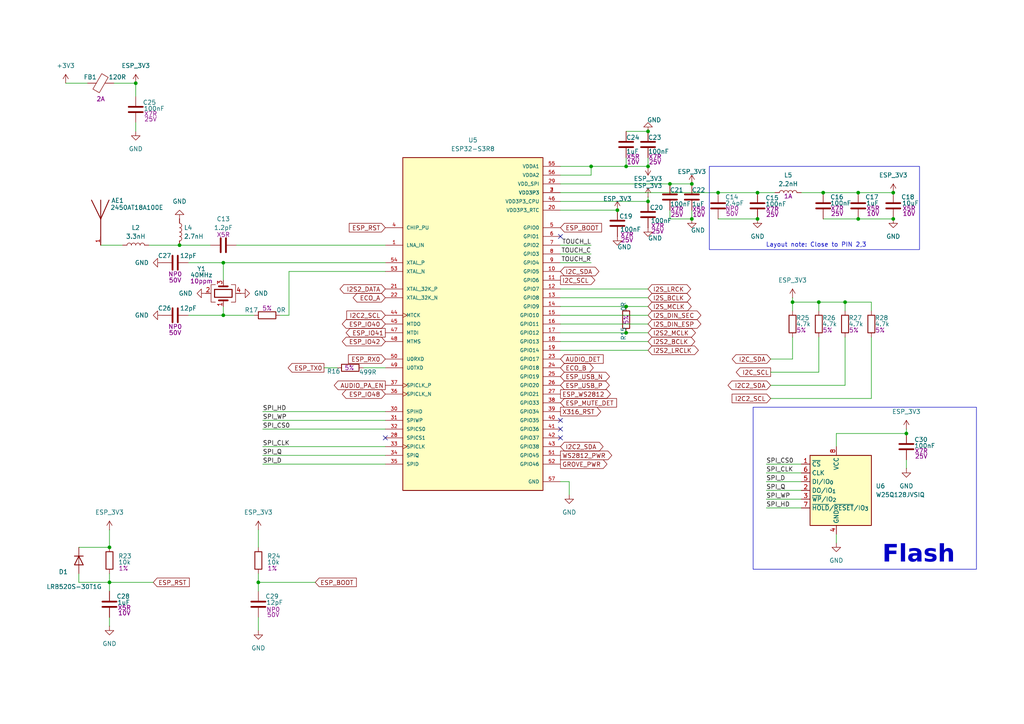
<source format=kicad_sch>
(kicad_sch
	(version 20250114)
	(generator "eeschema")
	(generator_version "9.0")
	(uuid "fb5aea65-f2e3-4029-8c88-7c8304bb4d3d")
	(paper "A4")
	(title_block
		(title "Nest mini drop in PCB replacement")
		(rev "v1")
		(company "by iMike78 (inpired by Onju voice and HA VPE)")
	)
	(lib_symbols
		(symbol "Device:C"
			(pin_numbers
				(hide yes)
			)
			(pin_names
				(offset 0.254)
			)
			(exclude_from_sim no)
			(in_bom yes)
			(on_board yes)
			(property "Reference" "C"
				(at 0.635 2.54 0)
				(effects
					(font
						(size 1.27 1.27)
					)
					(justify left)
				)
			)
			(property "Value" "C"
				(at 0.635 -2.54 0)
				(effects
					(font
						(size 1.27 1.27)
					)
					(justify left)
				)
			)
			(property "Footprint" ""
				(at 0.9652 -3.81 0)
				(effects
					(font
						(size 1.27 1.27)
					)
					(hide yes)
				)
			)
			(property "Datasheet" "~"
				(at 0 0 0)
				(effects
					(font
						(size 1.27 1.27)
					)
					(hide yes)
				)
			)
			(property "Description" "Unpolarized capacitor"
				(at 0 0 0)
				(effects
					(font
						(size 1.27 1.27)
					)
					(hide yes)
				)
			)
			(property "ki_keywords" "cap capacitor"
				(at 0 0 0)
				(effects
					(font
						(size 1.27 1.27)
					)
					(hide yes)
				)
			)
			(property "ki_fp_filters" "C_*"
				(at 0 0 0)
				(effects
					(font
						(size 1.27 1.27)
					)
					(hide yes)
				)
			)
			(symbol "C_0_1"
				(polyline
					(pts
						(xy -2.032 0.762) (xy 2.032 0.762)
					)
					(stroke
						(width 0.508)
						(type default)
					)
					(fill
						(type none)
					)
				)
				(polyline
					(pts
						(xy -2.032 -0.762) (xy 2.032 -0.762)
					)
					(stroke
						(width 0.508)
						(type default)
					)
					(fill
						(type none)
					)
				)
			)
			(symbol "C_1_1"
				(pin passive line
					(at 0 3.81 270)
					(length 2.794)
					(name "~"
						(effects
							(font
								(size 1.27 1.27)
							)
						)
					)
					(number "1"
						(effects
							(font
								(size 1.27 1.27)
							)
						)
					)
				)
				(pin passive line
					(at 0 -3.81 90)
					(length 2.794)
					(name "~"
						(effects
							(font
								(size 1.27 1.27)
							)
						)
					)
					(number "2"
						(effects
							(font
								(size 1.27 1.27)
							)
						)
					)
				)
			)
			(embedded_fonts no)
		)
		(symbol "Device:Crystal_GND24"
			(pin_names
				(offset 1.016)
				(hide yes)
			)
			(exclude_from_sim no)
			(in_bom yes)
			(on_board yes)
			(property "Reference" "Y"
				(at 3.175 5.08 0)
				(effects
					(font
						(size 1.27 1.27)
					)
					(justify left)
				)
			)
			(property "Value" "Crystal_GND24"
				(at 3.175 3.175 0)
				(effects
					(font
						(size 1.27 1.27)
					)
					(justify left)
				)
			)
			(property "Footprint" ""
				(at 0 0 0)
				(effects
					(font
						(size 1.27 1.27)
					)
					(hide yes)
				)
			)
			(property "Datasheet" "~"
				(at 0 0 0)
				(effects
					(font
						(size 1.27 1.27)
					)
					(hide yes)
				)
			)
			(property "Description" "Four pin crystal, GND on pins 2 and 4"
				(at 0 0 0)
				(effects
					(font
						(size 1.27 1.27)
					)
					(hide yes)
				)
			)
			(property "ki_keywords" "quartz ceramic resonator oscillator"
				(at 0 0 0)
				(effects
					(font
						(size 1.27 1.27)
					)
					(hide yes)
				)
			)
			(property "ki_fp_filters" "Crystal*"
				(at 0 0 0)
				(effects
					(font
						(size 1.27 1.27)
					)
					(hide yes)
				)
			)
			(symbol "Crystal_GND24_0_1"
				(polyline
					(pts
						(xy -2.54 2.286) (xy -2.54 3.556) (xy 2.54 3.556) (xy 2.54 2.286)
					)
					(stroke
						(width 0)
						(type default)
					)
					(fill
						(type none)
					)
				)
				(polyline
					(pts
						(xy -2.54 0) (xy -2.032 0)
					)
					(stroke
						(width 0)
						(type default)
					)
					(fill
						(type none)
					)
				)
				(polyline
					(pts
						(xy -2.54 -2.286) (xy -2.54 -3.556) (xy 2.54 -3.556) (xy 2.54 -2.286)
					)
					(stroke
						(width 0)
						(type default)
					)
					(fill
						(type none)
					)
				)
				(polyline
					(pts
						(xy -2.032 -1.27) (xy -2.032 1.27)
					)
					(stroke
						(width 0.508)
						(type default)
					)
					(fill
						(type none)
					)
				)
				(rectangle
					(start -1.143 2.54)
					(end 1.143 -2.54)
					(stroke
						(width 0.3048)
						(type default)
					)
					(fill
						(type none)
					)
				)
				(polyline
					(pts
						(xy 0 3.556) (xy 0 3.81)
					)
					(stroke
						(width 0)
						(type default)
					)
					(fill
						(type none)
					)
				)
				(polyline
					(pts
						(xy 0 -3.81) (xy 0 -3.556)
					)
					(stroke
						(width 0)
						(type default)
					)
					(fill
						(type none)
					)
				)
				(polyline
					(pts
						(xy 2.032 0) (xy 2.54 0)
					)
					(stroke
						(width 0)
						(type default)
					)
					(fill
						(type none)
					)
				)
				(polyline
					(pts
						(xy 2.032 -1.27) (xy 2.032 1.27)
					)
					(stroke
						(width 0.508)
						(type default)
					)
					(fill
						(type none)
					)
				)
			)
			(symbol "Crystal_GND24_1_1"
				(pin passive line
					(at -3.81 0 0)
					(length 1.27)
					(name "1"
						(effects
							(font
								(size 1.27 1.27)
							)
						)
					)
					(number "1"
						(effects
							(font
								(size 1.27 1.27)
							)
						)
					)
				)
				(pin passive line
					(at 0 5.08 270)
					(length 1.27)
					(name "2"
						(effects
							(font
								(size 1.27 1.27)
							)
						)
					)
					(number "2"
						(effects
							(font
								(size 1.27 1.27)
							)
						)
					)
				)
				(pin passive line
					(at 0 -5.08 90)
					(length 1.27)
					(name "4"
						(effects
							(font
								(size 1.27 1.27)
							)
						)
					)
					(number "4"
						(effects
							(font
								(size 1.27 1.27)
							)
						)
					)
				)
				(pin passive line
					(at 3.81 0 180)
					(length 1.27)
					(name "3"
						(effects
							(font
								(size 1.27 1.27)
							)
						)
					)
					(number "3"
						(effects
							(font
								(size 1.27 1.27)
							)
						)
					)
				)
			)
			(embedded_fonts no)
		)
		(symbol "Device:D"
			(pin_numbers
				(hide yes)
			)
			(pin_names
				(offset 1.016)
				(hide yes)
			)
			(exclude_from_sim no)
			(in_bom yes)
			(on_board yes)
			(property "Reference" "D"
				(at 0 2.54 0)
				(effects
					(font
						(size 1.27 1.27)
					)
				)
			)
			(property "Value" "D"
				(at 0 -2.54 0)
				(effects
					(font
						(size 1.27 1.27)
					)
				)
			)
			(property "Footprint" ""
				(at 0 0 0)
				(effects
					(font
						(size 1.27 1.27)
					)
					(hide yes)
				)
			)
			(property "Datasheet" "~"
				(at 0 0 0)
				(effects
					(font
						(size 1.27 1.27)
					)
					(hide yes)
				)
			)
			(property "Description" "Diode"
				(at 0 0 0)
				(effects
					(font
						(size 1.27 1.27)
					)
					(hide yes)
				)
			)
			(property "Sim.Device" "D"
				(at 0 0 0)
				(effects
					(font
						(size 1.27 1.27)
					)
					(hide yes)
				)
			)
			(property "Sim.Pins" "1=K 2=A"
				(at 0 0 0)
				(effects
					(font
						(size 1.27 1.27)
					)
					(hide yes)
				)
			)
			(property "ki_keywords" "diode"
				(at 0 0 0)
				(effects
					(font
						(size 1.27 1.27)
					)
					(hide yes)
				)
			)
			(property "ki_fp_filters" "TO-???* *_Diode_* *SingleDiode* D_*"
				(at 0 0 0)
				(effects
					(font
						(size 1.27 1.27)
					)
					(hide yes)
				)
			)
			(symbol "D_0_1"
				(polyline
					(pts
						(xy -1.27 1.27) (xy -1.27 -1.27)
					)
					(stroke
						(width 0.254)
						(type default)
					)
					(fill
						(type none)
					)
				)
				(polyline
					(pts
						(xy 1.27 1.27) (xy 1.27 -1.27) (xy -1.27 0) (xy 1.27 1.27)
					)
					(stroke
						(width 0.254)
						(type default)
					)
					(fill
						(type none)
					)
				)
				(polyline
					(pts
						(xy 1.27 0) (xy -1.27 0)
					)
					(stroke
						(width 0)
						(type default)
					)
					(fill
						(type none)
					)
				)
			)
			(symbol "D_1_1"
				(pin passive line
					(at -3.81 0 0)
					(length 2.54)
					(name "K"
						(effects
							(font
								(size 1.27 1.27)
							)
						)
					)
					(number "1"
						(effects
							(font
								(size 1.27 1.27)
							)
						)
					)
				)
				(pin passive line
					(at 3.81 0 180)
					(length 2.54)
					(name "A"
						(effects
							(font
								(size 1.27 1.27)
							)
						)
					)
					(number "2"
						(effects
							(font
								(size 1.27 1.27)
							)
						)
					)
				)
			)
			(embedded_fonts no)
		)
		(symbol "Device:FerriteBead"
			(pin_numbers
				(hide yes)
			)
			(pin_names
				(offset 0)
			)
			(exclude_from_sim no)
			(in_bom yes)
			(on_board yes)
			(property "Reference" "FB"
				(at -3.81 0.635 90)
				(effects
					(font
						(size 1.27 1.27)
					)
				)
			)
			(property "Value" "FerriteBead"
				(at 3.81 0 90)
				(effects
					(font
						(size 1.27 1.27)
					)
				)
			)
			(property "Footprint" ""
				(at -1.778 0 90)
				(effects
					(font
						(size 1.27 1.27)
					)
					(hide yes)
				)
			)
			(property "Datasheet" "~"
				(at 0 0 0)
				(effects
					(font
						(size 1.27 1.27)
					)
					(hide yes)
				)
			)
			(property "Description" "Ferrite bead"
				(at 0 0 0)
				(effects
					(font
						(size 1.27 1.27)
					)
					(hide yes)
				)
			)
			(property "ki_keywords" "L ferrite bead inductor filter"
				(at 0 0 0)
				(effects
					(font
						(size 1.27 1.27)
					)
					(hide yes)
				)
			)
			(property "ki_fp_filters" "Inductor_* L_* *Ferrite*"
				(at 0 0 0)
				(effects
					(font
						(size 1.27 1.27)
					)
					(hide yes)
				)
			)
			(symbol "FerriteBead_0_1"
				(polyline
					(pts
						(xy -2.7686 0.4064) (xy -1.7018 2.2606) (xy 2.7686 -0.3048) (xy 1.6764 -2.159) (xy -2.7686 0.4064)
					)
					(stroke
						(width 0)
						(type default)
					)
					(fill
						(type none)
					)
				)
				(polyline
					(pts
						(xy 0 1.27) (xy 0 1.2954)
					)
					(stroke
						(width 0)
						(type default)
					)
					(fill
						(type none)
					)
				)
				(polyline
					(pts
						(xy 0 -1.27) (xy 0 -1.2192)
					)
					(stroke
						(width 0)
						(type default)
					)
					(fill
						(type none)
					)
				)
			)
			(symbol "FerriteBead_1_1"
				(pin passive line
					(at 0 3.81 270)
					(length 2.54)
					(name "~"
						(effects
							(font
								(size 1.27 1.27)
							)
						)
					)
					(number "1"
						(effects
							(font
								(size 1.27 1.27)
							)
						)
					)
				)
				(pin passive line
					(at 0 -3.81 90)
					(length 2.54)
					(name "~"
						(effects
							(font
								(size 1.27 1.27)
							)
						)
					)
					(number "2"
						(effects
							(font
								(size 1.27 1.27)
							)
						)
					)
				)
			)
			(embedded_fonts no)
		)
		(symbol "Device:L"
			(pin_numbers
				(hide yes)
			)
			(pin_names
				(offset 1.016)
				(hide yes)
			)
			(exclude_from_sim no)
			(in_bom yes)
			(on_board yes)
			(property "Reference" "L"
				(at -1.27 0 90)
				(effects
					(font
						(size 1.27 1.27)
					)
				)
			)
			(property "Value" "L"
				(at 1.905 0 90)
				(effects
					(font
						(size 1.27 1.27)
					)
				)
			)
			(property "Footprint" ""
				(at 0 0 0)
				(effects
					(font
						(size 1.27 1.27)
					)
					(hide yes)
				)
			)
			(property "Datasheet" "~"
				(at 0 0 0)
				(effects
					(font
						(size 1.27 1.27)
					)
					(hide yes)
				)
			)
			(property "Description" "Inductor"
				(at 0 0 0)
				(effects
					(font
						(size 1.27 1.27)
					)
					(hide yes)
				)
			)
			(property "ki_keywords" "inductor choke coil reactor magnetic"
				(at 0 0 0)
				(effects
					(font
						(size 1.27 1.27)
					)
					(hide yes)
				)
			)
			(property "ki_fp_filters" "Choke_* *Coil* Inductor_* L_*"
				(at 0 0 0)
				(effects
					(font
						(size 1.27 1.27)
					)
					(hide yes)
				)
			)
			(symbol "L_0_1"
				(arc
					(start 0 2.54)
					(mid 0.6323 1.905)
					(end 0 1.27)
					(stroke
						(width 0)
						(type default)
					)
					(fill
						(type none)
					)
				)
				(arc
					(start 0 1.27)
					(mid 0.6323 0.635)
					(end 0 0)
					(stroke
						(width 0)
						(type default)
					)
					(fill
						(type none)
					)
				)
				(arc
					(start 0 0)
					(mid 0.6323 -0.635)
					(end 0 -1.27)
					(stroke
						(width 0)
						(type default)
					)
					(fill
						(type none)
					)
				)
				(arc
					(start 0 -1.27)
					(mid 0.6323 -1.905)
					(end 0 -2.54)
					(stroke
						(width 0)
						(type default)
					)
					(fill
						(type none)
					)
				)
			)
			(symbol "L_1_1"
				(pin passive line
					(at 0 3.81 270)
					(length 1.27)
					(name "1"
						(effects
							(font
								(size 1.27 1.27)
							)
						)
					)
					(number "1"
						(effects
							(font
								(size 1.27 1.27)
							)
						)
					)
				)
				(pin passive line
					(at 0 -3.81 90)
					(length 1.27)
					(name "2"
						(effects
							(font
								(size 1.27 1.27)
							)
						)
					)
					(number "2"
						(effects
							(font
								(size 1.27 1.27)
							)
						)
					)
				)
			)
			(embedded_fonts no)
		)
		(symbol "Device:R"
			(pin_numbers
				(hide yes)
			)
			(pin_names
				(offset 0)
			)
			(exclude_from_sim no)
			(in_bom yes)
			(on_board yes)
			(property "Reference" "R"
				(at 2.032 0 90)
				(effects
					(font
						(size 1.27 1.27)
					)
				)
			)
			(property "Value" "R"
				(at 0 0 90)
				(effects
					(font
						(size 1.27 1.27)
					)
				)
			)
			(property "Footprint" ""
				(at -1.778 0 90)
				(effects
					(font
						(size 1.27 1.27)
					)
					(hide yes)
				)
			)
			(property "Datasheet" "~"
				(at 0 0 0)
				(effects
					(font
						(size 1.27 1.27)
					)
					(hide yes)
				)
			)
			(property "Description" "Resistor"
				(at 0 0 0)
				(effects
					(font
						(size 1.27 1.27)
					)
					(hide yes)
				)
			)
			(property "ki_keywords" "R res resistor"
				(at 0 0 0)
				(effects
					(font
						(size 1.27 1.27)
					)
					(hide yes)
				)
			)
			(property "ki_fp_filters" "R_*"
				(at 0 0 0)
				(effects
					(font
						(size 1.27 1.27)
					)
					(hide yes)
				)
			)
			(symbol "R_0_1"
				(rectangle
					(start -1.016 -2.54)
					(end 1.016 2.54)
					(stroke
						(width 0.254)
						(type default)
					)
					(fill
						(type none)
					)
				)
			)
			(symbol "R_1_1"
				(pin passive line
					(at 0 3.81 270)
					(length 1.27)
					(name "~"
						(effects
							(font
								(size 1.27 1.27)
							)
						)
					)
					(number "1"
						(effects
							(font
								(size 1.27 1.27)
							)
						)
					)
				)
				(pin passive line
					(at 0 -3.81 90)
					(length 1.27)
					(name "~"
						(effects
							(font
								(size 1.27 1.27)
							)
						)
					)
					(number "2"
						(effects
							(font
								(size 1.27 1.27)
							)
						)
					)
				)
			)
			(embedded_fonts no)
		)
		(symbol "Memory_Flash:W25Q128JVS"
			(exclude_from_sim no)
			(in_bom yes)
			(on_board yes)
			(property "Reference" "U"
				(at -6.35 11.43 0)
				(effects
					(font
						(size 1.27 1.27)
					)
				)
			)
			(property "Value" "W25Q128JVS"
				(at 7.62 11.43 0)
				(effects
					(font
						(size 1.27 1.27)
					)
				)
			)
			(property "Footprint" "Package_SO:SOIC-8_5.3x5.3mm_P1.27mm"
				(at 0 22.86 0)
				(effects
					(font
						(size 1.27 1.27)
					)
					(hide yes)
				)
			)
			(property "Datasheet" "https://www.winbond.com/resource-files/w25q128jv_dtr%20revc%2003272018%20plus.pdf"
				(at 0 25.4 0)
				(effects
					(font
						(size 1.27 1.27)
					)
					(hide yes)
				)
			)
			(property "Description" "128Mbit / 16MiB Serial Flash Memory, Standard/Dual/Quad SPI, 2.7-3.6V, SOIC-8"
				(at 0 27.94 0)
				(effects
					(font
						(size 1.27 1.27)
					)
					(hide yes)
				)
			)
			(property "ki_keywords" "flash memory SPI QPI DTR"
				(at 0 0 0)
				(effects
					(font
						(size 1.27 1.27)
					)
					(hide yes)
				)
			)
			(property "ki_fp_filters" "*SOIC*5.3x5.3mm*P1.27mm*"
				(at 0 0 0)
				(effects
					(font
						(size 1.27 1.27)
					)
					(hide yes)
				)
			)
			(symbol "W25Q128JVS_0_1"
				(rectangle
					(start -7.62 10.16)
					(end 10.16 -10.16)
					(stroke
						(width 0.254)
						(type default)
					)
					(fill
						(type background)
					)
				)
			)
			(symbol "W25Q128JVS_1_1"
				(pin input line
					(at -10.16 7.62 0)
					(length 2.54)
					(name "~{CS}"
						(effects
							(font
								(size 1.27 1.27)
							)
						)
					)
					(number "1"
						(effects
							(font
								(size 1.27 1.27)
							)
						)
					)
				)
				(pin input line
					(at -10.16 5.08 0)
					(length 2.54)
					(name "CLK"
						(effects
							(font
								(size 1.27 1.27)
							)
						)
					)
					(number "6"
						(effects
							(font
								(size 1.27 1.27)
							)
						)
					)
				)
				(pin bidirectional line
					(at -10.16 2.54 0)
					(length 2.54)
					(name "DI/IO_{0}"
						(effects
							(font
								(size 1.27 1.27)
							)
						)
					)
					(number "5"
						(effects
							(font
								(size 1.27 1.27)
							)
						)
					)
				)
				(pin bidirectional line
					(at -10.16 0 0)
					(length 2.54)
					(name "DO/IO_{1}"
						(effects
							(font
								(size 1.27 1.27)
							)
						)
					)
					(number "2"
						(effects
							(font
								(size 1.27 1.27)
							)
						)
					)
				)
				(pin bidirectional line
					(at -10.16 -2.54 0)
					(length 2.54)
					(name "~{WP}/IO_{2}"
						(effects
							(font
								(size 1.27 1.27)
							)
						)
					)
					(number "3"
						(effects
							(font
								(size 1.27 1.27)
							)
						)
					)
				)
				(pin bidirectional line
					(at -10.16 -5.08 0)
					(length 2.54)
					(name "~{HOLD}/~{RESET}/IO_{3}"
						(effects
							(font
								(size 1.27 1.27)
							)
						)
					)
					(number "7"
						(effects
							(font
								(size 1.27 1.27)
							)
						)
					)
				)
				(pin power_in line
					(at 0 12.7 270)
					(length 2.54)
					(name "VCC"
						(effects
							(font
								(size 1.27 1.27)
							)
						)
					)
					(number "8"
						(effects
							(font
								(size 1.27 1.27)
							)
						)
					)
				)
				(pin power_in line
					(at 0 -12.7 90)
					(length 2.54)
					(name "GND"
						(effects
							(font
								(size 1.27 1.27)
							)
						)
					)
					(number "4"
						(effects
							(font
								(size 1.27 1.27)
							)
						)
					)
				)
			)
			(embedded_fonts no)
		)
		(symbol "New_Library:2450AT18A100E"
			(pin_names
				(offset 1.016)
			)
			(exclude_from_sim no)
			(in_bom yes)
			(on_board yes)
			(property "Reference" "AE"
				(at -2.7927 10.1861 0)
				(effects
					(font
						(size 1.27 1.27)
					)
					(justify left bottom)
				)
			)
			(property "Value" "2450AT18A100E"
				(at -2.6609 -10.1575 0)
				(effects
					(font
						(size 1.27 1.27)
					)
					(justify left bottom)
				)
			)
			(property "Footprint" "2450AT18A100E:ANTC3216X140N"
				(at 0 0 0)
				(effects
					(font
						(size 1.27 1.27)
					)
					(justify bottom)
					(hide yes)
				)
			)
			(property "Datasheet" ""
				(at 0 0 0)
				(effects
					(font
						(size 1.27 1.27)
					)
					(hide yes)
				)
			)
			(property "Description" ""
				(at 0 0 0)
				(effects
					(font
						(size 1.27 1.27)
					)
					(hide yes)
				)
			)
			(property "MF" "Johanson Technology"
				(at 0 0 0)
				(effects
					(font
						(size 1.27 1.27)
					)
					(justify bottom)
					(hide yes)
				)
			)
			(property "Description_1" "2.4GHz - Chip RF Antenna 2.4GHz ~ 2.5GHz 0.5dBi Solder Surface Mount"
				(at 0 0 0)
				(effects
					(font
						(size 1.27 1.27)
					)
					(justify bottom)
					(hide yes)
				)
			)
			(property "Package" "Package"
				(at 0 0 0)
				(effects
					(font
						(size 1.27 1.27)
					)
					(justify bottom)
					(hide yes)
				)
			)
			(property "Price" "None"
				(at 0 0 0)
				(effects
					(font
						(size 1.27 1.27)
					)
					(justify bottom)
					(hide yes)
				)
			)
			(property "Check_prices" "https://www.snapeda.com/parts/2450AT18A100E/Johanson/view-part/?ref=eda"
				(at 0 0 0)
				(effects
					(font
						(size 1.27 1.27)
					)
					(justify bottom)
					(hide yes)
				)
			)
			(property "STANDARD" "IPC-7351B"
				(at 0 0 0)
				(effects
					(font
						(size 1.27 1.27)
					)
					(justify bottom)
					(hide yes)
				)
			)
			(property "PARTREV" "1.3"
				(at 0 0 0)
				(effects
					(font
						(size 1.27 1.27)
					)
					(justify bottom)
					(hide yes)
				)
			)
			(property "SnapEDA_Link" "https://www.snapeda.com/parts/2450AT18A100E/Johanson/view-part/?ref=snap"
				(at 0 0 0)
				(effects
					(font
						(size 1.27 1.27)
					)
					(justify bottom)
					(hide yes)
				)
			)
			(property "MP" "2450AT18A100E"
				(at 0 0 0)
				(effects
					(font
						(size 1.27 1.27)
					)
					(justify bottom)
					(hide yes)
				)
			)
			(property "Availability" "In Stock"
				(at 0 0 0)
				(effects
					(font
						(size 1.27 1.27)
					)
					(justify bottom)
					(hide yes)
				)
			)
			(property "MANUFACTURER" "JOHANSON DESIGN"
				(at 0 0 0)
				(effects
					(font
						(size 1.27 1.27)
					)
					(justify bottom)
					(hide yes)
				)
			)
			(symbol "2450AT18A100E_0_0"
				(polyline
					(pts
						(xy 0 8.001) (xy 0 2.54)
					)
					(stroke
						(width 0.254)
						(type default)
					)
					(fill
						(type none)
					)
				)
				(polyline
					(pts
						(xy 0 2.54) (xy -2.667 8.001)
					)
					(stroke
						(width 0.254)
						(type default)
					)
					(fill
						(type none)
					)
				)
				(polyline
					(pts
						(xy 0 2.54) (xy 0 -5.08)
					)
					(stroke
						(width 0.254)
						(type default)
					)
					(fill
						(type none)
					)
				)
				(polyline
					(pts
						(xy 2.413 8.001) (xy 0 2.54)
					)
					(stroke
						(width 0.254)
						(type default)
					)
					(fill
						(type none)
					)
				)
				(pin input line
					(at 0 -5.08 90)
					(length 2.54)
					(name "~"
						(effects
							(font
								(size 1.016 1.016)
							)
						)
					)
					(number "1"
						(effects
							(font
								(size 1.016 1.016)
							)
						)
					)
				)
			)
			(embedded_fonts no)
		)
		(symbol "New_Library:ESP32-S3R8"
			(pin_names
				(offset 1.016)
			)
			(exclude_from_sim no)
			(in_bom yes)
			(on_board yes)
			(property "Reference" "U"
				(at -20.32 49.53 0)
				(effects
					(font
						(size 1.27 1.27)
					)
					(justify left bottom)
				)
			)
			(property "Value" "ESP32-S3R8"
				(at -20.32 -49.53 0)
				(effects
					(font
						(size 1.27 1.27)
					)
					(justify left top)
				)
			)
			(property "Footprint" "ESP32-S3R8:QFN40P700X700X90-57N"
				(at 0 0 0)
				(effects
					(font
						(size 1.27 1.27)
					)
					(justify bottom)
					(hide yes)
				)
			)
			(property "Datasheet" ""
				(at 0 0 0)
				(effects
					(font
						(size 1.27 1.27)
					)
					(hide yes)
				)
			)
			(property "Description" ""
				(at 0 0 0)
				(effects
					(font
						(size 1.27 1.27)
					)
					(hide yes)
				)
			)
			(property "MF" "Espressif Systems"
				(at 0 0 0)
				(effects
					(font
						(size 1.27 1.27)
					)
					(justify bottom)
					(hide yes)
				)
			)
			(property "Description_1" "IC RF TxRx + MCU Bluetooth, WiFi 802.11b/g/n, Bluetooth v5.0 2.412GHz ~ 2.484GHz 56-VFQFN Exposed Pad"
				(at 0 0 0)
				(effects
					(font
						(size 1.27 1.27)
					)
					(justify bottom)
					(hide yes)
				)
			)
			(property "Package" "None"
				(at 0 0 0)
				(effects
					(font
						(size 1.27 1.27)
					)
					(justify bottom)
					(hide yes)
				)
			)
			(property "Price" "None"
				(at 0 0 0)
				(effects
					(font
						(size 1.27 1.27)
					)
					(justify bottom)
					(hide yes)
				)
			)
			(property "Check_prices" "https://www.snapeda.com/parts/ESP32-S3R8/Espressif+Systems/view-part/?ref=eda"
				(at 0 0 0)
				(effects
					(font
						(size 1.27 1.27)
					)
					(justify bottom)
					(hide yes)
				)
			)
			(property "SnapEDA_Link" "https://www.snapeda.com/parts/ESP32-S3R8/Espressif+Systems/view-part/?ref=snap"
				(at 0 0 0)
				(effects
					(font
						(size 1.27 1.27)
					)
					(justify bottom)
					(hide yes)
				)
			)
			(property "MP" "ESP32-S3R8"
				(at 0 0 0)
				(effects
					(font
						(size 1.27 1.27)
					)
					(justify bottom)
					(hide yes)
				)
			)
			(property "Availability" "In Stock"
				(at 0 0 0)
				(effects
					(font
						(size 1.27 1.27)
					)
					(justify bottom)
					(hide yes)
				)
			)
			(property "Purchase-URL" "https://pricing.snapeda.com/search/part/ESP32-S3R8/?ref=eda"
				(at 0 0 0)
				(effects
					(font
						(size 1.27 1.27)
					)
					(justify bottom)
					(hide yes)
				)
			)
			(symbol "ESP32-S3R8_0_0"
				(rectangle
					(start -20.32 -48.26)
					(end 20.32 48.26)
					(stroke
						(width 0.254)
						(type default)
					)
					(fill
						(type background)
					)
				)
				(pin input line
					(at -25.4 27.94 0)
					(length 5.08)
					(name "CHIP_PU"
						(effects
							(font
								(size 1.016 1.016)
							)
						)
					)
					(number "4"
						(effects
							(font
								(size 1.016 1.016)
							)
						)
					)
				)
				(pin bidirectional line
					(at -25.4 22.86 0)
					(length 5.08)
					(name "LNA_IN"
						(effects
							(font
								(size 1.016 1.016)
							)
						)
					)
					(number "1"
						(effects
							(font
								(size 1.016 1.016)
							)
						)
					)
				)
				(pin input line
					(at -25.4 17.78 0)
					(length 5.08)
					(name "XTAL_P"
						(effects
							(font
								(size 1.016 1.016)
							)
						)
					)
					(number "54"
						(effects
							(font
								(size 1.016 1.016)
							)
						)
					)
				)
				(pin output line
					(at -25.4 15.24 0)
					(length 5.08)
					(name "XTAL_N"
						(effects
							(font
								(size 1.016 1.016)
							)
						)
					)
					(number "53"
						(effects
							(font
								(size 1.016 1.016)
							)
						)
					)
				)
				(pin bidirectional line
					(at -25.4 10.16 0)
					(length 5.08)
					(name "XTAL_32K_P"
						(effects
							(font
								(size 1.016 1.016)
							)
						)
					)
					(number "21"
						(effects
							(font
								(size 1.016 1.016)
							)
						)
					)
				)
				(pin bidirectional line
					(at -25.4 7.62 0)
					(length 5.08)
					(name "XTAL_32K_N"
						(effects
							(font
								(size 1.016 1.016)
							)
						)
					)
					(number "22"
						(effects
							(font
								(size 1.016 1.016)
							)
						)
					)
				)
				(pin bidirectional clock
					(at -25.4 2.54 0)
					(length 5.08)
					(name "MTCK"
						(effects
							(font
								(size 1.016 1.016)
							)
						)
					)
					(number "44"
						(effects
							(font
								(size 1.016 1.016)
							)
						)
					)
				)
				(pin bidirectional line
					(at -25.4 0 0)
					(length 5.08)
					(name "MTDO"
						(effects
							(font
								(size 1.016 1.016)
							)
						)
					)
					(number "45"
						(effects
							(font
								(size 1.016 1.016)
							)
						)
					)
				)
				(pin bidirectional line
					(at -25.4 -2.54 0)
					(length 5.08)
					(name "MTDI"
						(effects
							(font
								(size 1.016 1.016)
							)
						)
					)
					(number "47"
						(effects
							(font
								(size 1.016 1.016)
							)
						)
					)
				)
				(pin bidirectional line
					(at -25.4 -5.08 0)
					(length 5.08)
					(name "MTMS"
						(effects
							(font
								(size 1.016 1.016)
							)
						)
					)
					(number "48"
						(effects
							(font
								(size 1.016 1.016)
							)
						)
					)
				)
				(pin bidirectional line
					(at -25.4 -10.16 0)
					(length 5.08)
					(name "U0RXD"
						(effects
							(font
								(size 1.016 1.016)
							)
						)
					)
					(number "50"
						(effects
							(font
								(size 1.016 1.016)
							)
						)
					)
				)
				(pin bidirectional line
					(at -25.4 -12.7 0)
					(length 5.08)
					(name "U0TXD"
						(effects
							(font
								(size 1.016 1.016)
							)
						)
					)
					(number "49"
						(effects
							(font
								(size 1.016 1.016)
							)
						)
					)
				)
				(pin bidirectional clock
					(at -25.4 -17.78 0)
					(length 5.08)
					(name "SPICLK_P"
						(effects
							(font
								(size 1.016 1.016)
							)
						)
					)
					(number "37"
						(effects
							(font
								(size 1.016 1.016)
							)
						)
					)
				)
				(pin bidirectional clock
					(at -25.4 -20.32 0)
					(length 5.08)
					(name "SPICLK_N"
						(effects
							(font
								(size 1.016 1.016)
							)
						)
					)
					(number "36"
						(effects
							(font
								(size 1.016 1.016)
							)
						)
					)
				)
				(pin bidirectional line
					(at -25.4 -25.4 0)
					(length 5.08)
					(name "SPIHD"
						(effects
							(font
								(size 1.016 1.016)
							)
						)
					)
					(number "30"
						(effects
							(font
								(size 1.016 1.016)
							)
						)
					)
				)
				(pin bidirectional line
					(at -25.4 -27.94 0)
					(length 5.08)
					(name "SPIWP"
						(effects
							(font
								(size 1.016 1.016)
							)
						)
					)
					(number "31"
						(effects
							(font
								(size 1.016 1.016)
							)
						)
					)
				)
				(pin bidirectional line
					(at -25.4 -30.48 0)
					(length 5.08)
					(name "SPICS0"
						(effects
							(font
								(size 1.016 1.016)
							)
						)
					)
					(number "32"
						(effects
							(font
								(size 1.016 1.016)
							)
						)
					)
				)
				(pin bidirectional line
					(at -25.4 -33.02 0)
					(length 5.08)
					(name "SPICS1"
						(effects
							(font
								(size 1.016 1.016)
							)
						)
					)
					(number "28"
						(effects
							(font
								(size 1.016 1.016)
							)
						)
					)
				)
				(pin bidirectional clock
					(at -25.4 -35.56 0)
					(length 5.08)
					(name "SPICLK"
						(effects
							(font
								(size 1.016 1.016)
							)
						)
					)
					(number "33"
						(effects
							(font
								(size 1.016 1.016)
							)
						)
					)
				)
				(pin bidirectional line
					(at -25.4 -38.1 0)
					(length 5.08)
					(name "SPIQ"
						(effects
							(font
								(size 1.016 1.016)
							)
						)
					)
					(number "34"
						(effects
							(font
								(size 1.016 1.016)
							)
						)
					)
				)
				(pin bidirectional line
					(at -25.4 -40.64 0)
					(length 5.08)
					(name "SPID"
						(effects
							(font
								(size 1.016 1.016)
							)
						)
					)
					(number "35"
						(effects
							(font
								(size 1.016 1.016)
							)
						)
					)
				)
				(pin power_in line
					(at 25.4 45.72 180)
					(length 5.08)
					(name "VDDA1"
						(effects
							(font
								(size 1.016 1.016)
							)
						)
					)
					(number "55"
						(effects
							(font
								(size 1.016 1.016)
							)
						)
					)
				)
				(pin power_in line
					(at 25.4 43.18 180)
					(length 5.08)
					(name "VDDA2"
						(effects
							(font
								(size 1.016 1.016)
							)
						)
					)
					(number "56"
						(effects
							(font
								(size 1.016 1.016)
							)
						)
					)
				)
				(pin power_in line
					(at 25.4 40.64 180)
					(length 5.08)
					(name "VDD_SPI"
						(effects
							(font
								(size 1.016 1.016)
							)
						)
					)
					(number "29"
						(effects
							(font
								(size 1.016 1.016)
							)
						)
					)
				)
				(pin power_in line
					(at 25.4 38.1 180)
					(length 5.08)
					(name "VDD3P3"
						(effects
							(font
								(size 1.016 1.016)
							)
						)
					)
					(number "2"
						(effects
							(font
								(size 1.016 1.016)
							)
						)
					)
				)
				(pin power_in line
					(at 25.4 38.1 180)
					(length 5.08)
					(name "VDD3P3"
						(effects
							(font
								(size 1.016 1.016)
							)
						)
					)
					(number "3"
						(effects
							(font
								(size 1.016 1.016)
							)
						)
					)
				)
				(pin power_in line
					(at 25.4 35.56 180)
					(length 5.08)
					(name "VDD3P3_CPU"
						(effects
							(font
								(size 1.016 1.016)
							)
						)
					)
					(number "46"
						(effects
							(font
								(size 1.016 1.016)
							)
						)
					)
				)
				(pin power_in line
					(at 25.4 33.02 180)
					(length 5.08)
					(name "VDD3P3_RTC"
						(effects
							(font
								(size 1.016 1.016)
							)
						)
					)
					(number "20"
						(effects
							(font
								(size 1.016 1.016)
							)
						)
					)
				)
				(pin bidirectional line
					(at 25.4 27.94 180)
					(length 5.08)
					(name "GPIO0"
						(effects
							(font
								(size 1.016 1.016)
							)
						)
					)
					(number "5"
						(effects
							(font
								(size 1.016 1.016)
							)
						)
					)
				)
				(pin bidirectional line
					(at 25.4 25.4 180)
					(length 5.08)
					(name "GPIO1"
						(effects
							(font
								(size 1.016 1.016)
							)
						)
					)
					(number "6"
						(effects
							(font
								(size 1.016 1.016)
							)
						)
					)
				)
				(pin bidirectional line
					(at 25.4 22.86 180)
					(length 5.08)
					(name "GPIO2"
						(effects
							(font
								(size 1.016 1.016)
							)
						)
					)
					(number "7"
						(effects
							(font
								(size 1.016 1.016)
							)
						)
					)
				)
				(pin bidirectional line
					(at 25.4 20.32 180)
					(length 5.08)
					(name "GPIO3"
						(effects
							(font
								(size 1.016 1.016)
							)
						)
					)
					(number "8"
						(effects
							(font
								(size 1.016 1.016)
							)
						)
					)
				)
				(pin bidirectional line
					(at 25.4 17.78 180)
					(length 5.08)
					(name "GPIO4"
						(effects
							(font
								(size 1.016 1.016)
							)
						)
					)
					(number "9"
						(effects
							(font
								(size 1.016 1.016)
							)
						)
					)
				)
				(pin bidirectional line
					(at 25.4 15.24 180)
					(length 5.08)
					(name "GPIO5"
						(effects
							(font
								(size 1.016 1.016)
							)
						)
					)
					(number "10"
						(effects
							(font
								(size 1.016 1.016)
							)
						)
					)
				)
				(pin bidirectional line
					(at 25.4 12.7 180)
					(length 5.08)
					(name "GPIO6"
						(effects
							(font
								(size 1.016 1.016)
							)
						)
					)
					(number "11"
						(effects
							(font
								(size 1.016 1.016)
							)
						)
					)
				)
				(pin bidirectional line
					(at 25.4 10.16 180)
					(length 5.08)
					(name "GPIO7"
						(effects
							(font
								(size 1.016 1.016)
							)
						)
					)
					(number "12"
						(effects
							(font
								(size 1.016 1.016)
							)
						)
					)
				)
				(pin bidirectional line
					(at 25.4 7.62 180)
					(length 5.08)
					(name "GPIO8"
						(effects
							(font
								(size 1.016 1.016)
							)
						)
					)
					(number "13"
						(effects
							(font
								(size 1.016 1.016)
							)
						)
					)
				)
				(pin bidirectional line
					(at 25.4 5.08 180)
					(length 5.08)
					(name "GPIO9"
						(effects
							(font
								(size 1.016 1.016)
							)
						)
					)
					(number "14"
						(effects
							(font
								(size 1.016 1.016)
							)
						)
					)
				)
				(pin bidirectional line
					(at 25.4 2.54 180)
					(length 5.08)
					(name "GPIO10"
						(effects
							(font
								(size 1.016 1.016)
							)
						)
					)
					(number "15"
						(effects
							(font
								(size 1.016 1.016)
							)
						)
					)
				)
				(pin bidirectional line
					(at 25.4 0 180)
					(length 5.08)
					(name "GPIO11"
						(effects
							(font
								(size 1.016 1.016)
							)
						)
					)
					(number "16"
						(effects
							(font
								(size 1.016 1.016)
							)
						)
					)
				)
				(pin bidirectional line
					(at 25.4 -2.54 180)
					(length 5.08)
					(name "GPIO12"
						(effects
							(font
								(size 1.016 1.016)
							)
						)
					)
					(number "17"
						(effects
							(font
								(size 1.016 1.016)
							)
						)
					)
				)
				(pin bidirectional line
					(at 25.4 -5.08 180)
					(length 5.08)
					(name "GPIO13"
						(effects
							(font
								(size 1.016 1.016)
							)
						)
					)
					(number "18"
						(effects
							(font
								(size 1.016 1.016)
							)
						)
					)
				)
				(pin bidirectional line
					(at 25.4 -7.62 180)
					(length 5.08)
					(name "GPIO14"
						(effects
							(font
								(size 1.016 1.016)
							)
						)
					)
					(number "19"
						(effects
							(font
								(size 1.016 1.016)
							)
						)
					)
				)
				(pin bidirectional line
					(at 25.4 -10.16 180)
					(length 5.08)
					(name "GPIO17"
						(effects
							(font
								(size 1.016 1.016)
							)
						)
					)
					(number "23"
						(effects
							(font
								(size 1.016 1.016)
							)
						)
					)
				)
				(pin bidirectional line
					(at 25.4 -12.7 180)
					(length 5.08)
					(name "GPIO18"
						(effects
							(font
								(size 1.016 1.016)
							)
						)
					)
					(number "24"
						(effects
							(font
								(size 1.016 1.016)
							)
						)
					)
				)
				(pin bidirectional line
					(at 25.4 -15.24 180)
					(length 5.08)
					(name "GPIO19"
						(effects
							(font
								(size 1.016 1.016)
							)
						)
					)
					(number "25"
						(effects
							(font
								(size 1.016 1.016)
							)
						)
					)
				)
				(pin bidirectional line
					(at 25.4 -17.78 180)
					(length 5.08)
					(name "GPIO20"
						(effects
							(font
								(size 1.016 1.016)
							)
						)
					)
					(number "26"
						(effects
							(font
								(size 1.016 1.016)
							)
						)
					)
				)
				(pin bidirectional line
					(at 25.4 -20.32 180)
					(length 5.08)
					(name "GPIO21"
						(effects
							(font
								(size 1.016 1.016)
							)
						)
					)
					(number "27"
						(effects
							(font
								(size 1.016 1.016)
							)
						)
					)
				)
				(pin bidirectional line
					(at 25.4 -22.86 180)
					(length 5.08)
					(name "GPIO33"
						(effects
							(font
								(size 1.016 1.016)
							)
						)
					)
					(number "38"
						(effects
							(font
								(size 1.016 1.016)
							)
						)
					)
				)
				(pin bidirectional line
					(at 25.4 -25.4 180)
					(length 5.08)
					(name "GPIO34"
						(effects
							(font
								(size 1.016 1.016)
							)
						)
					)
					(number "39"
						(effects
							(font
								(size 1.016 1.016)
							)
						)
					)
				)
				(pin bidirectional line
					(at 25.4 -27.94 180)
					(length 5.08)
					(name "GPIO35"
						(effects
							(font
								(size 1.016 1.016)
							)
						)
					)
					(number "40"
						(effects
							(font
								(size 1.016 1.016)
							)
						)
					)
				)
				(pin bidirectional line
					(at 25.4 -30.48 180)
					(length 5.08)
					(name "GPIO36"
						(effects
							(font
								(size 1.016 1.016)
							)
						)
					)
					(number "41"
						(effects
							(font
								(size 1.016 1.016)
							)
						)
					)
				)
				(pin bidirectional line
					(at 25.4 -33.02 180)
					(length 5.08)
					(name "GPIO37"
						(effects
							(font
								(size 1.016 1.016)
							)
						)
					)
					(number "42"
						(effects
							(font
								(size 1.016 1.016)
							)
						)
					)
				)
				(pin bidirectional line
					(at 25.4 -35.56 180)
					(length 5.08)
					(name "GPIO38"
						(effects
							(font
								(size 1.016 1.016)
							)
						)
					)
					(number "43"
						(effects
							(font
								(size 1.016 1.016)
							)
						)
					)
				)
				(pin bidirectional line
					(at 25.4 -38.1 180)
					(length 5.08)
					(name "GPIO45"
						(effects
							(font
								(size 1.016 1.016)
							)
						)
					)
					(number "51"
						(effects
							(font
								(size 1.016 1.016)
							)
						)
					)
				)
				(pin bidirectional line
					(at 25.4 -40.64 180)
					(length 5.08)
					(name "GPIO46"
						(effects
							(font
								(size 1.016 1.016)
							)
						)
					)
					(number "52"
						(effects
							(font
								(size 1.016 1.016)
							)
						)
					)
				)
				(pin power_in line
					(at 25.4 -45.72 180)
					(length 5.08)
					(name "GND"
						(effects
							(font
								(size 1.016 1.016)
							)
						)
					)
					(number "57"
						(effects
							(font
								(size 1.016 1.016)
							)
						)
					)
				)
			)
			(embedded_fonts no)
		)
		(symbol "New_Library:ESP_3V3"
			(power)
			(pin_numbers
				(hide yes)
			)
			(pin_names
				(offset 0)
				(hide yes)
			)
			(exclude_from_sim no)
			(in_bom yes)
			(on_board yes)
			(property "Reference" "#PWR"
				(at 0 -3.81 0)
				(effects
					(font
						(size 1.27 1.27)
					)
					(hide yes)
				)
			)
			(property "Value" "ESP_3V3"
				(at 0 3.556 0)
				(effects
					(font
						(size 1.27 1.27)
					)
				)
			)
			(property "Footprint" ""
				(at 0 0 0)
				(effects
					(font
						(size 1.27 1.27)
					)
					(hide yes)
				)
			)
			(property "Datasheet" ""
				(at 0 0 0)
				(effects
					(font
						(size 1.27 1.27)
					)
					(hide yes)
				)
			)
			(property "Description" "Power symbol creates a global label with name \"+3.3V\""
				(at 0 0 0)
				(effects
					(font
						(size 1.27 1.27)
					)
					(hide yes)
				)
			)
			(property "ki_keywords" "global power"
				(at 0 0 0)
				(effects
					(font
						(size 1.27 1.27)
					)
					(hide yes)
				)
			)
			(symbol "ESP_3V3_0_1"
				(polyline
					(pts
						(xy -0.762 1.27) (xy 0 2.54)
					)
					(stroke
						(width 0)
						(type default)
					)
					(fill
						(type none)
					)
				)
				(polyline
					(pts
						(xy 0 2.54) (xy 0.762 1.27)
					)
					(stroke
						(width 0)
						(type default)
					)
					(fill
						(type none)
					)
				)
				(polyline
					(pts
						(xy 0 0) (xy 0 2.54)
					)
					(stroke
						(width 0)
						(type default)
					)
					(fill
						(type none)
					)
				)
			)
			(symbol "ESP_3V3_1_1"
				(pin power_in line
					(at 0 0 90)
					(length 0)
					(name "~"
						(effects
							(font
								(size 1.27 1.27)
							)
						)
					)
					(number "1"
						(effects
							(font
								(size 1.27 1.27)
							)
						)
					)
				)
			)
			(embedded_fonts no)
		)
		(symbol "power:+3V3"
			(power)
			(pin_numbers
				(hide yes)
			)
			(pin_names
				(offset 0)
				(hide yes)
			)
			(exclude_from_sim no)
			(in_bom yes)
			(on_board yes)
			(property "Reference" "#PWR"
				(at 0 -3.81 0)
				(effects
					(font
						(size 1.27 1.27)
					)
					(hide yes)
				)
			)
			(property "Value" "+3V3"
				(at 0 3.556 0)
				(effects
					(font
						(size 1.27 1.27)
					)
				)
			)
			(property "Footprint" ""
				(at 0 0 0)
				(effects
					(font
						(size 1.27 1.27)
					)
					(hide yes)
				)
			)
			(property "Datasheet" ""
				(at 0 0 0)
				(effects
					(font
						(size 1.27 1.27)
					)
					(hide yes)
				)
			)
			(property "Description" "Power symbol creates a global label with name \"+3V3\""
				(at 0 0 0)
				(effects
					(font
						(size 1.27 1.27)
					)
					(hide yes)
				)
			)
			(property "ki_keywords" "global power"
				(at 0 0 0)
				(effects
					(font
						(size 1.27 1.27)
					)
					(hide yes)
				)
			)
			(symbol "+3V3_0_1"
				(polyline
					(pts
						(xy -0.762 1.27) (xy 0 2.54)
					)
					(stroke
						(width 0)
						(type default)
					)
					(fill
						(type none)
					)
				)
				(polyline
					(pts
						(xy 0 2.54) (xy 0.762 1.27)
					)
					(stroke
						(width 0)
						(type default)
					)
					(fill
						(type none)
					)
				)
				(polyline
					(pts
						(xy 0 0) (xy 0 2.54)
					)
					(stroke
						(width 0)
						(type default)
					)
					(fill
						(type none)
					)
				)
			)
			(symbol "+3V3_1_1"
				(pin power_in line
					(at 0 0 90)
					(length 0)
					(name "~"
						(effects
							(font
								(size 1.27 1.27)
							)
						)
					)
					(number "1"
						(effects
							(font
								(size 1.27 1.27)
							)
						)
					)
				)
			)
			(embedded_fonts no)
		)
		(symbol "power:GND"
			(power)
			(pin_numbers
				(hide yes)
			)
			(pin_names
				(offset 0)
				(hide yes)
			)
			(exclude_from_sim no)
			(in_bom yes)
			(on_board yes)
			(property "Reference" "#PWR"
				(at 0 -6.35 0)
				(effects
					(font
						(size 1.27 1.27)
					)
					(hide yes)
				)
			)
			(property "Value" "GND"
				(at 0 -3.81 0)
				(effects
					(font
						(size 1.27 1.27)
					)
				)
			)
			(property "Footprint" ""
				(at 0 0 0)
				(effects
					(font
						(size 1.27 1.27)
					)
					(hide yes)
				)
			)
			(property "Datasheet" ""
				(at 0 0 0)
				(effects
					(font
						(size 1.27 1.27)
					)
					(hide yes)
				)
			)
			(property "Description" "Power symbol creates a global label with name \"GND\" , ground"
				(at 0 0 0)
				(effects
					(font
						(size 1.27 1.27)
					)
					(hide yes)
				)
			)
			(property "ki_keywords" "global power"
				(at 0 0 0)
				(effects
					(font
						(size 1.27 1.27)
					)
					(hide yes)
				)
			)
			(symbol "GND_0_1"
				(polyline
					(pts
						(xy 0 0) (xy 0 -1.27) (xy 1.27 -1.27) (xy 0 -2.54) (xy -1.27 -1.27) (xy 0 -1.27)
					)
					(stroke
						(width 0)
						(type default)
					)
					(fill
						(type none)
					)
				)
			)
			(symbol "GND_1_1"
				(pin power_in line
					(at 0 0 270)
					(length 0)
					(name "~"
						(effects
							(font
								(size 1.27 1.27)
							)
						)
					)
					(number "1"
						(effects
							(font
								(size 1.27 1.27)
							)
						)
					)
				)
			)
			(embedded_fonts no)
		)
	)
	(rectangle
		(start 218.44 118.11)
		(end 283.21 165.1)
		(stroke
			(width 0)
			(type default)
		)
		(fill
			(type none)
		)
		(uuid 09141e3d-e3f1-4df5-8dae-a9bcdd779d7c)
	)
	(rectangle
		(start 205.74 48.26)
		(end 266.7 72.39)
		(stroke
			(width 0)
			(type default)
		)
		(fill
			(type none)
		)
		(uuid 17973e08-dbc0-491d-ab5e-459ff66c609a)
	)
	(text "Flash"
		(exclude_from_sim no)
		(at 266.446 162.306 0)
		(effects
			(font
				(face "Agency FB")
				(size 5 5)
				(bold yes)
			)
		)
		(uuid "1e8dceac-ebff-4a92-a16a-20e13218957c")
	)
	(text "Layout note: Close to PIN 2,3"
		(exclude_from_sim no)
		(at 236.728 71.12 0)
		(effects
			(font
				(size 1.27 1.27)
			)
		)
		(uuid "ee100c1e-8f5b-427c-a67c-03ba028b1680")
	)
	(junction
		(at 259.08 63.5)
		(diameter 0)
		(color 0 0 0 0)
		(uuid "0782d5e8-aef0-474e-a55c-2f01d4cb7888")
	)
	(junction
		(at 194.31 53.34)
		(diameter 0)
		(color 0 0 0 0)
		(uuid "08d1c948-96e9-4306-8e8a-40a2a03c0fe6")
	)
	(junction
		(at 179.07 60.96)
		(diameter 0)
		(color 0 0 0 0)
		(uuid "0bab2283-17d5-4b40-8d19-cb558c4fd6e4")
	)
	(junction
		(at 200.66 63.5)
		(diameter 0)
		(color 0 0 0 0)
		(uuid "0bf25c77-b386-411c-960d-562ad8c2dc16")
	)
	(junction
		(at 39.37 24.13)
		(diameter 0)
		(color 0 0 0 0)
		(uuid "0d99d97a-64cf-436e-ac5f-f99f9607481b")
	)
	(junction
		(at 187.96 38.1)
		(diameter 0)
		(color 0 0 0 0)
		(uuid "1c72059d-73b4-414b-a70b-da1083e2c4b9")
	)
	(junction
		(at 219.71 63.5)
		(diameter 0)
		(color 0 0 0 0)
		(uuid "38699374-07ec-4bd8-95bb-9d80c52aeb83")
	)
	(junction
		(at 238.76 55.88)
		(diameter 0)
		(color 0 0 0 0)
		(uuid "38d1b870-b4f8-4fd3-a6ef-568f207c532f")
	)
	(junction
		(at 187.96 58.42)
		(diameter 0)
		(color 0 0 0 0)
		(uuid "3d9dce4b-f61e-4599-973c-77fb88133e02")
	)
	(junction
		(at 187.96 48.26)
		(diameter 0)
		(color 0 0 0 0)
		(uuid "51abd194-a61b-45a5-8c67-d2a6b8e4cd79")
	)
	(junction
		(at 237.49 87.63)
		(diameter 0)
		(color 0 0 0 0)
		(uuid "55c25b00-b868-445a-99f2-f87920cfd027")
	)
	(junction
		(at 64.77 76.2)
		(diameter 0)
		(color 0 0 0 0)
		(uuid "6ac5f5aa-4b36-44d9-b021-9439523bab22")
	)
	(junction
		(at 171.45 48.26)
		(diameter 0)
		(color 0 0 0 0)
		(uuid "8e449c25-e926-4e76-b931-b0d35108de97")
	)
	(junction
		(at 31.75 168.91)
		(diameter 0)
		(color 0 0 0 0)
		(uuid "9c444dd5-c397-4d5a-8698-e1034bbe4067")
	)
	(junction
		(at 248.92 63.5)
		(diameter 0)
		(color 0 0 0 0)
		(uuid "9fb7dce2-b1a0-48ca-ba0c-e3c8ad013e2f")
	)
	(junction
		(at 64.77 91.44)
		(diameter 0)
		(color 0 0 0 0)
		(uuid "a2581fa3-9a25-4575-9650-6d46d6dfe0a8")
	)
	(junction
		(at 229.87 87.63)
		(diameter 0)
		(color 0 0 0 0)
		(uuid "a2e83060-d913-48c5-8736-6b8f82e2580c")
	)
	(junction
		(at 181.61 88.9)
		(diameter 0)
		(color 0 0 0 0)
		(uuid "a2fb09d4-ae39-409e-ade3-707330637abe")
	)
	(junction
		(at 181.61 48.26)
		(diameter 0)
		(color 0 0 0 0)
		(uuid "b22e0861-dd50-438a-b35f-6a430bb8a3e3")
	)
	(junction
		(at 248.92 55.88)
		(diameter 0)
		(color 0 0 0 0)
		(uuid "b5c996d4-5a00-4f22-8fc1-6b788a56fda7")
	)
	(junction
		(at 200.66 53.34)
		(diameter 0)
		(color 0 0 0 0)
		(uuid "cbdcb7a1-1771-4fb5-aef4-43959c6a39c2")
	)
	(junction
		(at 31.75 158.75)
		(diameter 0)
		(color 0 0 0 0)
		(uuid "ccf206d5-e27e-434c-86a5-db4e0f4bec3a")
	)
	(junction
		(at 52.07 71.12)
		(diameter 0)
		(color 0 0 0 0)
		(uuid "d7091a97-a059-4fbf-a684-c77df7287342")
	)
	(junction
		(at 245.11 87.63)
		(diameter 0)
		(color 0 0 0 0)
		(uuid "db2c4702-58e2-4118-a216-993e08d15b6f")
	)
	(junction
		(at 181.61 96.52)
		(diameter 0)
		(color 0 0 0 0)
		(uuid "e2f582de-75e7-444c-b36a-ce9a10accf95")
	)
	(junction
		(at 74.93 168.91)
		(diameter 0)
		(color 0 0 0 0)
		(uuid "e33852ce-d028-464b-87d1-9f25386d4b30")
	)
	(junction
		(at 259.08 55.88)
		(diameter 0)
		(color 0 0 0 0)
		(uuid "e3908920-e58e-49d9-8884-98dd91fee9e7")
	)
	(junction
		(at 208.28 55.88)
		(diameter 0)
		(color 0 0 0 0)
		(uuid "e73e7074-0946-442f-bc61-a406b54632e3")
	)
	(junction
		(at 262.89 125.73)
		(diameter 0)
		(color 0 0 0 0)
		(uuid "ee4242ca-7dca-42e9-9c17-d4b6544f84d7")
	)
	(junction
		(at 219.71 55.88)
		(diameter 0)
		(color 0 0 0 0)
		(uuid "ef11cc4d-0ccd-45c0-bf76-a756b743aa2f")
	)
	(no_connect
		(at 162.56 127)
		(uuid "4807c4cf-e561-465f-a460-5615e9512ec1")
	)
	(no_connect
		(at 162.56 121.92)
		(uuid "4998b04f-83c2-49ac-9d17-47e6c0102059")
	)
	(no_connect
		(at 111.76 127)
		(uuid "8704da7a-2113-493c-9266-f3a5e5c130b5")
	)
	(no_connect
		(at 162.56 124.46)
		(uuid "a02708ca-1b17-4401-8e7d-64e7b72b7e0b")
	)
	(no_connect
		(at 162.56 68.58)
		(uuid "d874ac05-9073-4464-b5ea-8bd57b3d001b")
	)
	(wire
		(pts
			(xy 162.56 55.88) (xy 208.28 55.88)
		)
		(stroke
			(width 0)
			(type default)
		)
		(uuid "00371b88-7a13-40b3-824c-cc3daf873890")
	)
	(wire
		(pts
			(xy 222.25 134.62) (xy 232.41 134.62)
		)
		(stroke
			(width 0)
			(type default)
		)
		(uuid "00bf4a9b-2adf-41ca-9faa-4e48b1ee6090")
	)
	(wire
		(pts
			(xy 245.11 97.79) (xy 245.11 111.76)
		)
		(stroke
			(width 0)
			(type default)
		)
		(uuid "0caf8c52-bf3e-4318-8e59-48091385c5b3")
	)
	(wire
		(pts
			(xy 248.92 55.88) (xy 259.08 55.88)
		)
		(stroke
			(width 0)
			(type default)
		)
		(uuid "0e751013-98a9-4d38-a05b-37e628760db4")
	)
	(wire
		(pts
			(xy 229.87 104.14) (xy 223.52 104.14)
		)
		(stroke
			(width 0)
			(type default)
		)
		(uuid "0eab7697-6944-4342-9c82-1c2f5286b305")
	)
	(wire
		(pts
			(xy 229.87 87.63) (xy 237.49 87.63)
		)
		(stroke
			(width 0)
			(type default)
		)
		(uuid "148ab450-fc2f-4fe7-9daa-ed2e2b8d259b")
	)
	(wire
		(pts
			(xy 19.05 24.13) (xy 25.4 24.13)
		)
		(stroke
			(width 0)
			(type default)
		)
		(uuid "14bd906b-fcb9-4c23-abdd-e80ff67535b0")
	)
	(wire
		(pts
			(xy 200.66 63.5) (xy 194.31 63.5)
		)
		(stroke
			(width 0)
			(type default)
		)
		(uuid "16db0259-330c-443e-8849-bd8bc1d85d79")
	)
	(wire
		(pts
			(xy 64.77 91.44) (xy 64.77 88.9)
		)
		(stroke
			(width 0)
			(type default)
		)
		(uuid "180b2914-00c8-4d97-82d1-4c903670982d")
	)
	(wire
		(pts
			(xy 74.93 153.67) (xy 74.93 158.75)
		)
		(stroke
			(width 0)
			(type default)
		)
		(uuid "1b1c715d-425e-4105-85ab-7fc40a6e643e")
	)
	(wire
		(pts
			(xy 31.75 168.91) (xy 31.75 171.45)
		)
		(stroke
			(width 0)
			(type default)
		)
		(uuid "1b25fa1d-612b-4659-89f6-57270ad8fddc")
	)
	(wire
		(pts
			(xy 165.1 139.7) (xy 165.1 143.51)
		)
		(stroke
			(width 0)
			(type default)
		)
		(uuid "1b7dd28f-334e-48e3-a6f8-cc778459ae29")
	)
	(wire
		(pts
			(xy 229.87 97.79) (xy 229.87 104.14)
		)
		(stroke
			(width 0)
			(type default)
		)
		(uuid "1bb33c1a-a3cf-4e2c-98d5-1249db2454cb")
	)
	(wire
		(pts
			(xy 54.61 91.44) (xy 64.77 91.44)
		)
		(stroke
			(width 0)
			(type default)
		)
		(uuid "1bbfb216-d310-4bad-85a5-62b900c1748b")
	)
	(wire
		(pts
			(xy 22.86 158.75) (xy 31.75 158.75)
		)
		(stroke
			(width 0)
			(type default)
		)
		(uuid "1d460931-578c-4991-9115-c3ac9f00b81a")
	)
	(wire
		(pts
			(xy 194.31 63.5) (xy 194.31 60.96)
		)
		(stroke
			(width 0)
			(type default)
		)
		(uuid "21d55d79-e5c3-428a-8222-02fc39c72044")
	)
	(wire
		(pts
			(xy 162.56 96.52) (xy 181.61 96.52)
		)
		(stroke
			(width 0)
			(type default)
		)
		(uuid "2537f218-0209-4ffb-b7f0-1b1604f63abc")
	)
	(wire
		(pts
			(xy 245.11 87.63) (xy 252.73 87.63)
		)
		(stroke
			(width 0)
			(type default)
		)
		(uuid "25fc3296-60f2-4f34-8a3e-8c95ade1cf50")
	)
	(wire
		(pts
			(xy 238.76 55.88) (xy 248.92 55.88)
		)
		(stroke
			(width 0)
			(type default)
		)
		(uuid "27517f1e-36e0-4c3e-baa9-9be05901ce7c")
	)
	(wire
		(pts
			(xy 222.25 142.24) (xy 232.41 142.24)
		)
		(stroke
			(width 0)
			(type default)
		)
		(uuid "2771fe45-f064-4f29-ae24-7e7e8fcb3b64")
	)
	(wire
		(pts
			(xy 162.56 88.9) (xy 181.61 88.9)
		)
		(stroke
			(width 0)
			(type default)
		)
		(uuid "2c6be30d-f80b-46cd-bd0d-ce59c4dff048")
	)
	(wire
		(pts
			(xy 22.86 168.91) (xy 31.75 168.91)
		)
		(stroke
			(width 0)
			(type default)
		)
		(uuid "2d9f78ee-0310-43f6-9884-7ae6135813e6")
	)
	(wire
		(pts
			(xy 162.56 48.26) (xy 171.45 48.26)
		)
		(stroke
			(width 0)
			(type default)
		)
		(uuid "2e8a87cf-c420-4941-b6f7-a33ec6ee4390")
	)
	(wire
		(pts
			(xy 31.75 166.37) (xy 31.75 168.91)
		)
		(stroke
			(width 0)
			(type default)
		)
		(uuid "3131bd01-54d8-444d-918d-1146a3b99a56")
	)
	(wire
		(pts
			(xy 76.2 134.62) (xy 111.76 134.62)
		)
		(stroke
			(width 0)
			(type default)
		)
		(uuid "340ba4b7-abd4-4800-b5e0-f02b5101c448")
	)
	(wire
		(pts
			(xy 39.37 35.56) (xy 39.37 38.1)
		)
		(stroke
			(width 0)
			(type default)
		)
		(uuid "3560ca1a-1f2d-432d-a7e5-c98c7150859f")
	)
	(wire
		(pts
			(xy 171.45 76.2) (xy 162.56 76.2)
		)
		(stroke
			(width 0)
			(type default)
		)
		(uuid "38f1784d-46e7-4187-a895-203f441c46f2")
	)
	(wire
		(pts
			(xy 162.56 58.42) (xy 187.96 58.42)
		)
		(stroke
			(width 0)
			(type default)
		)
		(uuid "3c2467ed-5643-47c2-9e34-428489116f0d")
	)
	(wire
		(pts
			(xy 181.61 88.9) (xy 187.96 88.9)
		)
		(stroke
			(width 0)
			(type default)
		)
		(uuid "3e360b5f-31ce-4799-9354-e1decbe626aa")
	)
	(wire
		(pts
			(xy 222.25 144.78) (xy 232.41 144.78)
		)
		(stroke
			(width 0)
			(type default)
		)
		(uuid "40ed93f9-ca8e-4d8e-a6bf-2f2dcfbb3dd0")
	)
	(wire
		(pts
			(xy 262.89 124.46) (xy 262.89 125.73)
		)
		(stroke
			(width 0)
			(type default)
		)
		(uuid "44dd7bd9-ae28-446c-90e1-7f87dc6a8ab5")
	)
	(wire
		(pts
			(xy 162.56 139.7) (xy 165.1 139.7)
		)
		(stroke
			(width 0)
			(type default)
		)
		(uuid "48fd283c-9488-4f93-abe7-2d753308e246")
	)
	(wire
		(pts
			(xy 105.41 106.68) (xy 111.76 106.68)
		)
		(stroke
			(width 0)
			(type default)
		)
		(uuid "4ae564ef-a75f-4ba7-8c10-00c90e2433ec")
	)
	(wire
		(pts
			(xy 232.41 55.88) (xy 238.76 55.88)
		)
		(stroke
			(width 0)
			(type default)
		)
		(uuid "4f39e102-582c-4916-a93f-d44ea8a54417")
	)
	(wire
		(pts
			(xy 22.86 166.37) (xy 22.86 168.91)
		)
		(stroke
			(width 0)
			(type default)
		)
		(uuid "52263e94-98ac-4ddf-a01a-4a8518f54a2d")
	)
	(wire
		(pts
			(xy 54.61 76.2) (xy 64.77 76.2)
		)
		(stroke
			(width 0)
			(type default)
		)
		(uuid "525bd2e3-5d67-4836-9be6-ec94ef8bff8b")
	)
	(wire
		(pts
			(xy 162.56 99.06) (xy 187.96 99.06)
		)
		(stroke
			(width 0)
			(type default)
		)
		(uuid "53e0d782-b9d6-47a3-9094-4440526ca45a")
	)
	(wire
		(pts
			(xy 31.75 153.67) (xy 31.75 158.75)
		)
		(stroke
			(width 0)
			(type default)
		)
		(uuid "5420f948-d6f2-4f01-afba-df2ad7a1876b")
	)
	(wire
		(pts
			(xy 76.2 124.46) (xy 111.76 124.46)
		)
		(stroke
			(width 0)
			(type default)
		)
		(uuid "573dcb51-2676-40cb-a4b1-67a397a34a94")
	)
	(wire
		(pts
			(xy 237.49 97.79) (xy 237.49 107.95)
		)
		(stroke
			(width 0)
			(type default)
		)
		(uuid "59daf49f-39f2-4233-ba9b-332ed091d2b2")
	)
	(wire
		(pts
			(xy 162.56 86.36) (xy 187.96 86.36)
		)
		(stroke
			(width 0)
			(type default)
		)
		(uuid "5a75f362-89bf-42e4-98dc-8860fde76d24")
	)
	(wire
		(pts
			(xy 181.61 45.72) (xy 181.61 48.26)
		)
		(stroke
			(width 0)
			(type default)
		)
		(uuid "5b6b108a-9dcb-4336-bc7e-c135285bd7e2")
	)
	(wire
		(pts
			(xy 237.49 87.63) (xy 245.11 87.63)
		)
		(stroke
			(width 0)
			(type default)
		)
		(uuid "5dc0138f-2fb0-4183-a167-29a685ed99a3")
	)
	(wire
		(pts
			(xy 64.77 76.2) (xy 64.77 81.28)
		)
		(stroke
			(width 0)
			(type default)
		)
		(uuid "5f687136-aa23-4126-8d91-e4ce719ab7f2")
	)
	(wire
		(pts
			(xy 64.77 91.44) (xy 73.66 91.44)
		)
		(stroke
			(width 0)
			(type default)
		)
		(uuid "606f4f45-d426-4026-9479-32e8f6f95662")
	)
	(wire
		(pts
			(xy 219.71 55.88) (xy 224.79 55.88)
		)
		(stroke
			(width 0)
			(type default)
		)
		(uuid "61853463-ad57-49ea-aac7-a02f45b96928")
	)
	(wire
		(pts
			(xy 162.56 93.98) (xy 187.96 93.98)
		)
		(stroke
			(width 0)
			(type default)
		)
		(uuid "63d5de0d-eddd-4320-866c-a63d2a01a674")
	)
	(wire
		(pts
			(xy 39.37 24.13) (xy 39.37 27.94)
		)
		(stroke
			(width 0)
			(type default)
		)
		(uuid "665c04d0-bc8f-4940-ac55-df00a0f3f138")
	)
	(wire
		(pts
			(xy 162.56 101.6) (xy 187.96 101.6)
		)
		(stroke
			(width 0)
			(type default)
		)
		(uuid "7162bdaf-2bc2-4cd6-942d-953ccdad58f8")
	)
	(wire
		(pts
			(xy 238.76 63.5) (xy 248.92 63.5)
		)
		(stroke
			(width 0)
			(type default)
		)
		(uuid "71846027-2433-47e2-9072-299cc1b4ae49")
	)
	(wire
		(pts
			(xy 248.92 63.5) (xy 259.08 63.5)
		)
		(stroke
			(width 0)
			(type default)
		)
		(uuid "719b0e57-a07b-4a37-80d5-1dd998d2d30e")
	)
	(wire
		(pts
			(xy 252.73 97.79) (xy 252.73 115.57)
		)
		(stroke
			(width 0)
			(type default)
		)
		(uuid "71af6c87-d43c-46a0-9a9d-787c8da418a1")
	)
	(wire
		(pts
			(xy 83.82 91.44) (xy 83.82 78.74)
		)
		(stroke
			(width 0)
			(type default)
		)
		(uuid "71eb7b30-f00c-4804-b86c-76277dc37795")
	)
	(wire
		(pts
			(xy 31.75 179.07) (xy 31.75 181.61)
		)
		(stroke
			(width 0)
			(type default)
		)
		(uuid "723c371f-166e-41a9-8ebe-4506277f9f19")
	)
	(wire
		(pts
			(xy 83.82 91.44) (xy 81.28 91.44)
		)
		(stroke
			(width 0)
			(type default)
		)
		(uuid "76f17e91-5b5e-4199-8671-a54ef46c07a1")
	)
	(wire
		(pts
			(xy 222.25 137.16) (xy 232.41 137.16)
		)
		(stroke
			(width 0)
			(type default)
		)
		(uuid "77770e16-f2a7-4c62-9a23-83aec33312d9")
	)
	(wire
		(pts
			(xy 229.87 87.63) (xy 229.87 90.17)
		)
		(stroke
			(width 0)
			(type default)
		)
		(uuid "7aefe3af-23f1-45fe-bfa7-2fa99347809c")
	)
	(wire
		(pts
			(xy 262.89 133.35) (xy 262.89 135.89)
		)
		(stroke
			(width 0)
			(type default)
		)
		(uuid "7e91ac75-bcb3-4980-ba17-87d774a78d75")
	)
	(wire
		(pts
			(xy 181.61 48.26) (xy 187.96 48.26)
		)
		(stroke
			(width 0)
			(type default)
		)
		(uuid "7f28bd67-1f77-47be-8530-486c68d0685a")
	)
	(wire
		(pts
			(xy 74.93 168.91) (xy 91.44 168.91)
		)
		(stroke
			(width 0)
			(type default)
		)
		(uuid "81a2609d-d337-42fe-b03b-783354bf77b1")
	)
	(wire
		(pts
			(xy 222.25 139.7) (xy 232.41 139.7)
		)
		(stroke
			(width 0)
			(type default)
		)
		(uuid "82e68d9b-efb3-4353-8dae-e4c1ae58d1b4")
	)
	(wire
		(pts
			(xy 162.56 50.8) (xy 171.45 50.8)
		)
		(stroke
			(width 0)
			(type default)
		)
		(uuid "839ce36f-55bb-4918-be71-a4ef1690c6db")
	)
	(wire
		(pts
			(xy 111.76 76.2) (xy 64.77 76.2)
		)
		(stroke
			(width 0)
			(type default)
		)
		(uuid "852b66fa-c8f3-4cc5-a930-83dc698ef2c5")
	)
	(wire
		(pts
			(xy 162.56 83.82) (xy 187.96 83.82)
		)
		(stroke
			(width 0)
			(type default)
		)
		(uuid "86b5cb1f-9978-44bd-b99c-b109e3835e7f")
	)
	(wire
		(pts
			(xy 252.73 115.57) (xy 223.52 115.57)
		)
		(stroke
			(width 0)
			(type default)
		)
		(uuid "86ecf54a-1834-45e4-be06-ed62ba8d8118")
	)
	(wire
		(pts
			(xy 242.57 154.94) (xy 242.57 157.48)
		)
		(stroke
			(width 0)
			(type default)
		)
		(uuid "896a75b9-4bb2-458a-98a6-f7b0501a5fe8")
	)
	(wire
		(pts
			(xy 181.61 38.1) (xy 187.96 38.1)
		)
		(stroke
			(width 0)
			(type default)
		)
		(uuid "898afe8e-ea68-438f-a65c-0ca25daf706c")
	)
	(wire
		(pts
			(xy 74.93 166.37) (xy 74.93 168.91)
		)
		(stroke
			(width 0)
			(type default)
		)
		(uuid "8b666a4f-72bd-4360-9352-3598053346d9")
	)
	(wire
		(pts
			(xy 237.49 87.63) (xy 237.49 90.17)
		)
		(stroke
			(width 0)
			(type default)
		)
		(uuid "8e68bef9-2eff-48c1-9990-5c8667a10907")
	)
	(wire
		(pts
			(xy 252.73 87.63) (xy 252.73 90.17)
		)
		(stroke
			(width 0)
			(type default)
		)
		(uuid "8f1abc3e-17ee-493c-948e-2df0a098d433")
	)
	(wire
		(pts
			(xy 222.25 147.32) (xy 232.41 147.32)
		)
		(stroke
			(width 0)
			(type default)
		)
		(uuid "93c6d8dc-15e2-4118-84e5-9850f607c6bb")
	)
	(wire
		(pts
			(xy 68.58 71.12) (xy 111.76 71.12)
		)
		(stroke
			(width 0)
			(type default)
		)
		(uuid "977436c7-62fb-49c1-bacc-f85c44a60118")
	)
	(wire
		(pts
			(xy 181.61 96.52) (xy 187.96 96.52)
		)
		(stroke
			(width 0)
			(type default)
		)
		(uuid "9c5fc9d2-4ad7-4133-9bf0-0d05b82e633c")
	)
	(wire
		(pts
			(xy 162.56 91.44) (xy 187.96 91.44)
		)
		(stroke
			(width 0)
			(type default)
		)
		(uuid "9e46817a-a26c-4494-9965-be5efd17a124")
	)
	(wire
		(pts
			(xy 237.49 107.95) (xy 223.52 107.95)
		)
		(stroke
			(width 0)
			(type default)
		)
		(uuid "9f7c1c93-a5f9-462f-a148-860e7af545bd")
	)
	(wire
		(pts
			(xy 171.45 50.8) (xy 171.45 48.26)
		)
		(stroke
			(width 0)
			(type default)
		)
		(uuid "a10b3b16-4989-4cd4-a19c-4cbf552be4c1")
	)
	(wire
		(pts
			(xy 171.45 48.26) (xy 181.61 48.26)
		)
		(stroke
			(width 0)
			(type default)
		)
		(uuid "a5118d51-4fc0-4fd2-ad9a-3dc45d60c101")
	)
	(wire
		(pts
			(xy 229.87 86.36) (xy 229.87 87.63)
		)
		(stroke
			(width 0)
			(type default)
		)
		(uuid "ba5793f2-14cf-4b10-81dc-d23117696b56")
	)
	(wire
		(pts
			(xy 76.2 129.54) (xy 111.76 129.54)
		)
		(stroke
			(width 0)
			(type default)
		)
		(uuid "bfd01a3b-58c3-4734-9bbc-03bfcfefefc2")
	)
	(wire
		(pts
			(xy 162.56 60.96) (xy 179.07 60.96)
		)
		(stroke
			(width 0)
			(type default)
		)
		(uuid "c4cc201a-0ff8-4d44-acc2-bfb3cf501711")
	)
	(wire
		(pts
			(xy 52.07 71.12) (xy 60.96 71.12)
		)
		(stroke
			(width 0)
			(type default)
		)
		(uuid "c814d9d7-74ec-4f98-b8d8-595d6366f84d")
	)
	(wire
		(pts
			(xy 83.82 78.74) (xy 111.76 78.74)
		)
		(stroke
			(width 0)
			(type default)
		)
		(uuid "d27795c1-6465-4965-80b0-f5f6e637a5b9")
	)
	(wire
		(pts
			(xy 187.96 45.72) (xy 187.96 48.26)
		)
		(stroke
			(width 0)
			(type default)
		)
		(uuid "d2a4612a-e2c9-4b2a-a74d-15917a320d94")
	)
	(wire
		(pts
			(xy 262.89 125.73) (xy 242.57 125.73)
		)
		(stroke
			(width 0)
			(type default)
		)
		(uuid "d5cf8756-59c2-4172-88e4-1c75a023bd36")
	)
	(wire
		(pts
			(xy 200.66 53.34) (xy 194.31 53.34)
		)
		(stroke
			(width 0)
			(type default)
		)
		(uuid "dba31fa3-50f6-4e48-80a2-d48f6cca7ef4")
	)
	(wire
		(pts
			(xy 245.11 111.76) (xy 223.52 111.76)
		)
		(stroke
			(width 0)
			(type default)
		)
		(uuid "dc69bd18-7e91-4f7c-bae9-da44b6e488b4")
	)
	(wire
		(pts
			(xy 76.2 132.08) (xy 111.76 132.08)
		)
		(stroke
			(width 0)
			(type default)
		)
		(uuid "dd5f70cb-644c-4396-9a89-68f03214095f")
	)
	(wire
		(pts
			(xy 93.98 106.68) (xy 97.79 106.68)
		)
		(stroke
			(width 0)
			(type default)
		)
		(uuid "df5894c1-c1cf-4aa1-867b-9db7586b1839")
	)
	(wire
		(pts
			(xy 31.75 168.91) (xy 44.45 168.91)
		)
		(stroke
			(width 0)
			(type default)
		)
		(uuid "e0a0273d-1d2d-4ae7-acba-44c173f7bcd4")
	)
	(wire
		(pts
			(xy 74.93 168.91) (xy 74.93 171.45)
		)
		(stroke
			(width 0)
			(type default)
		)
		(uuid "e182ea38-dcb0-4347-885c-d1445ee2b23d")
	)
	(wire
		(pts
			(xy 162.56 53.34) (xy 194.31 53.34)
		)
		(stroke
			(width 0)
			(type default)
		)
		(uuid "e1f75d65-1aca-4113-9886-e935341f5865")
	)
	(wire
		(pts
			(xy 171.45 73.66) (xy 162.56 73.66)
		)
		(stroke
			(width 0)
			(type default)
		)
		(uuid "e2ebdecc-6002-406a-9cc0-77abdbb59285")
	)
	(wire
		(pts
			(xy 171.45 71.12) (xy 162.56 71.12)
		)
		(stroke
			(width 0)
			(type default)
		)
		(uuid "e36d2528-5c31-46a5-8bba-c62255e73a45")
	)
	(wire
		(pts
			(xy 43.18 71.12) (xy 52.07 71.12)
		)
		(stroke
			(width 0)
			(type default)
		)
		(uuid "e499cc50-5084-4a61-8bfd-22875181b5d2")
	)
	(wire
		(pts
			(xy 74.93 179.07) (xy 74.93 182.88)
		)
		(stroke
			(width 0)
			(type default)
		)
		(uuid "e86598fb-d38d-4738-b012-c7304f27b7f9")
	)
	(wire
		(pts
			(xy 76.2 119.38) (xy 111.76 119.38)
		)
		(stroke
			(width 0)
			(type default)
		)
		(uuid "ee9a46df-8189-474d-854e-0776614647b7")
	)
	(wire
		(pts
			(xy 208.28 55.88) (xy 219.71 55.88)
		)
		(stroke
			(width 0)
			(type default)
		)
		(uuid "f38e8dae-a97c-45c6-af63-5f8dc5b70e31")
	)
	(wire
		(pts
			(xy 29.21 71.12) (xy 35.56 71.12)
		)
		(stroke
			(width 0)
			(type default)
		)
		(uuid "f6d94805-303a-4e93-9ac1-bedc4bd32bc3")
	)
	(wire
		(pts
			(xy 208.28 63.5) (xy 219.71 63.5)
		)
		(stroke
			(width 0)
			(type default)
		)
		(uuid "f7835974-1639-49a5-a0f5-fc38764a4bda")
	)
	(wire
		(pts
			(xy 33.02 24.13) (xy 39.37 24.13)
		)
		(stroke
			(width 0)
			(type default)
		)
		(uuid "f7eb7bbb-48bd-4758-afab-99a6ec9a0c73")
	)
	(wire
		(pts
			(xy 76.2 121.92) (xy 111.76 121.92)
		)
		(stroke
			(width 0)
			(type default)
		)
		(uuid "f81dee55-bf16-446b-89ba-ef7896216d04")
	)
	(wire
		(pts
			(xy 187.96 58.42) (xy 187.96 57.15)
		)
		(stroke
			(width 0)
			(type default)
		)
		(uuid "f94b6398-3e17-4878-a93f-d6759e977807")
	)
	(wire
		(pts
			(xy 242.57 125.73) (xy 242.57 129.54)
		)
		(stroke
			(width 0)
			(type default)
		)
		(uuid "f9a3e08e-0d98-43b7-b45c-5e5ea91af270")
	)
	(wire
		(pts
			(xy 200.66 63.5) (xy 200.66 60.96)
		)
		(stroke
			(width 0)
			(type default)
		)
		(uuid "fa551bc1-598a-4277-821e-c60febeea132")
	)
	(wire
		(pts
			(xy 245.11 87.63) (xy 245.11 90.17)
		)
		(stroke
			(width 0)
			(type default)
		)
		(uuid "ff4d449b-9d95-4ce5-a5af-f03b2322920a")
	)
	(label "SPI_Q"
		(at 76.2 132.08 0)
		(effects
			(font
				(size 1.27 1.27)
			)
			(justify left bottom)
		)
		(uuid "17dfe91e-b920-4a40-b702-59e2c247b345")
	)
	(label "SPI_D"
		(at 76.2 134.62 0)
		(effects
			(font
				(size 1.27 1.27)
			)
			(justify left bottom)
		)
		(uuid "18577db7-8801-43f5-a83f-952f5b8ba111")
	)
	(label "TOUCH_L"
		(at 171.45 71.12 180)
		(effects
			(font
				(size 1.27 1.27)
			)
			(justify right bottom)
		)
		(uuid "18b049ac-067b-484d-b148-75ea965d7335")
	)
	(label "SPI_Q"
		(at 222.25 142.24 0)
		(effects
			(font
				(size 1.27 1.27)
			)
			(justify left bottom)
		)
		(uuid "1c697c6f-1538-467e-b455-b21d937e6885")
	)
	(label "SPI_D"
		(at 222.25 139.7 0)
		(effects
			(font
				(size 1.27 1.27)
			)
			(justify left bottom)
		)
		(uuid "2b2bee00-5bfa-4d46-8ef7-0c743dd71ac5")
	)
	(label "SPI_WP"
		(at 222.25 144.78 0)
		(effects
			(font
				(size 1.27 1.27)
			)
			(justify left bottom)
		)
		(uuid "33c55641-5f67-497f-9893-4a506110d6d1")
	)
	(label "SPI_CLK"
		(at 222.25 137.16 0)
		(effects
			(font
				(size 1.27 1.27)
			)
			(justify left bottom)
		)
		(uuid "3593a63b-1cfa-46c4-a3b1-860860220996")
	)
	(label "SPI_HD"
		(at 76.2 119.38 0)
		(effects
			(font
				(size 1.27 1.27)
			)
			(justify left bottom)
		)
		(uuid "3b2c29c5-a6df-45b2-8eea-f69a90d4291d")
	)
	(label "SPI_CS0"
		(at 222.25 134.62 0)
		(effects
			(font
				(size 1.27 1.27)
			)
			(justify left bottom)
		)
		(uuid "3eb05002-5af5-4873-928a-ead399c5d721")
	)
	(label "SPI_WP"
		(at 76.2 121.92 0)
		(effects
			(font
				(size 1.27 1.27)
			)
			(justify left bottom)
		)
		(uuid "45f7420c-c000-4da2-8663-43a54921dbc7")
	)
	(label "TOUCH_C"
		(at 171.45 73.66 180)
		(effects
			(font
				(size 1.27 1.27)
			)
			(justify right bottom)
		)
		(uuid "512d27f6-4db5-43d3-8561-7f5010383923")
	)
	(label "SPI_CS0"
		(at 76.2 124.46 0)
		(effects
			(font
				(size 1.27 1.27)
			)
			(justify left bottom)
		)
		(uuid "54042654-fd7e-4d52-9ff0-2ffcfdd5923e")
	)
	(label "SPI_CLK"
		(at 76.2 129.54 0)
		(effects
			(font
				(size 1.27 1.27)
			)
			(justify left bottom)
		)
		(uuid "a7e919fd-73e7-4fcc-858a-713ef1f1b7c9")
	)
	(label "TOUCH_R"
		(at 171.45 76.2 180)
		(effects
			(font
				(size 1.27 1.27)
			)
			(justify right bottom)
		)
		(uuid "b89300eb-7fbf-4f4d-97a1-8ac7a3e52c2a")
	)
	(label "SPI_HD"
		(at 222.25 147.32 0)
		(effects
			(font
				(size 1.27 1.27)
			)
			(justify left bottom)
		)
		(uuid "c7544750-b0d7-4973-87b3-10e3db0ab1cc")
	)
	(global_label "I2C2_SCL"
		(shape input)
		(at 223.52 115.57 180)
		(fields_autoplaced yes)
		(effects
			(font
				(size 1.27 1.27)
			)
			(justify right)
		)
		(uuid "01b19a4d-01fc-408f-99d8-8789abbbafe9")
		(property "Intersheetrefs" "${INTERSHEET_REFS}"
			(at 211.7658 115.57 0)
			(effects
				(font
					(size 1.27 1.27)
				)
				(justify right)
				(hide yes)
			)
		)
	)
	(global_label "I2C2_SDA"
		(shape bidirectional)
		(at 162.56 129.54 0)
		(fields_autoplaced yes)
		(effects
			(font
				(size 1.27 1.27)
			)
			(justify left)
		)
		(uuid "04a84243-e82f-4735-bbfb-86565ca290a4")
		(property "Intersheetrefs" "${INTERSHEET_REFS}"
			(at 175.486 129.54 0)
			(effects
				(font
					(size 1.27 1.27)
				)
				(justify left)
				(hide yes)
			)
		)
	)
	(global_label "I2S_MCLK"
		(shape bidirectional)
		(at 187.96 88.9 0)
		(fields_autoplaced yes)
		(effects
			(font
				(size 1.27 1.27)
			)
			(justify left)
		)
		(uuid "05c946eb-6337-46b3-9fec-68161a287cfb")
		(property "Intersheetrefs" "${INTERSHEET_REFS}"
			(at 201.0674 88.9 0)
			(effects
				(font
					(size 1.27 1.27)
				)
				(justify left)
				(hide yes)
			)
		)
	)
	(global_label "ESP_BOOT"
		(shape input)
		(at 162.56 66.04 0)
		(fields_autoplaced yes)
		(effects
			(font
				(size 1.27 1.27)
			)
			(justify left)
		)
		(uuid "0a4fb3c6-88cc-4eff-b43b-410cda1c2e89")
		(property "Intersheetrefs" "${INTERSHEET_REFS}"
			(at 175.0399 66.04 0)
			(effects
				(font
					(size 1.27 1.27)
				)
				(justify left)
				(hide yes)
			)
		)
	)
	(global_label "ESP_RST"
		(shape input)
		(at 44.45 168.91 0)
		(fields_autoplaced yes)
		(effects
			(font
				(size 1.27 1.27)
			)
			(justify left)
		)
		(uuid "0e67bb88-393e-40ce-8a6e-62fba210420e")
		(property "Intersheetrefs" "${INTERSHEET_REFS}"
			(at 55.4784 168.91 0)
			(effects
				(font
					(size 1.27 1.27)
				)
				(justify left)
				(hide yes)
			)
		)
	)
	(global_label "I2C_SDA"
		(shape bidirectional)
		(at 162.56 78.74 0)
		(fields_autoplaced yes)
		(effects
			(font
				(size 1.27 1.27)
			)
			(justify left)
		)
		(uuid "11b2ff31-ce36-4942-9062-6f889da19bb1")
		(property "Intersheetrefs" "${INTERSHEET_REFS}"
			(at 174.2765 78.74 0)
			(effects
				(font
					(size 1.27 1.27)
				)
				(justify left)
				(hide yes)
			)
		)
	)
	(global_label "ESP_IO40"
		(shape bidirectional)
		(at 111.76 93.98 180)
		(fields_autoplaced yes)
		(effects
			(font
				(size 1.27 1.27)
			)
			(justify right)
		)
		(uuid "1901d044-60ff-46f2-9e8e-82bd202ec5db")
		(property "Intersheetrefs" "${INTERSHEET_REFS}"
			(at 98.7131 93.98 0)
			(effects
				(font
					(size 1.27 1.27)
				)
				(justify right)
				(hide yes)
			)
		)
	)
	(global_label "I2S_DIN_ESP"
		(shape bidirectional)
		(at 187.96 93.98 0)
		(fields_autoplaced yes)
		(effects
			(font
				(size 1.27 1.27)
			)
			(justify left)
		)
		(uuid "1f27ed8c-e44b-41c6-aa8f-3fa2bab75978")
		(property "Intersheetrefs" "${INTERSHEET_REFS}"
			(at 203.8493 93.98 0)
			(effects
				(font
					(size 1.27 1.27)
				)
				(justify left)
				(hide yes)
			)
		)
	)
	(global_label "ESP_BOOT"
		(shape input)
		(at 91.44 168.91 0)
		(fields_autoplaced yes)
		(effects
			(font
				(size 1.27 1.27)
			)
			(justify left)
		)
		(uuid "2249a15f-b342-408a-8f23-afcc623c45f8")
		(property "Intersheetrefs" "${INTERSHEET_REFS}"
			(at 103.9199 168.91 0)
			(effects
				(font
					(size 1.27 1.27)
				)
				(justify left)
				(hide yes)
			)
		)
	)
	(global_label "ESP_TX0"
		(shape output)
		(at 93.98 106.68 180)
		(fields_autoplaced yes)
		(effects
			(font
				(size 1.27 1.27)
			)
			(justify right)
		)
		(uuid "22d4263b-3f86-4a00-99a5-4b4cfba4f079")
		(property "Intersheetrefs" "${INTERSHEET_REFS}"
			(at 83.0121 106.68 0)
			(effects
				(font
					(size 1.27 1.27)
				)
				(justify right)
				(hide yes)
			)
		)
	)
	(global_label "I2S2_BCLK"
		(shape bidirectional)
		(at 187.96 99.06 0)
		(fields_autoplaced yes)
		(effects
			(font
				(size 1.27 1.27)
			)
			(justify left)
		)
		(uuid "23435ea7-f8ac-4659-910e-25500475a7c0")
		(property "Intersheetrefs" "${INTERSHEET_REFS}"
			(at 202.0955 99.06 0)
			(effects
				(font
					(size 1.27 1.27)
				)
				(justify left)
				(hide yes)
			)
		)
	)
	(global_label "ECO_A"
		(shape bidirectional)
		(at 111.76 86.36 180)
		(fields_autoplaced yes)
		(effects
			(font
				(size 1.27 1.27)
			)
			(justify right)
		)
		(uuid "28d89a99-f846-400c-b8ca-d3ddda89aa1f")
		(property "Intersheetrefs" "${INTERSHEET_REFS}"
			(at 101.8578 86.36 0)
			(effects
				(font
					(size 1.27 1.27)
				)
				(justify right)
				(hide yes)
			)
		)
	)
	(global_label "ESP_USB_N"
		(shape bidirectional)
		(at 162.56 109.22 0)
		(fields_autoplaced yes)
		(effects
			(font
				(size 1.27 1.27)
			)
			(justify left)
		)
		(uuid "342fd3b8-8248-4f85-98c7-6010ffead963")
		(property "Intersheetrefs" "${INTERSHEET_REFS}"
			(at 177.3607 109.22 0)
			(effects
				(font
					(size 1.27 1.27)
				)
				(justify left)
				(hide yes)
			)
		)
	)
	(global_label "I2C2_SDA"
		(shape bidirectional)
		(at 223.52 111.76 180)
		(fields_autoplaced yes)
		(effects
			(font
				(size 1.27 1.27)
			)
			(justify right)
		)
		(uuid "388b2a8c-d2a9-4000-b1d0-f86170cadc04")
		(property "Intersheetrefs" "${INTERSHEET_REFS}"
			(at 210.594 111.76 0)
			(effects
				(font
					(size 1.27 1.27)
				)
				(justify right)
				(hide yes)
			)
		)
	)
	(global_label "ESP_RX0"
		(shape input)
		(at 111.76 104.14 180)
		(fields_autoplaced yes)
		(effects
			(font
				(size 1.27 1.27)
			)
			(justify right)
		)
		(uuid "4457bc28-3bdc-478e-84e3-71322e41b485")
		(property "Intersheetrefs" "${INTERSHEET_REFS}"
			(at 100.4897 104.14 0)
			(effects
				(font
					(size 1.27 1.27)
				)
				(justify right)
				(hide yes)
			)
		)
	)
	(global_label "X316_RST"
		(shape output)
		(at 162.56 119.38 0)
		(fields_autoplaced yes)
		(effects
			(font
				(size 1.27 1.27)
			)
			(justify left)
		)
		(uuid "4797f836-da41-443c-a6bb-fae09c88bc9f")
		(property "Intersheetrefs" "${INTERSHEET_REFS}"
			(at 174.7979 119.38 0)
			(effects
				(font
					(size 1.27 1.27)
				)
				(justify left)
				(hide yes)
			)
		)
	)
	(global_label "I2C_SCL"
		(shape output)
		(at 223.52 107.95 180)
		(fields_autoplaced yes)
		(effects
			(font
				(size 1.27 1.27)
			)
			(justify right)
		)
		(uuid "4a3cf8d2-f891-4dea-8340-596e0c933cba")
		(property "Intersheetrefs" "${INTERSHEET_REFS}"
			(at 212.9753 107.95 0)
			(effects
				(font
					(size 1.27 1.27)
				)
				(justify right)
				(hide yes)
			)
		)
	)
	(global_label "ESP_IO48"
		(shape bidirectional)
		(at 111.76 114.3 180)
		(fields_autoplaced yes)
		(effects
			(font
				(size 1.27 1.27)
			)
			(justify right)
		)
		(uuid "4f3fdf1e-b4ab-4f97-846e-209aa8df8e54")
		(property "Intersheetrefs" "${INTERSHEET_REFS}"
			(at 98.7131 114.3 0)
			(effects
				(font
					(size 1.27 1.27)
				)
				(justify right)
				(hide yes)
			)
		)
	)
	(global_label "ESP_MUTE_DET"
		(shape input)
		(at 162.56 116.84 0)
		(fields_autoplaced yes)
		(effects
			(font
				(size 1.27 1.27)
			)
			(justify left)
		)
		(uuid "5088e865-b96c-4845-a6f5-ac7fd731f10c")
		(property "Intersheetrefs" "${INTERSHEET_REFS}"
			(at 179.394 116.84 0)
			(effects
				(font
					(size 1.27 1.27)
				)
				(justify left)
				(hide yes)
			)
		)
	)
	(global_label "GROVE_PWR"
		(shape output)
		(at 162.56 134.62 0)
		(fields_autoplaced yes)
		(effects
			(font
				(size 1.27 1.27)
			)
			(justify left)
		)
		(uuid "5b2d3577-e360-4aa3-bb81-26077b3baaa0")
		(property "Intersheetrefs" "${INTERSHEET_REFS}"
			(at 176.6123 134.62 0)
			(effects
				(font
					(size 1.27 1.27)
				)
				(justify left)
				(hide yes)
			)
		)
	)
	(global_label "ECO_B"
		(shape bidirectional)
		(at 162.56 106.68 0)
		(fields_autoplaced yes)
		(effects
			(font
				(size 1.27 1.27)
			)
			(justify left)
		)
		(uuid "5f3e1e10-1441-402b-b05b-8d4b190ae81e")
		(property "Intersheetrefs" "${INTERSHEET_REFS}"
			(at 172.6436 106.68 0)
			(effects
				(font
					(size 1.27 1.27)
				)
				(justify left)
				(hide yes)
			)
		)
	)
	(global_label "ESP_WS2812"
		(shape output)
		(at 162.56 114.3 0)
		(fields_autoplaced yes)
		(effects
			(font
				(size 1.27 1.27)
			)
			(justify left)
		)
		(uuid "79cb17fa-ab38-4b2c-ae41-25d6ff98f274")
		(property "Intersheetrefs" "${INTERSHEET_REFS}"
			(at 177.6402 114.3 0)
			(effects
				(font
					(size 1.27 1.27)
				)
				(justify left)
				(hide yes)
			)
		)
	)
	(global_label "I2S_BCLK"
		(shape bidirectional)
		(at 187.96 86.36 0)
		(fields_autoplaced yes)
		(effects
			(font
				(size 1.27 1.27)
			)
			(justify left)
		)
		(uuid "7c254e2e-7b1d-4f82-a881-bb2caa88e4f0")
		(property "Intersheetrefs" "${INTERSHEET_REFS}"
			(at 200.886 86.36 0)
			(effects
				(font
					(size 1.27 1.27)
				)
				(justify left)
				(hide yes)
			)
		)
	)
	(global_label "AUDIO_PA_EN"
		(shape output)
		(at 111.76 111.76 180)
		(fields_autoplaced yes)
		(effects
			(font
				(size 1.27 1.27)
			)
			(justify right)
		)
		(uuid "7d8e083b-227f-46aa-94b3-5daccc13679a")
		(property "Intersheetrefs" "${INTERSHEET_REFS}"
			(at 96.3771 111.76 0)
			(effects
				(font
					(size 1.27 1.27)
				)
				(justify right)
				(hide yes)
			)
		)
	)
	(global_label "ESP_IO41"
		(shape output)
		(at 111.76 96.52 180)
		(fields_autoplaced yes)
		(effects
			(font
				(size 1.27 1.27)
			)
			(justify right)
		)
		(uuid "87fdf444-d3f6-49d6-95fd-c87d65336106")
		(property "Intersheetrefs" "${INTERSHEET_REFS}"
			(at 99.8244 96.52 0)
			(effects
				(font
					(size 1.27 1.27)
				)
				(justify right)
				(hide yes)
			)
		)
	)
	(global_label "I2C_SCL"
		(shape output)
		(at 162.56 81.28 0)
		(fields_autoplaced yes)
		(effects
			(font
				(size 1.27 1.27)
			)
			(justify left)
		)
		(uuid "89f814bf-c4d8-4500-ab9c-f6b56a27a892")
		(property "Intersheetrefs" "${INTERSHEET_REFS}"
			(at 173.1047 81.28 0)
			(effects
				(font
					(size 1.27 1.27)
				)
				(justify left)
				(hide yes)
			)
		)
	)
	(global_label "ESP_USB_P"
		(shape bidirectional)
		(at 162.56 111.76 0)
		(fields_autoplaced yes)
		(effects
			(font
				(size 1.27 1.27)
			)
			(justify left)
		)
		(uuid "8cdb9ae3-f399-46d1-8226-59ea4a474d89")
		(property "Intersheetrefs" "${INTERSHEET_REFS}"
			(at 177.3002 111.76 0)
			(effects
				(font
					(size 1.27 1.27)
				)
				(justify left)
				(hide yes)
			)
		)
	)
	(global_label "ESP_RST"
		(shape input)
		(at 111.76 66.04 180)
		(fields_autoplaced yes)
		(effects
			(font
				(size 1.27 1.27)
			)
			(justify right)
		)
		(uuid "91448223-4fb2-43c8-9abf-8fefea6398b8")
		(property "Intersheetrefs" "${INTERSHEET_REFS}"
			(at 100.7316 66.04 0)
			(effects
				(font
					(size 1.27 1.27)
				)
				(justify right)
				(hide yes)
			)
		)
	)
	(global_label "I2S2_MCLK"
		(shape bidirectional)
		(at 187.96 96.52 0)
		(fields_autoplaced yes)
		(effects
			(font
				(size 1.27 1.27)
			)
			(justify left)
		)
		(uuid "9345418f-1eaf-4891-adef-d34ccad3ca1b")
		(property "Intersheetrefs" "${INTERSHEET_REFS}"
			(at 202.2769 96.52 0)
			(effects
				(font
					(size 1.27 1.27)
				)
				(justify left)
				(hide yes)
			)
		)
	)
	(global_label "I2S_DIN_SEC"
		(shape bidirectional)
		(at 187.96 91.44 0)
		(fields_autoplaced yes)
		(effects
			(font
				(size 1.27 1.27)
			)
			(justify left)
		)
		(uuid "aef7125c-9758-480b-bd25-fc5cf0951322")
		(property "Intersheetrefs" "${INTERSHEET_REFS}"
			(at 203.8493 91.44 0)
			(effects
				(font
					(size 1.27 1.27)
				)
				(justify left)
				(hide yes)
			)
		)
	)
	(global_label "I2C_SDA"
		(shape bidirectional)
		(at 223.52 104.14 180)
		(fields_autoplaced yes)
		(effects
			(font
				(size 1.27 1.27)
			)
			(justify right)
		)
		(uuid "b3982660-b6c4-4db9-a5aa-195c6b8066e9")
		(property "Intersheetrefs" "${INTERSHEET_REFS}"
			(at 211.8035 104.14 0)
			(effects
				(font
					(size 1.27 1.27)
				)
				(justify right)
				(hide yes)
			)
		)
	)
	(global_label "I2S2_LRCLK"
		(shape bidirectional)
		(at 187.96 101.6 0)
		(fields_autoplaced yes)
		(effects
			(font
				(size 1.27 1.27)
			)
			(justify left)
		)
		(uuid "c009f705-a317-4ebc-8747-12b0d9f75c58")
		(property "Intersheetrefs" "${INTERSHEET_REFS}"
			(at 203.1236 101.6 0)
			(effects
				(font
					(size 1.27 1.27)
				)
				(justify left)
				(hide yes)
			)
		)
	)
	(global_label "I2S2_DATA"
		(shape bidirectional)
		(at 111.76 83.82 180)
		(fields_autoplaced yes)
		(effects
			(font
				(size 1.27 1.27)
			)
			(justify right)
		)
		(uuid "c0e8ac72-ace1-43cb-8491-41b6b70a5460")
		(property "Intersheetrefs" "${INTERSHEET_REFS}"
			(at 98.0478 83.82 0)
			(effects
				(font
					(size 1.27 1.27)
				)
				(justify right)
				(hide yes)
			)
		)
	)
	(global_label "WS2812_PWR"
		(shape output)
		(at 162.56 132.08 0)
		(fields_autoplaced yes)
		(effects
			(font
				(size 1.27 1.27)
			)
			(justify left)
		)
		(uuid "c8c9ba0f-b47f-4691-be78-b70eb540c24b")
		(property "Intersheetrefs" "${INTERSHEET_REFS}"
			(at 178.0031 132.08 0)
			(effects
				(font
					(size 1.27 1.27)
				)
				(justify left)
				(hide yes)
			)
		)
	)
	(global_label "I2S_LRCK"
		(shape bidirectional)
		(at 187.96 83.82 0)
		(fields_autoplaced yes)
		(effects
			(font
				(size 1.27 1.27)
			)
			(justify left)
		)
		(uuid "ca39d574-a5c8-43e6-96d9-8f7f373e8f1d")
		(property "Intersheetrefs" "${INTERSHEET_REFS}"
			(at 200.886 83.82 0)
			(effects
				(font
					(size 1.27 1.27)
				)
				(justify left)
				(hide yes)
			)
		)
	)
	(global_label "AUDIO_DET"
		(shape input)
		(at 162.56 104.14 0)
		(fields_autoplaced yes)
		(effects
			(font
				(size 1.27 1.27)
			)
			(justify left)
		)
		(uuid "d1b24647-b143-4ddc-82bb-2f5b257db6c3")
		(property "Intersheetrefs" "${INTERSHEET_REFS}"
			(at 175.5238 104.14 0)
			(effects
				(font
					(size 1.27 1.27)
				)
				(justify left)
				(hide yes)
			)
		)
	)
	(global_label "I2C2_SCL"
		(shape input)
		(at 111.76 91.44 180)
		(fields_autoplaced yes)
		(effects
			(font
				(size 1.27 1.27)
			)
			(justify right)
		)
		(uuid "f07c6bb2-d1dd-477c-bd0f-bcab93fc8ace")
		(property "Intersheetrefs" "${INTERSHEET_REFS}"
			(at 100.0058 91.44 0)
			(effects
				(font
					(size 1.27 1.27)
				)
				(justify right)
				(hide yes)
			)
		)
	)
	(global_label "ESP_IO42"
		(shape bidirectional)
		(at 111.76 99.06 180)
		(fields_autoplaced yes)
		(effects
			(font
				(size 1.27 1.27)
			)
			(justify right)
		)
		(uuid "fcd1c14e-aa03-48d1-a1a9-17bda3e8b802")
		(property "Intersheetrefs" "${INTERSHEET_REFS}"
			(at 98.7131 99.06 0)
			(effects
				(font
					(size 1.27 1.27)
				)
				(justify right)
				(hide yes)
			)
		)
	)
	(symbol
		(lib_id "power:GND")
		(at 200.66 63.5 0)
		(unit 1)
		(exclude_from_sim no)
		(in_bom yes)
		(on_board yes)
		(dnp no)
		(uuid "013b0f2d-39e8-437d-a393-64dea809afa1")
		(property "Reference" "#PWR039"
			(at 200.66 69.85 0)
			(effects
				(font
					(size 1.27 1.27)
				)
				(hide yes)
			)
		)
		(property "Value" "GND"
			(at 202.438 66.802 0)
			(effects
				(font
					(size 1.27 1.27)
				)
			)
		)
		(property "Footprint" ""
			(at 200.66 63.5 0)
			(effects
				(font
					(size 1.27 1.27)
				)
				(hide yes)
			)
		)
		(property "Datasheet" ""
			(at 200.66 63.5 0)
			(effects
				(font
					(size 1.27 1.27)
				)
				(hide yes)
			)
		)
		(property "Description" "Power symbol creates a global label with name \"GND\" , ground"
			(at 200.66 63.5 0)
			(effects
				(font
					(size 1.27 1.27)
				)
				(hide yes)
			)
		)
		(pin "1"
			(uuid "b7fccc0e-0963-4f86-a271-0c8c94535cb3")
		)
		(instances
			(project ""
				(path "/204e071a-14ed-47a0-be54-332ac2b951cf/9225bf54-69e7-451b-b0f1-a75bb133308e"
					(reference "#PWR039")
					(unit 1)
				)
			)
		)
	)
	(symbol
		(lib_id "Device:C")
		(at 219.71 59.69 0)
		(unit 1)
		(exclude_from_sim no)
		(in_bom yes)
		(on_board yes)
		(dnp no)
		(uuid "048d4e0f-d043-4ef3-a040-328a63d8ff90")
		(property "Reference" "C15"
			(at 221.996 57.404 0)
			(effects
				(font
					(size 1.27 1.27)
				)
				(justify left)
			)
		)
		(property "Value" "100nF"
			(at 221.996 59.182 0)
			(effects
				(font
					(size 1.27 1.27)
				)
				(justify left)
			)
		)
		(property "Footprint" "Capacitor_SMD:C_0402_1005Metric"
			(at 220.6752 63.5 0)
			(effects
				(font
					(size 1.27 1.27)
				)
				(hide yes)
			)
		)
		(property "Datasheet" "~"
			(at 219.71 59.69 0)
			(effects
				(font
					(size 1.27 1.27)
				)
				(hide yes)
			)
		)
		(property "Description" "Unpolarized capacitor"
			(at 219.71 59.69 0)
			(effects
				(font
					(size 1.27 1.27)
				)
				(hide yes)
			)
		)
		(property "Dielectric" "X7R"
			(at 224.028 60.706 0)
			(effects
				(font
					(size 1.27 1.27)
				)
			)
		)
		(property "Voltage" "25V"
			(at 224.028 62.23 0)
			(effects
				(font
					(size 1.27 1.27)
				)
			)
		)
		(property "Function" "ESP32"
			(at 219.71 59.69 0)
			(effects
				(font
					(size 1.27 1.27)
				)
				(hide yes)
			)
		)
		(pin "1"
			(uuid "d2f2ea14-0083-49d3-98bc-7937738d9af9")
		)
		(pin "2"
			(uuid "383e344e-6289-4e7b-a266-8d5aa259aab7")
		)
		(instances
			(project ""
				(path "/204e071a-14ed-47a0-be54-332ac2b951cf/9225bf54-69e7-451b-b0f1-a75bb133308e"
					(reference "C15")
					(unit 1)
				)
			)
		)
	)
	(symbol
		(lib_id "Device:C")
		(at 31.75 175.26 0)
		(unit 1)
		(exclude_from_sim no)
		(in_bom yes)
		(on_board yes)
		(dnp no)
		(uuid "0510abba-b1a9-45e3-8e04-42e79910bc1e")
		(property "Reference" "C28"
			(at 33.782 172.974 0)
			(effects
				(font
					(size 1.27 1.27)
				)
				(justify left)
			)
		)
		(property "Value" "1uF"
			(at 34.036 174.752 0)
			(effects
				(font
					(size 1.27 1.27)
				)
				(justify left)
			)
		)
		(property "Footprint" "Capacitor_SMD:C_0402_1005Metric"
			(at 32.7152 179.07 0)
			(effects
				(font
					(size 1.27 1.27)
				)
				(hide yes)
			)
		)
		(property "Datasheet" "~"
			(at 31.75 175.26 0)
			(effects
				(font
					(size 1.27 1.27)
				)
				(hide yes)
			)
		)
		(property "Description" "Unpolarized capacitor"
			(at 31.75 175.26 0)
			(effects
				(font
					(size 1.27 1.27)
				)
				(hide yes)
			)
		)
		(property "Dielectric" "X5R"
			(at 36.068 176.276 0)
			(effects
				(font
					(size 1.27 1.27)
				)
			)
		)
		(property "Voltage" "10V"
			(at 36.068 177.8 0)
			(effects
				(font
					(size 1.27 1.27)
				)
			)
		)
		(property "Function" "ESP32"
			(at 31.75 175.26 0)
			(effects
				(font
					(size 1.27 1.27)
				)
				(hide yes)
			)
		)
		(pin "1"
			(uuid "e164c073-13f0-430d-9412-3dc6eda8a42a")
		)
		(pin "2"
			(uuid "14e5c67e-df33-4bc4-b95e-a2e8daa012ca")
		)
		(instances
			(project ""
				(path "/204e071a-14ed-47a0-be54-332ac2b951cf/9225bf54-69e7-451b-b0f1-a75bb133308e"
					(reference "C28")
					(unit 1)
				)
			)
		)
	)
	(symbol
		(lib_id "New_Library:ESP_3V3")
		(at 187.96 57.15 0)
		(unit 1)
		(exclude_from_sim no)
		(in_bom yes)
		(on_board yes)
		(dnp no)
		(uuid "0925f7e2-b462-437f-94be-09f0378df4f2")
		(property "Reference" "#PWR035"
			(at 187.96 60.96 0)
			(effects
				(font
					(size 1.27 1.27)
				)
				(hide yes)
			)
		)
		(property "Value" "ESP_3V3"
			(at 187.96 53.848 0)
			(effects
				(font
					(size 1.27 1.27)
				)
			)
		)
		(property "Footprint" ""
			(at 187.96 57.15 0)
			(effects
				(font
					(size 1.27 1.27)
				)
				(hide yes)
			)
		)
		(property "Datasheet" ""
			(at 187.96 57.15 0)
			(effects
				(font
					(size 1.27 1.27)
				)
				(hide yes)
			)
		)
		(property "Description" "Power symbol creates a global label with name \"+3.3V\""
			(at 187.96 57.15 0)
			(effects
				(font
					(size 1.27 1.27)
				)
				(hide yes)
			)
		)
		(pin "1"
			(uuid "4b0b7c31-fa2d-4722-b6e5-c44c1c4b6638")
		)
		(instances
			(project ""
				(path "/204e071a-14ed-47a0-be54-332ac2b951cf/9225bf54-69e7-451b-b0f1-a75bb133308e"
					(reference "#PWR035")
					(unit 1)
				)
			)
		)
	)
	(symbol
		(lib_id "Device:C")
		(at 181.61 41.91 0)
		(unit 1)
		(exclude_from_sim no)
		(in_bom yes)
		(on_board yes)
		(dnp no)
		(uuid "13bbf62c-1de4-4605-aa9d-8bf567446159")
		(property "Reference" "C24"
			(at 181.61 39.878 0)
			(effects
				(font
					(size 1.27 1.27)
				)
				(justify left)
			)
		)
		(property "Value" "1uF"
			(at 181.61 43.942 0)
			(effects
				(font
					(size 1.27 1.27)
				)
				(justify left)
			)
		)
		(property "Footprint" "Capacitor_SMD:C_0402_1005Metric"
			(at 182.5752 45.72 0)
			(effects
				(font
					(size 1.27 1.27)
				)
				(hide yes)
			)
		)
		(property "Datasheet" "~"
			(at 181.61 41.91 0)
			(effects
				(font
					(size 1.27 1.27)
				)
				(hide yes)
			)
		)
		(property "Description" "Unpolarized capacitor"
			(at 181.61 41.91 0)
			(effects
				(font
					(size 1.27 1.27)
				)
				(hide yes)
			)
		)
		(property "Dielectric" "X5R"
			(at 183.642 45.466 0)
			(effects
				(font
					(size 1.27 1.27)
				)
			)
		)
		(property "Voltage" "10V"
			(at 183.642 46.99 0)
			(effects
				(font
					(size 1.27 1.27)
				)
			)
		)
		(property "Function" "ESP32"
			(at 181.61 41.91 0)
			(effects
				(font
					(size 1.27 1.27)
				)
				(hide yes)
			)
		)
		(pin "2"
			(uuid "179f7bf7-2c38-44b2-89b0-ebfba0701f10")
		)
		(pin "1"
			(uuid "7ee2f8eb-44f6-4160-97fe-2a1dc982edf5")
		)
		(instances
			(project "OBJ_PCB_onju_by_imike78_2025-05-11"
				(path "/204e071a-14ed-47a0-be54-332ac2b951cf/9225bf54-69e7-451b-b0f1-a75bb133308e"
					(reference "C24")
					(unit 1)
				)
			)
		)
	)
	(symbol
		(lib_id "power:GND")
		(at 165.1 143.51 0)
		(unit 1)
		(exclude_from_sim no)
		(in_bom yes)
		(on_board yes)
		(dnp no)
		(fields_autoplaced yes)
		(uuid "197150fc-ebb7-4af1-a1c0-eec88f096448")
		(property "Reference" "#PWR033"
			(at 165.1 149.86 0)
			(effects
				(font
					(size 1.27 1.27)
				)
				(hide yes)
			)
		)
		(property "Value" "GND"
			(at 165.1 148.59 0)
			(effects
				(font
					(size 1.27 1.27)
				)
			)
		)
		(property "Footprint" ""
			(at 165.1 143.51 0)
			(effects
				(font
					(size 1.27 1.27)
				)
				(hide yes)
			)
		)
		(property "Datasheet" ""
			(at 165.1 143.51 0)
			(effects
				(font
					(size 1.27 1.27)
				)
				(hide yes)
			)
		)
		(property "Description" "Power symbol creates a global label with name \"GND\" , ground"
			(at 165.1 143.51 0)
			(effects
				(font
					(size 1.27 1.27)
				)
				(hide yes)
			)
		)
		(pin "1"
			(uuid "71bcc636-b7c0-4e97-a880-9ec8707ddf5a")
		)
		(instances
			(project ""
				(path "/204e071a-14ed-47a0-be54-332ac2b951cf/9225bf54-69e7-451b-b0f1-a75bb133308e"
					(reference "#PWR033")
					(unit 1)
				)
			)
		)
	)
	(symbol
		(lib_id "New_Library:ESP_3V3")
		(at 262.89 124.46 0)
		(unit 1)
		(exclude_from_sim no)
		(in_bom yes)
		(on_board yes)
		(dnp no)
		(fields_autoplaced yes)
		(uuid "1ee2c8f8-f74c-43bd-a2e9-1789c18b7ff4")
		(property "Reference" "#PWR056"
			(at 262.89 128.27 0)
			(effects
				(font
					(size 1.27 1.27)
				)
				(hide yes)
			)
		)
		(property "Value" "ESP_3V3"
			(at 262.89 119.38 0)
			(effects
				(font
					(size 1.27 1.27)
				)
			)
		)
		(property "Footprint" ""
			(at 262.89 124.46 0)
			(effects
				(font
					(size 1.27 1.27)
				)
				(hide yes)
			)
		)
		(property "Datasheet" ""
			(at 262.89 124.46 0)
			(effects
				(font
					(size 1.27 1.27)
				)
				(hide yes)
			)
		)
		(property "Description" "Power symbol creates a global label with name \"+3.3V\""
			(at 262.89 124.46 0)
			(effects
				(font
					(size 1.27 1.27)
				)
				(hide yes)
			)
		)
		(pin "1"
			(uuid "f8f5f363-b92a-4e4d-a96d-3cefc85c4246")
		)
		(instances
			(project ""
				(path "/204e071a-14ed-47a0-be54-332ac2b951cf/9225bf54-69e7-451b-b0f1-a75bb133308e"
					(reference "#PWR056")
					(unit 1)
				)
			)
		)
	)
	(symbol
		(lib_id "Device:L")
		(at 39.37 71.12 90)
		(unit 1)
		(exclude_from_sim no)
		(in_bom yes)
		(on_board yes)
		(dnp no)
		(fields_autoplaced yes)
		(uuid "20e9fa8b-1437-4d14-ab68-195a4fd18971")
		(property "Reference" "L2"
			(at 39.37 66.04 90)
			(effects
				(font
					(size 1.27 1.27)
				)
			)
		)
		(property "Value" "3.3nH"
			(at 39.37 68.58 90)
			(effects
				(font
					(size 1.27 1.27)
				)
			)
		)
		(property "Footprint" "Inductor_SMD:L_0402_1005Metric"
			(at 39.37 71.12 0)
			(effects
				(font
					(size 1.27 1.27)
				)
				(hide yes)
			)
		)
		(property "Datasheet" "~"
			(at 39.37 71.12 0)
			(effects
				(font
					(size 1.27 1.27)
				)
				(hide yes)
			)
		)
		(property "Description" "Inductor"
			(at 39.37 71.12 0)
			(effects
				(font
					(size 1.27 1.27)
				)
				(hide yes)
			)
		)
		(property "Function" "ESP32"
			(at 39.37 71.12 90)
			(effects
				(font
					(size 1.27 1.27)
				)
				(hide yes)
			)
		)
		(pin "2"
			(uuid "ad626556-08fb-4861-8ddf-7f9d4f91e207")
		)
		(pin "1"
			(uuid "a50159b7-3585-40f8-9e0e-675845ee5638")
		)
		(instances
			(project "OBJ_PCB_onju_by_imike78_2025-05-11"
				(path "/204e071a-14ed-47a0-be54-332ac2b951cf/9225bf54-69e7-451b-b0f1-a75bb133308e"
					(reference "L2")
					(unit 1)
				)
			)
		)
	)
	(symbol
		(lib_id "Device:L")
		(at 52.07 67.31 0)
		(unit 1)
		(exclude_from_sim no)
		(in_bom yes)
		(on_board yes)
		(dnp no)
		(fields_autoplaced yes)
		(uuid "23416f39-f3d4-4d6b-9454-9e84097e9ac2")
		(property "Reference" "L4"
			(at 53.34 66.0399 0)
			(effects
				(font
					(size 1.27 1.27)
				)
				(justify left)
			)
		)
		(property "Value" "2.7nH"
			(at 53.34 68.5799 0)
			(effects
				(font
					(size 1.27 1.27)
				)
				(justify left)
			)
		)
		(property "Footprint" "Inductor_SMD:L_0402_1005Metric"
			(at 52.07 67.31 0)
			(effects
				(font
					(size 1.27 1.27)
				)
				(hide yes)
			)
		)
		(property "Datasheet" "~"
			(at 52.07 67.31 0)
			(effects
				(font
					(size 1.27 1.27)
				)
				(hide yes)
			)
		)
		(property "Description" "Inductor"
			(at 52.07 67.31 0)
			(effects
				(font
					(size 1.27 1.27)
				)
				(hide yes)
			)
		)
		(property "Function" "ESP32"
			(at 52.07 67.31 0)
			(effects
				(font
					(size 1.27 1.27)
				)
				(hide yes)
			)
		)
		(pin "2"
			(uuid "6ef43515-bd2d-47a5-acd4-95d0097183da")
		)
		(pin "1"
			(uuid "dd164099-cc95-4378-99c7-7f910e03e4c2")
		)
		(instances
			(project "OBJ_PCB_onju_by_imike78_2025-05-11"
				(path "/204e071a-14ed-47a0-be54-332ac2b951cf/9225bf54-69e7-451b-b0f1-a75bb133308e"
					(reference "L4")
					(unit 1)
				)
			)
		)
	)
	(symbol
		(lib_id "New_Library:ESP_3V3")
		(at 200.66 53.34 0)
		(unit 1)
		(exclude_from_sim no)
		(in_bom yes)
		(on_board yes)
		(dnp no)
		(uuid "23949f6c-8992-4953-99bf-2f97b1503fbd")
		(property "Reference" "#PWR036"
			(at 200.66 57.15 0)
			(effects
				(font
					(size 1.27 1.27)
				)
				(hide yes)
			)
		)
		(property "Value" "ESP_3V3"
			(at 200.66 49.784 0)
			(effects
				(font
					(size 1.27 1.27)
				)
			)
		)
		(property "Footprint" ""
			(at 200.66 53.34 0)
			(effects
				(font
					(size 1.27 1.27)
				)
				(hide yes)
			)
		)
		(property "Datasheet" ""
			(at 200.66 53.34 0)
			(effects
				(font
					(size 1.27 1.27)
				)
				(hide yes)
			)
		)
		(property "Description" "Power symbol creates a global label with name \"+3.3V\""
			(at 200.66 53.34 0)
			(effects
				(font
					(size 1.27 1.27)
				)
				(hide yes)
			)
		)
		(pin "1"
			(uuid "1c818345-9f2a-4475-8bdb-4af894899fad")
		)
		(instances
			(project ""
				(path "/204e071a-14ed-47a0-be54-332ac2b951cf/9225bf54-69e7-451b-b0f1-a75bb133308e"
					(reference "#PWR036")
					(unit 1)
				)
			)
		)
	)
	(symbol
		(lib_id "Device:C")
		(at 187.96 41.91 0)
		(unit 1)
		(exclude_from_sim no)
		(in_bom yes)
		(on_board yes)
		(dnp no)
		(uuid "2de5abff-4425-4049-a6a7-e5cfda1f9174")
		(property "Reference" "C23"
			(at 187.96 39.878 0)
			(effects
				(font
					(size 1.27 1.27)
				)
				(justify left)
			)
		)
		(property "Value" "100nF"
			(at 187.96 43.942 0)
			(effects
				(font
					(size 1.27 1.27)
				)
				(justify left)
			)
		)
		(property "Footprint" "Capacitor_SMD:C_0402_1005Metric"
			(at 188.9252 45.72 0)
			(effects
				(font
					(size 1.27 1.27)
				)
				(hide yes)
			)
		)
		(property "Datasheet" "~"
			(at 187.96 41.91 0)
			(effects
				(font
					(size 1.27 1.27)
				)
				(hide yes)
			)
		)
		(property "Description" "Unpolarized capacitor"
			(at 187.96 41.91 0)
			(effects
				(font
					(size 1.27 1.27)
				)
				(hide yes)
			)
		)
		(property "Dielectric" "X7R"
			(at 189.992 45.466 0)
			(effects
				(font
					(size 1.27 1.27)
				)
			)
		)
		(property "Voltage" "25V"
			(at 189.992 46.99 0)
			(effects
				(font
					(size 1.27 1.27)
				)
			)
		)
		(property "Function" "ESP32"
			(at 187.96 41.91 0)
			(effects
				(font
					(size 1.27 1.27)
				)
				(hide yes)
			)
		)
		(pin "2"
			(uuid "07c99239-d425-48b7-a1d8-3c36c7aee71e")
		)
		(pin "1"
			(uuid "b5bff4d6-a8ee-4a24-9d88-10cdce7d6b31")
		)
		(instances
			(project "OBJ_PCB_onju_by_imike78_2025-05-11"
				(path "/204e071a-14ed-47a0-be54-332ac2b951cf/9225bf54-69e7-451b-b0f1-a75bb133308e"
					(reference "C23")
					(unit 1)
				)
			)
		)
	)
	(symbol
		(lib_id "New_Library:ESP_3V3")
		(at 187.96 48.26 180)
		(unit 1)
		(exclude_from_sim no)
		(in_bom yes)
		(on_board yes)
		(dnp no)
		(uuid "2e12a33a-000d-4dd8-b4b9-65262340afc3")
		(property "Reference" "#PWR040"
			(at 187.96 44.45 0)
			(effects
				(font
					(size 1.27 1.27)
				)
				(hide yes)
			)
		)
		(property "Value" "ESP_3V3"
			(at 187.96 51.816 0)
			(effects
				(font
					(size 1.27 1.27)
				)
			)
		)
		(property "Footprint" ""
			(at 187.96 48.26 0)
			(effects
				(font
					(size 1.27 1.27)
				)
				(hide yes)
			)
		)
		(property "Datasheet" ""
			(at 187.96 48.26 0)
			(effects
				(font
					(size 1.27 1.27)
				)
				(hide yes)
			)
		)
		(property "Description" "Power symbol creates a global label with name \"+3.3V\""
			(at 187.96 48.26 0)
			(effects
				(font
					(size 1.27 1.27)
				)
				(hide yes)
			)
		)
		(pin "1"
			(uuid "8ea177cd-132a-4dfd-aafc-610c0cb49e34")
		)
		(instances
			(project "OBJ_PCB_onju_by_imike78_2025-05-11"
				(path "/204e071a-14ed-47a0-be54-332ac2b951cf/9225bf54-69e7-451b-b0f1-a75bb133308e"
					(reference "#PWR040")
					(unit 1)
				)
			)
		)
	)
	(symbol
		(lib_id "Device:C")
		(at 262.89 129.54 0)
		(unit 1)
		(exclude_from_sim no)
		(in_bom yes)
		(on_board yes)
		(dnp no)
		(uuid "357e7a76-89e7-453b-83f7-2288c4749afc")
		(property "Reference" "C30"
			(at 265.176 127.508 0)
			(effects
				(font
					(size 1.27 1.27)
				)
				(justify left)
			)
		)
		(property "Value" "100nF"
			(at 265.176 129.286 0)
			(effects
				(font
					(size 1.27 1.27)
				)
				(justify left)
			)
		)
		(property "Footprint" "Capacitor_SMD:C_0402_1005Metric"
			(at 263.8552 133.35 0)
			(effects
				(font
					(size 1.27 1.27)
				)
				(hide yes)
			)
		)
		(property "Datasheet" "~"
			(at 262.89 129.54 0)
			(effects
				(font
					(size 1.27 1.27)
				)
				(hide yes)
			)
		)
		(property "Description" "Unpolarized capacitor"
			(at 262.89 129.54 0)
			(effects
				(font
					(size 1.27 1.27)
				)
				(hide yes)
			)
		)
		(property "Dielectric" "X7R"
			(at 267.208 130.81 0)
			(effects
				(font
					(size 1.27 1.27)
				)
			)
		)
		(property "Voltage" "25V"
			(at 267.208 132.334 0)
			(effects
				(font
					(size 1.27 1.27)
				)
			)
		)
		(property "Function" "ESP32"
			(at 262.89 129.54 0)
			(effects
				(font
					(size 1.27 1.27)
				)
				(hide yes)
			)
		)
		(pin "1"
			(uuid "af8fce16-6944-4ba7-b40a-4a50d15f5dbd")
		)
		(pin "2"
			(uuid "a0b8b4d8-0b36-48a7-bac5-88a2bb0537c0")
		)
		(instances
			(project ""
				(path "/204e071a-14ed-47a0-be54-332ac2b951cf/9225bf54-69e7-451b-b0f1-a75bb133308e"
					(reference "C30")
					(unit 1)
				)
			)
		)
	)
	(symbol
		(lib_id "power:GND")
		(at 39.37 38.1 0)
		(unit 1)
		(exclude_from_sim no)
		(in_bom yes)
		(on_board yes)
		(dnp no)
		(fields_autoplaced yes)
		(uuid "370a599d-a91a-4250-93eb-69269fcf4891")
		(property "Reference" "#PWR044"
			(at 39.37 44.45 0)
			(effects
				(font
					(size 1.27 1.27)
				)
				(hide yes)
			)
		)
		(property "Value" "GND"
			(at 39.37 43.18 0)
			(effects
				(font
					(size 1.27 1.27)
				)
			)
		)
		(property "Footprint" ""
			(at 39.37 38.1 0)
			(effects
				(font
					(size 1.27 1.27)
				)
				(hide yes)
			)
		)
		(property "Datasheet" ""
			(at 39.37 38.1 0)
			(effects
				(font
					(size 1.27 1.27)
				)
				(hide yes)
			)
		)
		(property "Description" "Power symbol creates a global label with name \"GND\" , ground"
			(at 39.37 38.1 0)
			(effects
				(font
					(size 1.27 1.27)
				)
				(hide yes)
			)
		)
		(pin "1"
			(uuid "ccefebdb-c06d-4353-9ce9-838b6efa8d4a")
		)
		(instances
			(project ""
				(path "/204e071a-14ed-47a0-be54-332ac2b951cf/9225bf54-69e7-451b-b0f1-a75bb133308e"
					(reference "#PWR044")
					(unit 1)
				)
			)
		)
	)
	(symbol
		(lib_id "power:GND")
		(at 179.07 68.58 0)
		(unit 1)
		(exclude_from_sim no)
		(in_bom yes)
		(on_board yes)
		(dnp no)
		(uuid "3a1df286-0bbe-4245-b7d9-bb2ffdcd20de")
		(property "Reference" "#PWR037"
			(at 179.07 74.93 0)
			(effects
				(font
					(size 1.27 1.27)
				)
				(hide yes)
			)
		)
		(property "Value" "GND"
			(at 181.102 71.628 0)
			(effects
				(font
					(size 1.27 1.27)
				)
			)
		)
		(property "Footprint" ""
			(at 179.07 68.58 0)
			(effects
				(font
					(size 1.27 1.27)
				)
				(hide yes)
			)
		)
		(property "Datasheet" ""
			(at 179.07 68.58 0)
			(effects
				(font
					(size 1.27 1.27)
				)
				(hide yes)
			)
		)
		(property "Description" "Power symbol creates a global label with name \"GND\" , ground"
			(at 179.07 68.58 0)
			(effects
				(font
					(size 1.27 1.27)
				)
				(hide yes)
			)
		)
		(pin "1"
			(uuid "bdf00eaf-1d03-42e2-8d7e-4a1a60d6dc01")
		)
		(instances
			(project ""
				(path "/204e071a-14ed-47a0-be54-332ac2b951cf/9225bf54-69e7-451b-b0f1-a75bb133308e"
					(reference "#PWR037")
					(unit 1)
				)
			)
		)
	)
	(symbol
		(lib_id "New_Library:ESP_3V3")
		(at 259.08 55.88 0)
		(unit 1)
		(exclude_from_sim no)
		(in_bom yes)
		(on_board yes)
		(dnp no)
		(fields_autoplaced yes)
		(uuid "3b816886-651d-4d7c-a0b1-ab08ed1b0bf8")
		(property "Reference" "#PWR032"
			(at 259.08 59.69 0)
			(effects
				(font
					(size 1.27 1.27)
				)
				(hide yes)
			)
		)
		(property "Value" "ESP_3V3"
			(at 259.08 50.8 0)
			(effects
				(font
					(size 1.27 1.27)
				)
			)
		)
		(property "Footprint" ""
			(at 259.08 55.88 0)
			(effects
				(font
					(size 1.27 1.27)
				)
				(hide yes)
			)
		)
		(property "Datasheet" ""
			(at 259.08 55.88 0)
			(effects
				(font
					(size 1.27 1.27)
				)
				(hide yes)
			)
		)
		(property "Description" "Power symbol creates a global label with name \"+3.3V\""
			(at 259.08 55.88 0)
			(effects
				(font
					(size 1.27 1.27)
				)
				(hide yes)
			)
		)
		(pin "1"
			(uuid "daf99eb1-ec31-4dbb-bfa0-908a4bd5dd0c")
		)
		(instances
			(project ""
				(path "/204e071a-14ed-47a0-be54-332ac2b951cf/9225bf54-69e7-451b-b0f1-a75bb133308e"
					(reference "#PWR032")
					(unit 1)
				)
			)
		)
	)
	(symbol
		(lib_id "power:GND")
		(at 242.57 157.48 0)
		(unit 1)
		(exclude_from_sim no)
		(in_bom yes)
		(on_board yes)
		(dnp no)
		(fields_autoplaced yes)
		(uuid "3c437ae6-c3f9-4546-b211-d7864a715b2e")
		(property "Reference" "#PWR054"
			(at 242.57 163.83 0)
			(effects
				(font
					(size 1.27 1.27)
				)
				(hide yes)
			)
		)
		(property "Value" "GND"
			(at 242.57 162.56 0)
			(effects
				(font
					(size 1.27 1.27)
				)
			)
		)
		(property "Footprint" ""
			(at 242.57 157.48 0)
			(effects
				(font
					(size 1.27 1.27)
				)
				(hide yes)
			)
		)
		(property "Datasheet" ""
			(at 242.57 157.48 0)
			(effects
				(font
					(size 1.27 1.27)
				)
				(hide yes)
			)
		)
		(property "Description" "Power symbol creates a global label with name \"GND\" , ground"
			(at 242.57 157.48 0)
			(effects
				(font
					(size 1.27 1.27)
				)
				(hide yes)
			)
		)
		(pin "1"
			(uuid "a8d701b5-4ebc-46d3-96af-aacb65e7fbb0")
		)
		(instances
			(project ""
				(path "/204e071a-14ed-47a0-be54-332ac2b951cf/9225bf54-69e7-451b-b0f1-a75bb133308e"
					(reference "#PWR054")
					(unit 1)
				)
			)
		)
	)
	(symbol
		(lib_id "power:GND")
		(at 262.89 135.89 0)
		(unit 1)
		(exclude_from_sim no)
		(in_bom yes)
		(on_board yes)
		(dnp no)
		(fields_autoplaced yes)
		(uuid "3ef5a178-7e82-4574-a44b-b80bf42c3534")
		(property "Reference" "#PWR055"
			(at 262.89 142.24 0)
			(effects
				(font
					(size 1.27 1.27)
				)
				(hide yes)
			)
		)
		(property "Value" "GND"
			(at 262.89 140.97 0)
			(effects
				(font
					(size 1.27 1.27)
				)
			)
		)
		(property "Footprint" ""
			(at 262.89 135.89 0)
			(effects
				(font
					(size 1.27 1.27)
				)
				(hide yes)
			)
		)
		(property "Datasheet" ""
			(at 262.89 135.89 0)
			(effects
				(font
					(size 1.27 1.27)
				)
				(hide yes)
			)
		)
		(property "Description" "Power symbol creates a global label with name \"GND\" , ground"
			(at 262.89 135.89 0)
			(effects
				(font
					(size 1.27 1.27)
				)
				(hide yes)
			)
		)
		(pin "1"
			(uuid "77c76874-8d2c-4234-81d2-41a5eb73c3d6")
		)
		(instances
			(project ""
				(path "/204e071a-14ed-47a0-be54-332ac2b951cf/9225bf54-69e7-451b-b0f1-a75bb133308e"
					(reference "#PWR055")
					(unit 1)
				)
			)
		)
	)
	(symbol
		(lib_id "power:+3V3")
		(at 19.05 24.13 0)
		(unit 1)
		(exclude_from_sim no)
		(in_bom yes)
		(on_board yes)
		(dnp no)
		(fields_autoplaced yes)
		(uuid "49a4f55b-cf40-48bc-a8a9-a8cdbe0f8ba6")
		(property "Reference" "#PWR042"
			(at 19.05 27.94 0)
			(effects
				(font
					(size 1.27 1.27)
				)
				(hide yes)
			)
		)
		(property "Value" "+3V3"
			(at 19.05 19.05 0)
			(effects
				(font
					(size 1.27 1.27)
				)
			)
		)
		(property "Footprint" ""
			(at 19.05 24.13 0)
			(effects
				(font
					(size 1.27 1.27)
				)
				(hide yes)
			)
		)
		(property "Datasheet" ""
			(at 19.05 24.13 0)
			(effects
				(font
					(size 1.27 1.27)
				)
				(hide yes)
			)
		)
		(property "Description" "Power symbol creates a global label with name \"+3V3\""
			(at 19.05 24.13 0)
			(effects
				(font
					(size 1.27 1.27)
				)
				(hide yes)
			)
		)
		(pin "1"
			(uuid "f3b299a3-ef9a-4e16-9f11-04691b92d5f7")
		)
		(instances
			(project ""
				(path "/204e071a-14ed-47a0-be54-332ac2b951cf/9225bf54-69e7-451b-b0f1-a75bb133308e"
					(reference "#PWR042")
					(unit 1)
				)
			)
		)
	)
	(symbol
		(lib_id "New_Library:ESP_3V3")
		(at 74.93 153.67 0)
		(unit 1)
		(exclude_from_sim no)
		(in_bom yes)
		(on_board yes)
		(dnp no)
		(fields_autoplaced yes)
		(uuid "4bfe1a22-3d7a-4a9d-8bae-6201bb28bc7b")
		(property "Reference" "#PWR051"
			(at 74.93 157.48 0)
			(effects
				(font
					(size 1.27 1.27)
				)
				(hide yes)
			)
		)
		(property "Value" "ESP_3V3"
			(at 74.93 148.59 0)
			(effects
				(font
					(size 1.27 1.27)
				)
			)
		)
		(property "Footprint" ""
			(at 74.93 153.67 0)
			(effects
				(font
					(size 1.27 1.27)
				)
				(hide yes)
			)
		)
		(property "Datasheet" ""
			(at 74.93 153.67 0)
			(effects
				(font
					(size 1.27 1.27)
				)
				(hide yes)
			)
		)
		(property "Description" "Power symbol creates a global label with name \"+3.3V\""
			(at 74.93 153.67 0)
			(effects
				(font
					(size 1.27 1.27)
				)
				(hide yes)
			)
		)
		(pin "1"
			(uuid "b0e850eb-5e9b-444b-8fbd-461794afa01d")
		)
		(instances
			(project "OBJ_PCB_onju_by_imike78_2025-05-11"
				(path "/204e071a-14ed-47a0-be54-332ac2b951cf/9225bf54-69e7-451b-b0f1-a75bb133308e"
					(reference "#PWR051")
					(unit 1)
				)
			)
		)
	)
	(symbol
		(lib_id "Device:C")
		(at 74.93 175.26 0)
		(unit 1)
		(exclude_from_sim no)
		(in_bom yes)
		(on_board yes)
		(dnp no)
		(uuid "51ba04c3-5ef7-498e-bdb0-8726f85da2b4")
		(property "Reference" "C29"
			(at 76.962 172.974 0)
			(effects
				(font
					(size 1.27 1.27)
				)
				(justify left)
			)
		)
		(property "Value" "12pF"
			(at 77.216 174.752 0)
			(effects
				(font
					(size 1.27 1.27)
				)
				(justify left)
			)
		)
		(property "Footprint" "Capacitor_SMD:C_0402_1005Metric"
			(at 75.8952 179.07 0)
			(effects
				(font
					(size 1.27 1.27)
				)
				(hide yes)
			)
		)
		(property "Datasheet" "~"
			(at 74.93 175.26 0)
			(effects
				(font
					(size 1.27 1.27)
				)
				(hide yes)
			)
		)
		(property "Description" "Unpolarized capacitor"
			(at 74.93 175.26 0)
			(effects
				(font
					(size 1.27 1.27)
				)
				(hide yes)
			)
		)
		(property "Dielectric" "NP0"
			(at 79.248 176.784 0)
			(effects
				(font
					(size 1.27 1.27)
				)
			)
		)
		(property "Voltage" "50V"
			(at 79.248 178.308 0)
			(effects
				(font
					(size 1.27 1.27)
				)
			)
		)
		(property "Function" "ESP32"
			(at 74.93 175.26 0)
			(effects
				(font
					(size 1.27 1.27)
				)
				(hide yes)
			)
		)
		(pin "1"
			(uuid "cd6ad0ad-61a3-42cf-8705-2e04a7659efd")
		)
		(pin "2"
			(uuid "0d2481a7-cbda-474a-9d11-081a33409b31")
		)
		(instances
			(project "OBJ_PCB_onju_by_imike78_2025-05-11"
				(path "/204e071a-14ed-47a0-be54-332ac2b951cf/9225bf54-69e7-451b-b0f1-a75bb133308e"
					(reference "C29")
					(unit 1)
				)
			)
		)
	)
	(symbol
		(lib_id "Device:D")
		(at 22.86 162.56 270)
		(unit 1)
		(exclude_from_sim no)
		(in_bom yes)
		(on_board yes)
		(dnp no)
		(uuid "52fddef2-71d5-4370-8793-84acae2e23d4")
		(property "Reference" "D1"
			(at 17.018 165.862 90)
			(effects
				(font
					(size 1.27 1.27)
				)
				(justify left)
			)
		)
		(property "Value" "LRB520S-30T1G"
			(at 13.462 170.18 90)
			(effects
				(font
					(size 1.27 1.27)
				)
				(justify left)
			)
		)
		(property "Footprint" "Diode_SMD:D_SOD-523"
			(at 22.86 162.56 0)
			(effects
				(font
					(size 1.27 1.27)
				)
				(hide yes)
			)
		)
		(property "Datasheet" "~"
			(at 22.86 162.56 0)
			(effects
				(font
					(size 1.27 1.27)
				)
				(hide yes)
			)
		)
		(property "Description" "Diode"
			(at 22.86 162.56 0)
			(effects
				(font
					(size 1.27 1.27)
				)
				(hide yes)
			)
		)
		(property "Sim.Device" "D"
			(at 22.86 162.56 0)
			(effects
				(font
					(size 1.27 1.27)
				)
				(hide yes)
			)
		)
		(property "Sim.Pins" "1=K 2=A"
			(at 22.86 162.56 0)
			(effects
				(font
					(size 1.27 1.27)
				)
				(hide yes)
			)
		)
		(property "Function" "ESP32"
			(at 22.86 162.56 90)
			(effects
				(font
					(size 1.27 1.27)
				)
				(hide yes)
			)
		)
		(pin "1"
			(uuid "3bc6561b-5483-4438-bba6-f85766a0551c")
		)
		(pin "2"
			(uuid "d2475fa9-b9cc-4160-bfea-188b6ffab899")
		)
		(instances
			(project ""
				(path "/204e071a-14ed-47a0-be54-332ac2b951cf/9225bf54-69e7-451b-b0f1-a75bb133308e"
					(reference "D1")
					(unit 1)
				)
			)
		)
	)
	(symbol
		(lib_id "New_Library:ESP_3V3")
		(at 229.87 86.36 0)
		(unit 1)
		(exclude_from_sim no)
		(in_bom yes)
		(on_board yes)
		(dnp no)
		(fields_autoplaced yes)
		(uuid "5cb513d2-fd5c-42b5-8dfc-ffa15a55db3f")
		(property "Reference" "#PWR053"
			(at 229.87 90.17 0)
			(effects
				(font
					(size 1.27 1.27)
				)
				(hide yes)
			)
		)
		(property "Value" "ESP_3V3"
			(at 229.87 81.28 0)
			(effects
				(font
					(size 1.27 1.27)
				)
			)
		)
		(property "Footprint" ""
			(at 229.87 86.36 0)
			(effects
				(font
					(size 1.27 1.27)
				)
				(hide yes)
			)
		)
		(property "Datasheet" ""
			(at 229.87 86.36 0)
			(effects
				(font
					(size 1.27 1.27)
				)
				(hide yes)
			)
		)
		(property "Description" "Power symbol creates a global label with name \"+3.3V\""
			(at 229.87 86.36 0)
			(effects
				(font
					(size 1.27 1.27)
				)
				(hide yes)
			)
		)
		(pin "1"
			(uuid "7b2c3301-b687-482c-b302-a5f21731d854")
		)
		(instances
			(project ""
				(path "/204e071a-14ed-47a0-be54-332ac2b951cf/9225bf54-69e7-451b-b0f1-a75bb133308e"
					(reference "#PWR053")
					(unit 1)
				)
			)
		)
	)
	(symbol
		(lib_id "New_Library:ESP_3V3")
		(at 179.07 60.96 0)
		(unit 1)
		(exclude_from_sim no)
		(in_bom yes)
		(on_board yes)
		(dnp no)
		(uuid "6000baa4-ec80-4e44-b84a-fe070ddf17fe")
		(property "Reference" "#PWR034"
			(at 179.07 64.77 0)
			(effects
				(font
					(size 1.27 1.27)
				)
				(hide yes)
			)
		)
		(property "Value" "ESP_3V3"
			(at 179.07 57.658 0)
			(effects
				(font
					(size 1.27 1.27)
				)
			)
		)
		(property "Footprint" ""
			(at 179.07 60.96 0)
			(effects
				(font
					(size 1.27 1.27)
				)
				(hide yes)
			)
		)
		(property "Datasheet" ""
			(at 179.07 60.96 0)
			(effects
				(font
					(size 1.27 1.27)
				)
				(hide yes)
			)
		)
		(property "Description" "Power symbol creates a global label with name \"+3.3V\""
			(at 179.07 60.96 0)
			(effects
				(font
					(size 1.27 1.27)
				)
				(hide yes)
			)
		)
		(pin "1"
			(uuid "ee6d8be5-c789-40c9-bb3b-4384f5435686")
		)
		(instances
			(project ""
				(path "/204e071a-14ed-47a0-be54-332ac2b951cf/9225bf54-69e7-451b-b0f1-a75bb133308e"
					(reference "#PWR034")
					(unit 1)
				)
			)
		)
	)
	(symbol
		(lib_id "Device:R")
		(at 77.47 91.44 90)
		(unit 1)
		(exclude_from_sim no)
		(in_bom yes)
		(on_board yes)
		(dnp no)
		(uuid "624bd653-bbfe-4787-b6ea-47d8608b5c08")
		(property "Reference" "R17"
			(at 72.898 89.916 90)
			(effects
				(font
					(size 1.27 1.27)
				)
			)
		)
		(property "Value" "0R"
			(at 81.534 89.916 90)
			(effects
				(font
					(size 1.27 1.27)
				)
			)
		)
		(property "Footprint" "Resistor_SMD:R_0402_1005Metric"
			(at 77.47 93.218 90)
			(effects
				(font
					(size 1.27 1.27)
				)
				(hide yes)
			)
		)
		(property "Datasheet" "~"
			(at 77.47 91.44 0)
			(effects
				(font
					(size 1.27 1.27)
				)
				(hide yes)
			)
		)
		(property "Description" "Resistor"
			(at 77.47 91.44 0)
			(effects
				(font
					(size 1.27 1.27)
				)
				(hide yes)
			)
		)
		(property "Tolerance" "5%"
			(at 77.47 89.408 90)
			(effects
				(font
					(size 1.27 1.27)
				)
			)
		)
		(property "Function" "ESP32"
			(at 77.47 91.44 90)
			(effects
				(font
					(size 1.27 1.27)
				)
				(hide yes)
			)
		)
		(pin "1"
			(uuid "ebf54e3e-db8a-4aa1-9ad5-00872ea0abd5")
		)
		(pin "2"
			(uuid "c1e0c14f-ef90-4e2f-96a8-1083d2f35da4")
		)
		(instances
			(project ""
				(path "/204e071a-14ed-47a0-be54-332ac2b951cf/9225bf54-69e7-451b-b0f1-a75bb133308e"
					(reference "R17")
					(unit 1)
				)
			)
		)
	)
	(symbol
		(lib_id "Device:C")
		(at 50.8 76.2 90)
		(unit 1)
		(exclude_from_sim no)
		(in_bom yes)
		(on_board yes)
		(dnp no)
		(uuid "65dc73a0-8042-45fa-a4a8-70ca9b390aa9")
		(property "Reference" "C27"
			(at 47.752 74.168 90)
			(effects
				(font
					(size 1.27 1.27)
				)
			)
		)
		(property "Value" "12pF"
			(at 54.61 74.168 90)
			(effects
				(font
					(size 1.27 1.27)
				)
			)
		)
		(property "Footprint" "Capacitor_SMD:C_0402_1005Metric"
			(at 54.61 75.2348 0)
			(effects
				(font
					(size 1.27 1.27)
				)
				(hide yes)
			)
		)
		(property "Datasheet" "~"
			(at 50.8 76.2 0)
			(effects
				(font
					(size 1.27 1.27)
				)
				(hide yes)
			)
		)
		(property "Description" "Unpolarized capacitor"
			(at 50.8 76.2 0)
			(effects
				(font
					(size 1.27 1.27)
				)
				(hide yes)
			)
		)
		(property "Dielectric" "NP0"
			(at 50.8 79.502 90)
			(effects
				(font
					(size 1.27 1.27)
				)
			)
		)
		(property "Voltage" "50V"
			(at 50.8 81.28 90)
			(effects
				(font
					(size 1.27 1.27)
				)
			)
		)
		(property "Function" "ESP32"
			(at 50.8 76.2 90)
			(effects
				(font
					(size 1.27 1.27)
				)
				(hide yes)
			)
		)
		(pin "1"
			(uuid "0f077059-f4ac-4ec3-b3b1-1908ffc5f0d6")
		)
		(pin "2"
			(uuid "c4b8e596-f650-4989-8eea-309a57508018")
		)
		(instances
			(project "OBJ_PCB_onju_by_imike78_2025-05-11"
				(path "/204e071a-14ed-47a0-be54-332ac2b951cf/9225bf54-69e7-451b-b0f1-a75bb133308e"
					(reference "C27")
					(unit 1)
				)
			)
		)
	)
	(symbol
		(lib_id "power:GND")
		(at 219.71 63.5 0)
		(unit 1)
		(exclude_from_sim no)
		(in_bom yes)
		(on_board yes)
		(dnp no)
		(fields_autoplaced yes)
		(uuid "72cdd61f-4bad-4b2f-91a1-0679676016e3")
		(property "Reference" "#PWR030"
			(at 219.71 69.85 0)
			(effects
				(font
					(size 1.27 1.27)
				)
				(hide yes)
			)
		)
		(property "Value" "GND"
			(at 219.71 68.58 0)
			(effects
				(font
					(size 1.27 1.27)
				)
			)
		)
		(property "Footprint" ""
			(at 219.71 63.5 0)
			(effects
				(font
					(size 1.27 1.27)
				)
				(hide yes)
			)
		)
		(property "Datasheet" ""
			(at 219.71 63.5 0)
			(effects
				(font
					(size 1.27 1.27)
				)
				(hide yes)
			)
		)
		(property "Description" "Power symbol creates a global label with name \"GND\" , ground"
			(at 219.71 63.5 0)
			(effects
				(font
					(size 1.27 1.27)
				)
				(hide yes)
			)
		)
		(pin "1"
			(uuid "abc5f16b-a5c8-4602-8f16-16fdb11fbded")
		)
		(instances
			(project ""
				(path "/204e071a-14ed-47a0-be54-332ac2b951cf/9225bf54-69e7-451b-b0f1-a75bb133308e"
					(reference "#PWR030")
					(unit 1)
				)
			)
		)
	)
	(symbol
		(lib_id "Device:C")
		(at 64.77 71.12 90)
		(unit 1)
		(exclude_from_sim no)
		(in_bom yes)
		(on_board yes)
		(dnp no)
		(uuid "77911299-5ff9-4c91-8e2d-ff059b97daf2")
		(property "Reference" "C13"
			(at 64.77 63.5 90)
			(effects
				(font
					(size 1.27 1.27)
				)
			)
		)
		(property "Value" "1.2pF"
			(at 64.77 66.04 90)
			(effects
				(font
					(size 1.27 1.27)
				)
			)
		)
		(property "Footprint" "Capacitor_SMD:C_0402_1005Metric"
			(at 68.58 70.1548 0)
			(effects
				(font
					(size 1.27 1.27)
				)
				(hide yes)
			)
		)
		(property "Datasheet" "~"
			(at 64.77 71.12 0)
			(effects
				(font
					(size 1.27 1.27)
				)
				(hide yes)
			)
		)
		(property "Description" "Unpolarized capacitor"
			(at 64.77 71.12 0)
			(effects
				(font
					(size 1.27 1.27)
				)
				(hide yes)
			)
		)
		(property "Dielectric" "X5R"
			(at 64.77 68.072 90)
			(effects
				(font
					(size 1.27 1.27)
				)
			)
		)
		(property "Function" "ESP32"
			(at 64.77 71.12 90)
			(effects
				(font
					(size 1.27 1.27)
				)
				(hide yes)
			)
		)
		(pin "2"
			(uuid "b722b5ab-322d-4dd2-9293-3b47ee4fe5f6")
		)
		(pin "1"
			(uuid "079e7d12-6d90-4a98-b137-60ed46a60ea6")
		)
		(instances
			(project "OBJ_PCB_onju_by_imike78_2025-05-11"
				(path "/204e071a-14ed-47a0-be54-332ac2b951cf/9225bf54-69e7-451b-b0f1-a75bb133308e"
					(reference "C13")
					(unit 1)
				)
			)
		)
	)
	(symbol
		(lib_id "Device:R")
		(at 101.6 106.68 90)
		(unit 1)
		(exclude_from_sim no)
		(in_bom yes)
		(on_board yes)
		(dnp no)
		(uuid "77dd14eb-9f50-406d-88ac-503dbb01a018")
		(property "Reference" "R16"
			(at 96.774 107.696 90)
			(effects
				(font
					(size 1.27 1.27)
				)
			)
		)
		(property "Value" "499R"
			(at 106.68 107.95 90)
			(effects
				(font
					(size 1.27 1.27)
				)
			)
		)
		(property "Footprint" "Resistor_SMD:R_0402_1005Metric"
			(at 101.6 108.458 90)
			(effects
				(font
					(size 1.27 1.27)
				)
				(hide yes)
			)
		)
		(property "Datasheet" "~"
			(at 101.6 106.68 0)
			(effects
				(font
					(size 1.27 1.27)
				)
				(hide yes)
			)
		)
		(property "Description" "Resistor"
			(at 101.6 106.68 0)
			(effects
				(font
					(size 1.27 1.27)
				)
				(hide yes)
			)
		)
		(property "Tolerance" "5%"
			(at 101.346 106.68 90)
			(effects
				(font
					(size 1.27 1.27)
				)
			)
		)
		(property "Function" "ESP32"
			(at 101.6 106.68 90)
			(effects
				(font
					(size 1.27 1.27)
				)
				(hide yes)
			)
		)
		(pin "1"
			(uuid "b58663a6-d52e-4abb-bf77-6acf02403977")
		)
		(pin "2"
			(uuid "86dadcc9-708b-4fb8-8ead-ef7788a3c183")
		)
		(instances
			(project ""
				(path "/204e071a-14ed-47a0-be54-332ac2b951cf/9225bf54-69e7-451b-b0f1-a75bb133308e"
					(reference "R16")
					(unit 1)
				)
			)
		)
	)
	(symbol
		(lib_id "New_Library:ESP32-S3R8")
		(at 137.16 93.98 0)
		(unit 1)
		(exclude_from_sim no)
		(in_bom yes)
		(on_board yes)
		(dnp no)
		(fields_autoplaced yes)
		(uuid "7af89961-fe18-4cb3-ae14-c5a70a6013e0")
		(property "Reference" "U5"
			(at 137.16 40.64 0)
			(effects
				(font
					(size 1.27 1.27)
				)
			)
		)
		(property "Value" "ESP32-S3R8"
			(at 137.16 43.18 0)
			(effects
				(font
					(size 1.27 1.27)
				)
			)
		)
		(property "Footprint" "Onju:QFN40P700X700X90-57N"
			(at 137.16 93.98 0)
			(effects
				(font
					(size 1.27 1.27)
				)
				(justify bottom)
				(hide yes)
			)
		)
		(property "Datasheet" ""
			(at 137.16 93.98 0)
			(effects
				(font
					(size 1.27 1.27)
				)
				(hide yes)
			)
		)
		(property "Description" ""
			(at 137.16 93.98 0)
			(effects
				(font
					(size 1.27 1.27)
				)
				(hide yes)
			)
		)
		(property "MF" "Espressif Systems"
			(at 137.16 93.98 0)
			(effects
				(font
					(size 1.27 1.27)
				)
				(justify bottom)
				(hide yes)
			)
		)
		(property "Description_1" "IC RF TxRx + MCU Bluetooth, WiFi 802.11b/g/n, Bluetooth v5.0 2.412GHz ~ 2.484GHz 56-VFQFN Exposed Pad"
			(at 137.16 93.98 0)
			(effects
				(font
					(size 1.27 1.27)
				)
				(justify bottom)
				(hide yes)
			)
		)
		(property "Package" "None"
			(at 137.16 93.98 0)
			(effects
				(font
					(size 1.27 1.27)
				)
				(justify bottom)
				(hide yes)
			)
		)
		(property "Price" "None"
			(at 137.16 93.98 0)
			(effects
				(font
					(size 1.27 1.27)
				)
				(justify bottom)
				(hide yes)
			)
		)
		(property "Check_prices" "https://www.snapeda.com/parts/ESP32-S3R8/Espressif+Systems/view-part/?ref=eda"
			(at 137.16 93.98 0)
			(effects
				(font
					(size 1.27 1.27)
				)
				(justify bottom)
				(hide yes)
			)
		)
		(property "SnapEDA_Link" "https://www.snapeda.com/parts/ESP32-S3R8/Espressif+Systems/view-part/?ref=snap"
			(at 137.16 93.98 0)
			(effects
				(font
					(size 1.27 1.27)
				)
				(justify bottom)
				(hide yes)
			)
		)
		(property "MP" "ESP32-S3R8"
			(at 137.16 93.98 0)
			(effects
				(font
					(size 1.27 1.27)
				)
				(justify bottom)
				(hide yes)
			)
		)
		(property "Availability" "In Stock"
			(at 137.16 93.98 0)
			(effects
				(font
					(size 1.27 1.27)
				)
				(justify bottom)
				(hide yes)
			)
		)
		(property "Purchase-URL" "https://pricing.snapeda.com/search/part/ESP32-S3R8/?ref=eda"
			(at 137.16 93.98 0)
			(effects
				(font
					(size 1.27 1.27)
				)
				(justify bottom)
				(hide yes)
			)
		)
		(property "Function" "ESP32"
			(at 137.16 93.98 0)
			(effects
				(font
					(size 1.27 1.27)
				)
				(hide yes)
			)
		)
		(pin "35"
			(uuid "308f8603-0f11-4c62-9673-510283fdb40e")
		)
		(pin "29"
			(uuid "42db63a0-356a-4411-81bb-04909747cde8")
		)
		(pin "22"
			(uuid "9fcee0eb-4344-4508-b047-4699cde4ad8c")
		)
		(pin "47"
			(uuid "9ca5f53f-39a5-44ba-8e13-99d9de28a127")
		)
		(pin "4"
			(uuid "c33b14d8-ba30-4de1-b0f4-561c129bec0e")
		)
		(pin "1"
			(uuid "2e50f3ef-fb6b-4a93-82bc-8b79df57774c")
		)
		(pin "48"
			(uuid "8b60c949-a2e2-49f9-8472-18ef05578d01")
		)
		(pin "49"
			(uuid "76bbc86d-13b8-4be7-955d-4b6a8c61748e")
		)
		(pin "33"
			(uuid "83ab7f7b-6287-4a60-b7e9-346f09e78c77")
		)
		(pin "34"
			(uuid "5998e775-4069-4b01-a92d-23216d153025")
		)
		(pin "54"
			(uuid "042ec38f-6ade-474f-aa94-34b527b9e80b")
		)
		(pin "50"
			(uuid "72b04872-7688-454f-8bba-0c921b839c58")
		)
		(pin "45"
			(uuid "5c16dac0-0d4f-4d2d-a84c-0d277641c154")
		)
		(pin "36"
			(uuid "0ff36af1-4b5a-421a-b09c-12cbc7a95e1e")
		)
		(pin "32"
			(uuid "998ec436-c25e-44e4-8266-939a20254765")
		)
		(pin "56"
			(uuid "9de8198c-3123-4e8b-bc1e-91a720f71ac4")
		)
		(pin "16"
			(uuid "2513ff38-5ec0-49b1-8440-2d0c26bdbff4")
		)
		(pin "30"
			(uuid "1eb132f9-0630-42b1-b6f8-a42ccb383d4e")
		)
		(pin "19"
			(uuid "9ab437c4-1d6e-459f-a052-6ad8deb71c57")
		)
		(pin "53"
			(uuid "74e6be2a-fd41-41b2-933e-501847e88a00")
		)
		(pin "21"
			(uuid "582304ec-01fd-475d-91fd-ea90915eddee")
		)
		(pin "28"
			(uuid "0ea31efb-5385-4f4b-ad71-474ce9a89913")
		)
		(pin "44"
			(uuid "1881ac21-d415-4052-8b8b-cf80359e3a2f")
		)
		(pin "31"
			(uuid "fc52302c-b1ef-4c9b-b0da-ce2787eced22")
		)
		(pin "37"
			(uuid "b4bc5d69-1265-470d-96b1-f66c20217a94")
		)
		(pin "55"
			(uuid "0e6dc1a9-b5b6-45f1-8768-4baa1a77d409")
		)
		(pin "20"
			(uuid "628f3ac4-a3f7-4e7f-aca8-743bffbd2346")
		)
		(pin "6"
			(uuid "f3c7de66-08c5-4b98-adc0-26a5237b8410")
		)
		(pin "7"
			(uuid "6b82ba36-7e88-49ad-99d5-0c012f97b752")
		)
		(pin "46"
			(uuid "1bd525db-1106-4778-8c6e-79c391eabd37")
		)
		(pin "8"
			(uuid "4294b4d0-2e27-4f05-aec9-b9219b852fb5")
		)
		(pin "9"
			(uuid "924a8567-a4a4-40e5-9cb8-9c4f296a9b52")
		)
		(pin "10"
			(uuid "6f08d60e-336a-4d90-bbcd-1c01c4c98b57")
		)
		(pin "11"
			(uuid "21dd7793-dd92-4af6-a0ae-f8e5980ecdd9")
		)
		(pin "5"
			(uuid "3c0aae61-4522-4507-87f0-f31fcc43ed91")
		)
		(pin "3"
			(uuid "4ff30db7-dcdb-4123-9bb3-bf30c0c9f977")
		)
		(pin "12"
			(uuid "4cf30d37-055b-4b3a-be7b-031b3210512a")
		)
		(pin "13"
			(uuid "6d4c6f26-113a-451e-8be3-b5bfd83fc1d1")
		)
		(pin "2"
			(uuid "94092866-8a69-4515-9d03-805bae943a3f")
		)
		(pin "14"
			(uuid "de37c915-ea16-44f3-9a1c-14cee60c1cf8")
		)
		(pin "15"
			(uuid "ae40fa60-d20a-46fb-bbe5-20cbb785bc64")
		)
		(pin "17"
			(uuid "262be1ae-a67a-4125-a2cd-142387cf0af2")
		)
		(pin "18"
			(uuid "661ab155-70de-4e5f-83aa-74a41215468f")
		)
		(pin "24"
			(uuid "0866d494-6579-43f1-90b3-f381922319aa")
		)
		(pin "26"
			(uuid "6dc5baa9-c5a4-4985-bcdf-cd0c46fa870e")
		)
		(pin "23"
			(uuid "468c23fa-7a5e-49f2-a6f9-5b6cb9857db2")
		)
		(pin "27"
			(uuid "5ff57605-0036-417e-9bfb-74ab5dd1dde3")
		)
		(pin "38"
			(uuid "c7bbef5b-db8a-4a8d-9ba9-19780a98938a")
		)
		(pin "39"
			(uuid "b5808d38-dfd1-4e99-b28a-5937a8a8a00b")
		)
		(pin "41"
			(uuid "992ef980-4449-4741-9297-6ed9473c6549")
		)
		(pin "42"
			(uuid "40c5e509-bc70-440c-8843-121317a982fb")
		)
		(pin "40"
			(uuid "1f36eeb2-5f03-46de-9fa0-784413f0bb44")
		)
		(pin "43"
			(uuid "68f0c89d-5967-4ae0-af7a-9b13e8ece059")
		)
		(pin "51"
			(uuid "b84f4280-74c4-4f1b-afba-bacbf22c084c")
		)
		(pin "52"
			(uuid "28d1aed8-f640-488e-8d31-88710649d0ea")
		)
		(pin "57"
			(uuid "a539fd5f-96bd-4817-9f54-bec2ebcc0302")
		)
		(pin "25"
			(uuid "7c8bb144-bdae-405c-8403-b3f052829023")
		)
		(instances
			(project "OBJ_PCB_onju_by_imike78_2025-05-11"
				(path "/204e071a-14ed-47a0-be54-332ac2b951cf/9225bf54-69e7-451b-b0f1-a75bb133308e"
					(reference "U5")
					(unit 1)
				)
			)
		)
	)
	(symbol
		(lib_id "Device:R")
		(at 237.49 93.98 0)
		(unit 1)
		(exclude_from_sim no)
		(in_bom yes)
		(on_board yes)
		(dnp no)
		(uuid "7be84e06-8f46-4741-a19b-96772def997a")
		(property "Reference" "R26"
			(at 238.506 92.202 0)
			(effects
				(font
					(size 1.27 1.27)
				)
				(justify left)
			)
		)
		(property "Value" "4.7k"
			(at 238.506 93.98 0)
			(effects
				(font
					(size 1.27 1.27)
				)
				(justify left)
			)
		)
		(property "Footprint" "Resistor_SMD:R_0402_1005Metric"
			(at 235.712 93.98 90)
			(effects
				(font
					(size 1.27 1.27)
				)
				(hide yes)
			)
		)
		(property "Datasheet" "~"
			(at 237.49 93.98 0)
			(effects
				(font
					(size 1.27 1.27)
				)
				(hide yes)
			)
		)
		(property "Description" "Resistor"
			(at 237.49 93.98 0)
			(effects
				(font
					(size 1.27 1.27)
				)
				(hide yes)
			)
		)
		(property "Tolerance" "5%"
			(at 240.03 95.758 0)
			(effects
				(font
					(size 1.27 1.27)
				)
			)
		)
		(property "Function" "ESP32"
			(at 237.49 93.98 0)
			(effects
				(font
					(size 1.27 1.27)
				)
				(hide yes)
			)
		)
		(pin "1"
			(uuid "7cfe7396-1bec-4541-b3e2-fa9d8f8b2394")
		)
		(pin "2"
			(uuid "722e1dc7-a48b-4c1b-94dc-0f006a1a57c1")
		)
		(instances
			(project "OBJ_PCB_onju_by_imike78_2025-05-11"
				(path "/204e071a-14ed-47a0-be54-332ac2b951cf/9225bf54-69e7-451b-b0f1-a75bb133308e"
					(reference "R26")
					(unit 1)
				)
			)
		)
	)
	(symbol
		(lib_id "Memory_Flash:W25Q128JVS")
		(at 242.57 142.24 0)
		(unit 1)
		(exclude_from_sim no)
		(in_bom yes)
		(on_board yes)
		(dnp no)
		(fields_autoplaced yes)
		(uuid "83ef5512-14c6-45a0-8eb4-869eece7f8fc")
		(property "Reference" "U6"
			(at 254 140.9699 0)
			(effects
				(font
					(size 1.27 1.27)
				)
				(justify left)
			)
		)
		(property "Value" "W25Q128JVSIQ"
			(at 254 143.5099 0)
			(effects
				(font
					(size 1.27 1.27)
				)
				(justify left)
			)
		)
		(property "Footprint" "Package_SO:SOIC-8_5.3x5.3mm_P1.27mm"
			(at 242.57 119.38 0)
			(effects
				(font
					(size 1.27 1.27)
				)
				(hide yes)
			)
		)
		(property "Datasheet" "https://www.winbond.com/resource-files/w25q128jv_dtr%20revc%2003272018%20plus.pdf"
			(at 242.57 116.84 0)
			(effects
				(font
					(size 1.27 1.27)
				)
				(hide yes)
			)
		)
		(property "Description" "128Mbit / 16MiB Serial Flash Memory, Standard/Dual/Quad SPI, 2.7-3.6V, SOIC-8"
			(at 242.57 114.3 0)
			(effects
				(font
					(size 1.27 1.27)
				)
				(hide yes)
			)
		)
		(property "Function" "ESP32"
			(at 242.57 142.24 0)
			(effects
				(font
					(size 1.27 1.27)
				)
				(hide yes)
			)
		)
		(pin "6"
			(uuid "86452d9d-37c3-4965-a958-44749cf49afa")
		)
		(pin "1"
			(uuid "fc222861-5057-49a5-9811-c6cea1c4497e")
		)
		(pin "3"
			(uuid "33f50b6d-f3b1-4413-af52-715b1b3e298a")
		)
		(pin "4"
			(uuid "cc719334-ef07-4a9d-ac26-2f4347e292c3")
		)
		(pin "2"
			(uuid "4308a1b3-2bc1-4860-8de3-fded7d1badb4")
		)
		(pin "7"
			(uuid "070a0df7-b1e3-4568-9b59-95200dc672de")
		)
		(pin "5"
			(uuid "e3b7fe55-4c85-42cd-8225-c5f9c855bff3")
		)
		(pin "8"
			(uuid "d19c5fd5-c8b7-4cc9-b1cb-92d680f94b56")
		)
		(instances
			(project ""
				(path "/204e071a-14ed-47a0-be54-332ac2b951cf/9225bf54-69e7-451b-b0f1-a75bb133308e"
					(reference "U6")
					(unit 1)
				)
			)
		)
	)
	(symbol
		(lib_id "Device:C")
		(at 194.31 57.15 0)
		(unit 1)
		(exclude_from_sim no)
		(in_bom yes)
		(on_board yes)
		(dnp no)
		(uuid "87749594-6ea7-4ec5-8dcd-cb1f0cc1efac")
		(property "Reference" "C21"
			(at 194.31 55.118 0)
			(effects
				(font
					(size 1.27 1.27)
				)
				(justify left)
			)
		)
		(property "Value" "100nF"
			(at 194.31 59.182 0)
			(effects
				(font
					(size 1.27 1.27)
				)
				(justify left)
			)
		)
		(property "Footprint" "Capacitor_SMD:C_0402_1005Metric"
			(at 195.2752 60.96 0)
			(effects
				(font
					(size 1.27 1.27)
				)
				(hide yes)
			)
		)
		(property "Datasheet" "~"
			(at 194.31 57.15 0)
			(effects
				(font
					(size 1.27 1.27)
				)
				(hide yes)
			)
		)
		(property "Description" "Unpolarized capacitor"
			(at 194.31 57.15 0)
			(effects
				(font
					(size 1.27 1.27)
				)
				(hide yes)
			)
		)
		(property "Dielectric" "X7R"
			(at 196.342 60.706 0)
			(effects
				(font
					(size 1.27 1.27)
				)
			)
		)
		(property "Voltage" "25V"
			(at 196.342 62.23 0)
			(effects
				(font
					(size 1.27 1.27)
				)
			)
		)
		(property "Function" "ESP32"
			(at 194.31 57.15 0)
			(effects
				(font
					(size 1.27 1.27)
				)
				(hide yes)
			)
		)
		(pin "2"
			(uuid "a1a9ccdc-a819-49df-bc4d-2c6c0bb25983")
		)
		(pin "1"
			(uuid "95ac0388-3bc2-47cc-aca0-e71ef988f00d")
		)
		(instances
			(project ""
				(path "/204e071a-14ed-47a0-be54-332ac2b951cf/9225bf54-69e7-451b-b0f1-a75bb133308e"
					(reference "C21")
					(unit 1)
				)
			)
		)
	)
	(symbol
		(lib_id "Device:C")
		(at 248.92 59.69 0)
		(unit 1)
		(exclude_from_sim no)
		(in_bom yes)
		(on_board yes)
		(dnp no)
		(uuid "95899c64-c58d-495f-91fa-75f63ed2de90")
		(property "Reference" "C17"
			(at 250.952 57.15 0)
			(effects
				(font
					(size 1.27 1.27)
				)
				(justify left)
			)
		)
		(property "Value" "1uF"
			(at 251.206 58.928 0)
			(effects
				(font
					(size 1.27 1.27)
				)
				(justify left)
			)
		)
		(property "Footprint" "Capacitor_SMD:C_0402_1005Metric"
			(at 249.8852 63.5 0)
			(effects
				(font
					(size 1.27 1.27)
				)
				(hide yes)
			)
		)
		(property "Datasheet" "~"
			(at 248.92 59.69 0)
			(effects
				(font
					(size 1.27 1.27)
				)
				(hide yes)
			)
		)
		(property "Description" "Unpolarized capacitor"
			(at 248.92 59.69 0)
			(effects
				(font
					(size 1.27 1.27)
				)
				(hide yes)
			)
		)
		(property "Dielectric" "X5R"
			(at 253.238 60.452 0)
			(effects
				(font
					(size 1.27 1.27)
				)
			)
		)
		(property "Voltage" "10V"
			(at 253.238 61.976 0)
			(effects
				(font
					(size 1.27 1.27)
				)
			)
		)
		(property "Function" "ESP32"
			(at 248.92 59.69 0)
			(effects
				(font
					(size 1.27 1.27)
				)
				(hide yes)
			)
		)
		(pin "2"
			(uuid "1ddc95fa-debf-4556-b02d-e82d7365ec0d")
		)
		(pin "1"
			(uuid "4b8cdc40-bdde-46c1-b7e9-89a242acc9e0")
		)
		(instances
			(project ""
				(path "/204e071a-14ed-47a0-be54-332ac2b951cf/9225bf54-69e7-451b-b0f1-a75bb133308e"
					(reference "C17")
					(unit 1)
				)
			)
		)
	)
	(symbol
		(lib_id "power:GND")
		(at 259.08 63.5 0)
		(unit 1)
		(exclude_from_sim no)
		(in_bom yes)
		(on_board yes)
		(dnp no)
		(fields_autoplaced yes)
		(uuid "97aa5150-a45e-488c-b073-9ce5dea5526e")
		(property "Reference" "#PWR031"
			(at 259.08 69.85 0)
			(effects
				(font
					(size 1.27 1.27)
				)
				(hide yes)
			)
		)
		(property "Value" "GND"
			(at 259.08 68.58 0)
			(effects
				(font
					(size 1.27 1.27)
				)
			)
		)
		(property "Footprint" ""
			(at 259.08 63.5 0)
			(effects
				(font
					(size 1.27 1.27)
				)
				(hide yes)
			)
		)
		(property "Datasheet" ""
			(at 259.08 63.5 0)
			(effects
				(font
					(size 1.27 1.27)
				)
				(hide yes)
			)
		)
		(property "Description" "Power symbol creates a global label with name \"GND\" , ground"
			(at 259.08 63.5 0)
			(effects
				(font
					(size 1.27 1.27)
				)
				(hide yes)
			)
		)
		(pin "1"
			(uuid "4b6df9ef-bd9d-49fa-9ee0-48e9557d95f3")
		)
		(instances
			(project ""
				(path "/204e071a-14ed-47a0-be54-332ac2b951cf/9225bf54-69e7-451b-b0f1-a75bb133308e"
					(reference "#PWR031")
					(unit 1)
				)
			)
		)
	)
	(symbol
		(lib_id "New_Library:2450AT18A100E")
		(at 29.21 66.04 0)
		(unit 1)
		(exclude_from_sim no)
		(in_bom yes)
		(on_board yes)
		(dnp no)
		(uuid "9c49b241-e8ac-4916-8a16-9ca189239d60")
		(property "Reference" "AE1"
			(at 32.258 58.166 0)
			(effects
				(font
					(size 1.27 1.27)
				)
				(justify left)
			)
		)
		(property "Value" "2450AT18A100E"
			(at 32.004 60.198 0)
			(effects
				(font
					(size 1.27 1.27)
				)
				(justify left)
			)
		)
		(property "Footprint" "RF_Antenna:Johanson_2450AT18x100"
			(at 29.21 66.04 0)
			(effects
				(font
					(size 1.27 1.27)
				)
				(justify bottom)
				(hide yes)
			)
		)
		(property "Datasheet" ""
			(at 29.21 66.04 0)
			(effects
				(font
					(size 1.27 1.27)
				)
				(hide yes)
			)
		)
		(property "Description" ""
			(at 29.21 66.04 0)
			(effects
				(font
					(size 1.27 1.27)
				)
				(hide yes)
			)
		)
		(property "MF" "Johanson Technology"
			(at 29.21 66.04 0)
			(effects
				(font
					(size 1.27 1.27)
				)
				(justify bottom)
				(hide yes)
			)
		)
		(property "Description_1" "2.4GHz - Chip RF Antenna 2.4GHz ~ 2.5GHz 0.5dBi Solder Surface Mount"
			(at 29.21 66.04 0)
			(effects
				(font
					(size 1.27 1.27)
				)
				(justify bottom)
				(hide yes)
			)
		)
		(property "Package" "Package"
			(at 29.21 66.04 0)
			(effects
				(font
					(size 1.27 1.27)
				)
				(justify bottom)
				(hide yes)
			)
		)
		(property "Price" "None"
			(at 29.21 66.04 0)
			(effects
				(font
					(size 1.27 1.27)
				)
				(justify bottom)
				(hide yes)
			)
		)
		(property "STANDARD" "IPC-7351B"
			(at 29.21 66.04 0)
			(effects
				(font
					(size 1.27 1.27)
				)
				(justify bottom)
				(hide yes)
			)
		)
		(property "PARTREV" "1.3"
			(at 29.21 66.04 0)
			(effects
				(font
					(size 1.27 1.27)
				)
				(justify bottom)
				(hide yes)
			)
		)
		(property "MP" "2450AT18A100E"
			(at 29.21 66.04 0)
			(effects
				(font
					(size 1.27 1.27)
				)
				(justify bottom)
				(hide yes)
			)
		)
		(property "MANUFACTURER" "JOHANSON DESIGN"
			(at 29.21 66.04 0)
			(effects
				(font
					(size 1.27 1.27)
				)
				(justify bottom)
				(hide yes)
			)
		)
		(property "Function" "ESP32"
			(at 29.21 66.04 0)
			(effects
				(font
					(size 1.27 1.27)
				)
				(hide yes)
			)
		)
		(pin "1"
			(uuid "3f5fafb8-1c09-410e-bf3a-e56cdc53bc1f")
		)
		(instances
			(project "OBJ_PCB_onju_by_imike78_2025-05-11"
				(path "/204e071a-14ed-47a0-be54-332ac2b951cf/9225bf54-69e7-451b-b0f1-a75bb133308e"
					(reference "AE1")
					(unit 1)
				)
			)
		)
	)
	(symbol
		(lib_id "Device:C")
		(at 208.28 59.69 0)
		(unit 1)
		(exclude_from_sim no)
		(in_bom yes)
		(on_board yes)
		(dnp no)
		(uuid "9e37c3c7-e6aa-4c21-b09b-6787fdca8a7a")
		(property "Reference" "C14"
			(at 210.312 57.15 0)
			(effects
				(font
					(size 1.27 1.27)
				)
				(justify left)
			)
		)
		(property "Value" "2.4pF"
			(at 210.312 58.928 0)
			(effects
				(font
					(size 1.27 1.27)
				)
				(justify left)
			)
		)
		(property "Footprint" "Capacitor_SMD:C_0402_1005Metric"
			(at 209.2452 63.5 0)
			(effects
				(font
					(size 1.27 1.27)
				)
				(hide yes)
			)
		)
		(property "Datasheet" "~"
			(at 208.28 59.69 0)
			(effects
				(font
					(size 1.27 1.27)
				)
				(hide yes)
			)
		)
		(property "Description" "Unpolarized capacitor"
			(at 208.28 59.69 0)
			(effects
				(font
					(size 1.27 1.27)
				)
				(hide yes)
			)
		)
		(property "Dielectric" "NP0"
			(at 212.344 60.452 0)
			(effects
				(font
					(size 1.27 1.27)
				)
			)
		)
		(property "Voltage" "50V"
			(at 212.344 61.976 0)
			(effects
				(font
					(size 1.27 1.27)
				)
			)
		)
		(property "Function" "ESP32"
			(at 208.28 59.69 0)
			(effects
				(font
					(size 1.27 1.27)
				)
				(hide yes)
			)
		)
		(pin "1"
			(uuid "13361db1-4c0f-42a5-9328-1967abae939a")
		)
		(pin "2"
			(uuid "2937a05f-cfae-44f0-8fb2-e97c33ae7aa2")
		)
		(instances
			(project ""
				(path "/204e071a-14ed-47a0-be54-332ac2b951cf/9225bf54-69e7-451b-b0f1-a75bb133308e"
					(reference "C14")
					(unit 1)
				)
			)
		)
	)
	(symbol
		(lib_id "power:GND")
		(at 46.99 76.2 270)
		(unit 1)
		(exclude_from_sim no)
		(in_bom yes)
		(on_board yes)
		(dnp no)
		(fields_autoplaced yes)
		(uuid "a0cd04b5-67e4-407b-9fec-86764128de59")
		(property "Reference" "#PWR047"
			(at 40.64 76.2 0)
			(effects
				(font
					(size 1.27 1.27)
				)
				(hide yes)
			)
		)
		(property "Value" "GND"
			(at 43.18 76.1999 90)
			(effects
				(font
					(size 1.27 1.27)
				)
				(justify right)
			)
		)
		(property "Footprint" ""
			(at 46.99 76.2 0)
			(effects
				(font
					(size 1.27 1.27)
				)
				(hide yes)
			)
		)
		(property "Datasheet" ""
			(at 46.99 76.2 0)
			(effects
				(font
					(size 1.27 1.27)
				)
				(hide yes)
			)
		)
		(property "Description" "Power symbol creates a global label with name \"GND\" , ground"
			(at 46.99 76.2 0)
			(effects
				(font
					(size 1.27 1.27)
				)
				(hide yes)
			)
		)
		(pin "1"
			(uuid "101efb53-c661-41ab-b332-dbeecdda0071")
		)
		(instances
			(project ""
				(path "/204e071a-14ed-47a0-be54-332ac2b951cf/9225bf54-69e7-451b-b0f1-a75bb133308e"
					(reference "#PWR047")
					(unit 1)
				)
			)
		)
	)
	(symbol
		(lib_id "New_Library:ESP_3V3")
		(at 31.75 153.67 0)
		(unit 1)
		(exclude_from_sim no)
		(in_bom yes)
		(on_board yes)
		(dnp no)
		(fields_autoplaced yes)
		(uuid "a1b848da-a136-4e50-a35b-f2b5b200fd94")
		(property "Reference" "#PWR050"
			(at 31.75 157.48 0)
			(effects
				(font
					(size 1.27 1.27)
				)
				(hide yes)
			)
		)
		(property "Value" "ESP_3V3"
			(at 31.75 148.59 0)
			(effects
				(font
					(size 1.27 1.27)
				)
			)
		)
		(property "Footprint" ""
			(at 31.75 153.67 0)
			(effects
				(font
					(size 1.27 1.27)
				)
				(hide yes)
			)
		)
		(property "Datasheet" ""
			(at 31.75 153.67 0)
			(effects
				(font
					(size 1.27 1.27)
				)
				(hide yes)
			)
		)
		(property "Description" "Power symbol creates a global label with name \"+3.3V\""
			(at 31.75 153.67 0)
			(effects
				(font
					(size 1.27 1.27)
				)
				(hide yes)
			)
		)
		(pin "1"
			(uuid "48b42616-debd-4629-82d3-5f6b9a20e5f9")
		)
		(instances
			(project ""
				(path "/204e071a-14ed-47a0-be54-332ac2b951cf/9225bf54-69e7-451b-b0f1-a75bb133308e"
					(reference "#PWR050")
					(unit 1)
				)
			)
		)
	)
	(symbol
		(lib_id "Device:L")
		(at 228.6 55.88 90)
		(unit 1)
		(exclude_from_sim no)
		(in_bom yes)
		(on_board yes)
		(dnp no)
		(uuid "a6c73fcd-1838-44f8-9303-5c474e398c0d")
		(property "Reference" "L5"
			(at 228.6 50.8 90)
			(effects
				(font
					(size 1.27 1.27)
				)
			)
		)
		(property "Value" "2.2nH"
			(at 228.6 53.34 90)
			(effects
				(font
					(size 1.27 1.27)
				)
			)
		)
		(property "Footprint" "Inductor_SMD:L_0402_1005Metric"
			(at 228.6 55.88 0)
			(effects
				(font
					(size 1.27 1.27)
				)
				(hide yes)
			)
		)
		(property "Datasheet" "~"
			(at 228.6 55.88 0)
			(effects
				(font
					(size 1.27 1.27)
				)
				(hide yes)
			)
		)
		(property "Description" "Inductor"
			(at 228.6 55.88 0)
			(effects
				(font
					(size 1.27 1.27)
				)
				(hide yes)
			)
		)
		(property "Saturation" "1A"
			(at 228.6 56.896 90)
			(effects
				(font
					(size 1.27 1.27)
				)
			)
		)
		(property "Function" "ESP32"
			(at 228.6 55.88 90)
			(effects
				(font
					(size 1.27 1.27)
				)
				(hide yes)
			)
		)
		(pin "2"
			(uuid "2a8a45d0-e533-4ee4-a7c7-9f7fba5a7398")
		)
		(pin "1"
			(uuid "297b4521-ada5-42f3-b7cc-4d2f931d27b9")
		)
		(instances
			(project ""
				(path "/204e071a-14ed-47a0-be54-332ac2b951cf/9225bf54-69e7-451b-b0f1-a75bb133308e"
					(reference "L5")
					(unit 1)
				)
			)
		)
	)
	(symbol
		(lib_id "power:GND")
		(at 31.75 181.61 0)
		(unit 1)
		(exclude_from_sim no)
		(in_bom yes)
		(on_board yes)
		(dnp no)
		(fields_autoplaced yes)
		(uuid "ad11a255-750e-4a0d-8b26-22dfe37a81c4")
		(property "Reference" "#PWR049"
			(at 31.75 187.96 0)
			(effects
				(font
					(size 1.27 1.27)
				)
				(hide yes)
			)
		)
		(property "Value" "GND"
			(at 31.75 186.69 0)
			(effects
				(font
					(size 1.27 1.27)
				)
			)
		)
		(property "Footprint" ""
			(at 31.75 181.61 0)
			(effects
				(font
					(size 1.27 1.27)
				)
				(hide yes)
			)
		)
		(property "Datasheet" ""
			(at 31.75 181.61 0)
			(effects
				(font
					(size 1.27 1.27)
				)
				(hide yes)
			)
		)
		(property "Description" "Power symbol creates a global label with name \"GND\" , ground"
			(at 31.75 181.61 0)
			(effects
				(font
					(size 1.27 1.27)
				)
				(hide yes)
			)
		)
		(pin "1"
			(uuid "1c214ee2-d325-415c-b8dc-389d9ae29ee6")
		)
		(instances
			(project ""
				(path "/204e071a-14ed-47a0-be54-332ac2b951cf/9225bf54-69e7-451b-b0f1-a75bb133308e"
					(reference "#PWR049")
					(unit 1)
				)
			)
		)
	)
	(symbol
		(lib_id "power:GND")
		(at 69.85 85.09 90)
		(unit 1)
		(exclude_from_sim no)
		(in_bom yes)
		(on_board yes)
		(dnp no)
		(fields_autoplaced yes)
		(uuid "b23d6697-100e-423d-8e68-c46f8dbb9561")
		(property "Reference" "#PWR045"
			(at 76.2 85.09 0)
			(effects
				(font
					(size 1.27 1.27)
				)
				(hide yes)
			)
		)
		(property "Value" "GND"
			(at 73.66 85.0899 90)
			(effects
				(font
					(size 1.27 1.27)
				)
				(justify right)
			)
		)
		(property "Footprint" ""
			(at 69.85 85.09 0)
			(effects
				(font
					(size 1.27 1.27)
				)
				(hide yes)
			)
		)
		(property "Datasheet" ""
			(at 69.85 85.09 0)
			(effects
				(font
					(size 1.27 1.27)
				)
				(hide yes)
			)
		)
		(property "Description" "Power symbol creates a global label with name \"GND\" , ground"
			(at 69.85 85.09 0)
			(effects
				(font
					(size 1.27 1.27)
				)
				(hide yes)
			)
		)
		(pin "1"
			(uuid "d5faae9b-6508-41d2-b904-cb3962335c8c")
		)
		(instances
			(project ""
				(path "/204e071a-14ed-47a0-be54-332ac2b951cf/9225bf54-69e7-451b-b0f1-a75bb133308e"
					(reference "#PWR045")
					(unit 1)
				)
			)
		)
	)
	(symbol
		(lib_id "Device:R")
		(at 74.93 162.56 0)
		(unit 1)
		(exclude_from_sim no)
		(in_bom yes)
		(on_board yes)
		(dnp no)
		(uuid "b5c6d420-c323-4eb7-ad7d-23bc252ea276")
		(property "Reference" "R24"
			(at 77.47 161.2899 0)
			(effects
				(font
					(size 1.27 1.27)
				)
				(justify left)
			)
		)
		(property "Value" "10k"
			(at 77.47 163.068 0)
			(effects
				(font
					(size 1.27 1.27)
				)
				(justify left)
			)
		)
		(property "Footprint" "Resistor_SMD:R_0402_1005Metric"
			(at 73.152 162.56 90)
			(effects
				(font
					(size 1.27 1.27)
				)
				(hide yes)
			)
		)
		(property "Datasheet" "~"
			(at 74.93 162.56 0)
			(effects
				(font
					(size 1.27 1.27)
				)
				(hide yes)
			)
		)
		(property "Description" "Resistor"
			(at 74.93 162.56 0)
			(effects
				(font
					(size 1.27 1.27)
				)
				(hide yes)
			)
		)
		(property "Tolerance" "1%"
			(at 78.994 164.846 0)
			(effects
				(font
					(size 1.27 1.27)
				)
			)
		)
		(property "Function" "ESP32"
			(at 74.93 162.56 0)
			(effects
				(font
					(size 1.27 1.27)
				)
				(hide yes)
			)
		)
		(pin "1"
			(uuid "d7f87be4-31ef-4b05-a70e-6e7ba0136294")
		)
		(pin "2"
			(uuid "42e0ac4f-33f1-4f48-bb98-ca0a8a115a6d")
		)
		(instances
			(project "OBJ_PCB_onju_by_imike78_2025-05-11"
				(path "/204e071a-14ed-47a0-be54-332ac2b951cf/9225bf54-69e7-451b-b0f1-a75bb133308e"
					(reference "R24")
					(unit 1)
				)
			)
		)
	)
	(symbol
		(lib_id "Device:FerriteBead")
		(at 29.21 24.13 90)
		(unit 1)
		(exclude_from_sim no)
		(in_bom yes)
		(on_board yes)
		(dnp no)
		(uuid "b6ea72f8-6e29-488f-bb23-cbd197c93293")
		(property "Reference" "FB1"
			(at 26.162 22.352 90)
			(effects
				(font
					(size 1.27 1.27)
				)
			)
		)
		(property "Value" "120R"
			(at 34.036 22.352 90)
			(effects
				(font
					(size 1.27 1.27)
				)
			)
		)
		(property "Footprint" "Onju:BLM18PG121SN1D"
			(at 29.21 25.908 90)
			(effects
				(font
					(size 1.27 1.27)
				)
				(hide yes)
			)
		)
		(property "Datasheet" "~"
			(at 29.21 24.13 0)
			(effects
				(font
					(size 1.27 1.27)
				)
				(hide yes)
			)
		)
		(property "Description" "Ferrite bead, 120Ω @ 100MHz, 2A"
			(at 29.21 24.13 0)
			(effects
				(font
					(size 1.27 1.27)
				)
				(hide yes)
			)
		)
		(property "Function" "ESP32"
			(at 29.21 24.13 90)
			(effects
				(font
					(size 1.27 1.27)
				)
				(hide yes)
			)
		)
		(property "Current" "2A"
			(at 29.21 28.702 90)
			(effects
				(font
					(size 1.27 1.27)
				)
			)
		)
		(property "Part number" "BLM18PG121SN1D"
			(at 29.21 24.13 90)
			(effects
				(font
					(size 1.27 1.27)
				)
				(hide yes)
			)
		)
		(property "Manufacturer" "Murata"
			(at 29.21 24.13 90)
			(effects
				(font
					(size 1.27 1.27)
				)
				(hide yes)
			)
		)
		(pin "1"
			(uuid "00e95fd9-ae03-4c8d-97a3-4407ef99d639")
		)
		(pin "2"
			(uuid "9c98800a-26be-469c-8313-4cbe53c5d2c8")
		)
		(instances
			(project ""
				(path "/204e071a-14ed-47a0-be54-332ac2b951cf/9225bf54-69e7-451b-b0f1-a75bb133308e"
					(reference "FB1")
					(unit 1)
				)
			)
		)
	)
	(symbol
		(lib_id "power:GND")
		(at 187.96 38.1 180)
		(unit 1)
		(exclude_from_sim no)
		(in_bom yes)
		(on_board yes)
		(dnp no)
		(uuid "b7a74dc7-41c4-4c63-90f5-65bbd009e695")
		(property "Reference" "#PWR041"
			(at 187.96 31.75 0)
			(effects
				(font
					(size 1.27 1.27)
				)
				(hide yes)
			)
		)
		(property "Value" "GND"
			(at 189.738 34.798 0)
			(effects
				(font
					(size 1.27 1.27)
				)
			)
		)
		(property "Footprint" ""
			(at 187.96 38.1 0)
			(effects
				(font
					(size 1.27 1.27)
				)
				(hide yes)
			)
		)
		(property "Datasheet" ""
			(at 187.96 38.1 0)
			(effects
				(font
					(size 1.27 1.27)
				)
				(hide yes)
			)
		)
		(property "Description" "Power symbol creates a global label with name \"GND\" , ground"
			(at 187.96 38.1 0)
			(effects
				(font
					(size 1.27 1.27)
				)
				(hide yes)
			)
		)
		(pin "1"
			(uuid "bbef4c5b-f616-466a-85e9-ba6ae93be5d6")
		)
		(instances
			(project "OBJ_PCB_onju_by_imike78_2025-05-11"
				(path "/204e071a-14ed-47a0-be54-332ac2b951cf/9225bf54-69e7-451b-b0f1-a75bb133308e"
					(reference "#PWR041")
					(unit 1)
				)
			)
		)
	)
	(symbol
		(lib_id "Device:R")
		(at 31.75 162.56 0)
		(unit 1)
		(exclude_from_sim no)
		(in_bom yes)
		(on_board yes)
		(dnp no)
		(uuid "b996f03b-edc4-4948-bcf0-ffd629f6f715")
		(property "Reference" "R23"
			(at 34.29 161.2899 0)
			(effects
				(font
					(size 1.27 1.27)
				)
				(justify left)
			)
		)
		(property "Value" "10k"
			(at 34.29 163.068 0)
			(effects
				(font
					(size 1.27 1.27)
				)
				(justify left)
			)
		)
		(property "Footprint" "Resistor_SMD:R_0402_1005Metric"
			(at 29.972 162.56 90)
			(effects
				(font
					(size 1.27 1.27)
				)
				(hide yes)
			)
		)
		(property "Datasheet" "~"
			(at 31.75 162.56 0)
			(effects
				(font
					(size 1.27 1.27)
				)
				(hide yes)
			)
		)
		(property "Description" "Resistor"
			(at 31.75 162.56 0)
			(effects
				(font
					(size 1.27 1.27)
				)
				(hide yes)
			)
		)
		(property "Tolerance" "1%"
			(at 35.814 164.846 0)
			(effects
				(font
					(size 1.27 1.27)
				)
			)
		)
		(property "Function" "ESP32"
			(at 31.75 162.56 0)
			(effects
				(font
					(size 1.27 1.27)
				)
				(hide yes)
			)
		)
		(pin "1"
			(uuid "7a997e76-4403-4597-92df-5dbf5267fba9")
		)
		(pin "2"
			(uuid "78c5c1ca-f1da-4a69-b7f6-dcaa2b6c1f4f")
		)
		(instances
			(project ""
				(path "/204e071a-14ed-47a0-be54-332ac2b951cf/9225bf54-69e7-451b-b0f1-a75bb133308e"
					(reference "R23")
					(unit 1)
				)
			)
		)
	)
	(symbol
		(lib_id "Device:C")
		(at 187.96 62.23 0)
		(unit 1)
		(exclude_from_sim no)
		(in_bom yes)
		(on_board yes)
		(dnp no)
		(uuid "c0e935f3-8253-4351-a1ad-ab2efab36784")
		(property "Reference" "C20"
			(at 188.468 60.198 0)
			(effects
				(font
					(size 1.27 1.27)
				)
				(justify left)
			)
		)
		(property "Value" "100nF"
			(at 188.722 64.008 0)
			(effects
				(font
					(size 1.27 1.27)
				)
				(justify left)
			)
		)
		(property "Footprint" "Capacitor_SMD:C_0402_1005Metric"
			(at 188.9252 66.04 0)
			(effects
				(font
					(size 1.27 1.27)
				)
				(hide yes)
			)
		)
		(property "Datasheet" "~"
			(at 187.96 62.23 0)
			(effects
				(font
					(size 1.27 1.27)
				)
				(hide yes)
			)
		)
		(property "Description" "Unpolarized capacitor"
			(at 187.96 62.23 0)
			(effects
				(font
					(size 1.27 1.27)
				)
				(hide yes)
			)
		)
		(property "Dielectric" "X7R"
			(at 190.754 65.532 0)
			(effects
				(font
					(size 1.27 1.27)
				)
			)
		)
		(property "Voltage" "25V"
			(at 190.754 67.056 0)
			(effects
				(font
					(size 1.27 1.27)
				)
			)
		)
		(property "Function" "ESP32"
			(at 187.96 62.23 0)
			(effects
				(font
					(size 1.27 1.27)
				)
				(hide yes)
			)
		)
		(pin "1"
			(uuid "e9c291f5-ce4b-49f5-af56-4a8a686b5508")
		)
		(pin "2"
			(uuid "79f274ac-b1bc-46c3-ad86-fd7ab4ef3a04")
		)
		(instances
			(project ""
				(path "/204e071a-14ed-47a0-be54-332ac2b951cf/9225bf54-69e7-451b-b0f1-a75bb133308e"
					(reference "C20")
					(unit 1)
				)
			)
		)
	)
	(symbol
		(lib_id "Device:C")
		(at 259.08 59.69 0)
		(unit 1)
		(exclude_from_sim no)
		(in_bom yes)
		(on_board yes)
		(dnp no)
		(uuid "c1d656e9-b93f-45cc-86ad-78e9b8781721")
		(property "Reference" "C18"
			(at 261.366 57.15 0)
			(effects
				(font
					(size 1.27 1.27)
				)
				(justify left)
			)
		)
		(property "Value" "10uF"
			(at 261.62 58.928 0)
			(effects
				(font
					(size 1.27 1.27)
				)
				(justify left)
			)
		)
		(property "Footprint" "Capacitor_SMD:C_0402_1005Metric"
			(at 260.0452 63.5 0)
			(effects
				(font
					(size 1.27 1.27)
				)
				(hide yes)
			)
		)
		(property "Datasheet" "~"
			(at 259.08 59.69 0)
			(effects
				(font
					(size 1.27 1.27)
				)
				(hide yes)
			)
		)
		(property "Description" "Unpolarized capacitor"
			(at 259.08 59.69 0)
			(effects
				(font
					(size 1.27 1.27)
				)
				(hide yes)
			)
		)
		(property "Dielectric" "X5R"
			(at 263.652 60.452 0)
			(effects
				(font
					(size 1.27 1.27)
				)
			)
		)
		(property "Voltage" "10V"
			(at 263.652 61.976 0)
			(effects
				(font
					(size 1.27 1.27)
				)
			)
		)
		(property "Function" "ESP32"
			(at 259.08 59.69 0)
			(effects
				(font
					(size 1.27 1.27)
				)
				(hide yes)
			)
		)
		(pin "2"
			(uuid "9518fdaa-ca67-429e-aaee-3d67c3475a0a")
		)
		(pin "1"
			(uuid "a1626209-1983-41bd-a5c7-07b8d2e1ed95")
		)
		(instances
			(project ""
				(path "/204e071a-14ed-47a0-be54-332ac2b951cf/9225bf54-69e7-451b-b0f1-a75bb133308e"
					(reference "C18")
					(unit 1)
				)
			)
		)
	)
	(symbol
		(lib_id "Device:R")
		(at 229.87 93.98 0)
		(unit 1)
		(exclude_from_sim no)
		(in_bom yes)
		(on_board yes)
		(dnp no)
		(uuid "c2bdff49-b49f-4660-b7ab-2058cb03b585")
		(property "Reference" "R25"
			(at 230.886 92.202 0)
			(effects
				(font
					(size 1.27 1.27)
				)
				(justify left)
			)
		)
		(property "Value" "4.7k"
			(at 230.886 93.98 0)
			(effects
				(font
					(size 1.27 1.27)
				)
				(justify left)
			)
		)
		(property "Footprint" "Resistor_SMD:R_0402_1005Metric"
			(at 228.092 93.98 90)
			(effects
				(font
					(size 1.27 1.27)
				)
				(hide yes)
			)
		)
		(property "Datasheet" "~"
			(at 229.87 93.98 0)
			(effects
				(font
					(size 1.27 1.27)
				)
				(hide yes)
			)
		)
		(property "Description" "Resistor"
			(at 229.87 93.98 0)
			(effects
				(font
					(size 1.27 1.27)
				)
				(hide yes)
			)
		)
		(property "Tolerance" "5%"
			(at 232.41 95.758 0)
			(effects
				(font
					(size 1.27 1.27)
				)
			)
		)
		(property "Function" "ESP32"
			(at 229.87 93.98 0)
			(effects
				(font
					(size 1.27 1.27)
				)
				(hide yes)
			)
		)
		(pin "1"
			(uuid "346b68a9-1354-46a3-a84b-168f37444a3b")
		)
		(pin "2"
			(uuid "6c28b33a-6ce0-43ba-9313-feb6d03d3ab9")
		)
		(instances
			(project ""
				(path "/204e071a-14ed-47a0-be54-332ac2b951cf/9225bf54-69e7-451b-b0f1-a75bb133308e"
					(reference "R25")
					(unit 1)
				)
			)
		)
	)
	(symbol
		(lib_id "power:GND")
		(at 52.07 63.5 180)
		(unit 1)
		(exclude_from_sim no)
		(in_bom yes)
		(on_board yes)
		(dnp no)
		(fields_autoplaced yes)
		(uuid "c3faeb0a-9d5a-4b4c-97b8-de16b8a8906e")
		(property "Reference" "#PWR029"
			(at 52.07 57.15 0)
			(effects
				(font
					(size 1.27 1.27)
				)
				(hide yes)
			)
		)
		(property "Value" "GND"
			(at 52.07 58.42 0)
			(effects
				(font
					(size 1.27 1.27)
				)
			)
		)
		(property "Footprint" ""
			(at 52.07 63.5 0)
			(effects
				(font
					(size 1.27 1.27)
				)
				(hide yes)
			)
		)
		(property "Datasheet" ""
			(at 52.07 63.5 0)
			(effects
				(font
					(size 1.27 1.27)
				)
				(hide yes)
			)
		)
		(property "Description" "Power symbol creates a global label with name \"GND\" , ground"
			(at 52.07 63.5 0)
			(effects
				(font
					(size 1.27 1.27)
				)
				(hide yes)
			)
		)
		(pin "1"
			(uuid "8afd333d-a219-42bc-ba32-36ba3ae5ca0c")
		)
		(instances
			(project "OBJ_PCB_onju_by_imike78_2025-05-11"
				(path "/204e071a-14ed-47a0-be54-332ac2b951cf/9225bf54-69e7-451b-b0f1-a75bb133308e"
					(reference "#PWR029")
					(unit 1)
				)
			)
		)
	)
	(symbol
		(lib_id "Device:Crystal_GND24")
		(at 64.77 85.09 90)
		(unit 1)
		(exclude_from_sim no)
		(in_bom yes)
		(on_board yes)
		(dnp no)
		(uuid "c68f5d0e-df7f-4c96-aa6e-2d4ee8cf5d9f")
		(property "Reference" "Y1"
			(at 58.42 77.978 90)
			(effects
				(font
					(size 1.27 1.27)
				)
			)
		)
		(property "Value" "40MHz"
			(at 58.42 79.756 90)
			(effects
				(font
					(size 1.27 1.27)
				)
			)
		)
		(property "Footprint" "Crystal:Crystal_SMD_3225-4Pin_3.2x2.5mm"
			(at 64.77 85.09 0)
			(effects
				(font
					(size 1.27 1.27)
				)
				(hide yes)
			)
		)
		(property "Datasheet" "~"
			(at 64.77 85.09 0)
			(effects
				(font
					(size 1.27 1.27)
				)
				(hide yes)
			)
		)
		(property "Description" "±10ppm, 18pF, 50Ω, ABM8G-40.000MHZ-B2-T"
			(at 64.77 85.09 0)
			(effects
				(font
					(size 1.27 1.27)
				)
				(hide yes)
			)
		)
		(property "Tolerance" "10ppm"
			(at 58.42 81.534 90)
			(effects
				(font
					(size 1.27 1.27)
				)
			)
		)
		(property "Function" "ESP32"
			(at 64.77 85.09 90)
			(effects
				(font
					(size 1.27 1.27)
				)
				(hide yes)
			)
		)
		(pin "1"
			(uuid "f165fb81-0cc8-4dc7-882a-83beb82d7c00")
		)
		(pin "2"
			(uuid "ea5a9572-0b4a-4570-8c64-2ea831c7d1d3")
		)
		(pin "4"
			(uuid "8c8f7b8a-84cb-4b9f-8fd4-5fc7dbaa2b7c")
		)
		(pin "3"
			(uuid "c748d888-bc94-4e89-b04c-4359a2d19b22")
		)
		(instances
			(project ""
				(path "/204e071a-14ed-47a0-be54-332ac2b951cf/9225bf54-69e7-451b-b0f1-a75bb133308e"
					(reference "Y1")
					(unit 1)
				)
			)
		)
	)
	(symbol
		(lib_id "New_Library:ESP_3V3")
		(at 39.37 24.13 0)
		(unit 1)
		(exclude_from_sim no)
		(in_bom yes)
		(on_board yes)
		(dnp no)
		(fields_autoplaced yes)
		(uuid "c9d991b5-30d0-41e1-aab7-74b347ea6d41")
		(property "Reference" "#PWR043"
			(at 39.37 27.94 0)
			(effects
				(font
					(size 1.27 1.27)
				)
				(hide yes)
			)
		)
		(property "Value" "ESP_3V3"
			(at 39.37 19.05 0)
			(effects
				(font
					(size 1.27 1.27)
				)
			)
		)
		(property "Footprint" ""
			(at 39.37 24.13 0)
			(effects
				(font
					(size 1.27 1.27)
				)
				(hide yes)
			)
		)
		(property "Datasheet" ""
			(at 39.37 24.13 0)
			(effects
				(font
					(size 1.27 1.27)
				)
				(hide yes)
			)
		)
		(property "Description" "Power symbol creates a global label with name \"+3.3V\""
			(at 39.37 24.13 0)
			(effects
				(font
					(size 1.27 1.27)
				)
				(hide yes)
			)
		)
		(pin "1"
			(uuid "0f7cb248-40a6-41fa-8e38-6fac55e1c29d")
		)
		(instances
			(project ""
				(path "/204e071a-14ed-47a0-be54-332ac2b951cf/9225bf54-69e7-451b-b0f1-a75bb133308e"
					(reference "#PWR043")
					(unit 1)
				)
			)
		)
	)
	(symbol
		(lib_id "Device:R")
		(at 181.61 92.71 180)
		(unit 1)
		(exclude_from_sim no)
		(in_bom yes)
		(on_board yes)
		(dnp no)
		(uuid "cb458d37-5efc-4ea3-9f4c-e40b97f5b8ce")
		(property "Reference" "R15"
			(at 180.848 96.774 90)
			(effects
				(font
					(size 1.27 1.27)
				)
			)
		)
		(property "Value" "0R"
			(at 180.848 88.9 90)
			(effects
				(font
					(size 1.27 1.27)
				)
			)
		)
		(property "Footprint" "Resistor_SMD:R_0402_1005Metric"
			(at 183.388 92.71 90)
			(effects
				(font
					(size 1.27 1.27)
				)
				(hide yes)
			)
		)
		(property "Datasheet" "~"
			(at 181.61 92.71 0)
			(effects
				(font
					(size 1.27 1.27)
				)
				(hide yes)
			)
		)
		(property "Description" "Resistor"
			(at 181.61 92.71 0)
			(effects
				(font
					(size 1.27 1.27)
				)
				(hide yes)
			)
		)
		(property "Tolerance" "5%"
			(at 181.61 92.71 90)
			(effects
				(font
					(size 1.27 1.27)
				)
			)
		)
		(property "Function" "ESP32"
			(at 181.61 92.71 90)
			(effects
				(font
					(size 1.27 1.27)
				)
				(hide yes)
			)
		)
		(pin "2"
			(uuid "fcf51f70-85ef-426f-b42d-286b1638f56a")
		)
		(pin "1"
			(uuid "1171d45e-17ff-416c-8471-52e037424988")
		)
		(instances
			(project "OBJ_PCB_onju_by_imike78_2025-05-11"
				(path "/204e071a-14ed-47a0-be54-332ac2b951cf/9225bf54-69e7-451b-b0f1-a75bb133308e"
					(reference "R15")
					(unit 1)
				)
			)
		)
	)
	(symbol
		(lib_id "power:GND")
		(at 59.69 85.09 270)
		(unit 1)
		(exclude_from_sim no)
		(in_bom yes)
		(on_board yes)
		(dnp no)
		(fields_autoplaced yes)
		(uuid "d5c7c51a-f6c0-47d7-a55d-72117c013649")
		(property "Reference" "#PWR046"
			(at 53.34 85.09 0)
			(effects
				(font
					(size 1.27 1.27)
				)
				(hide yes)
			)
		)
		(property "Value" "GND"
			(at 55.88 85.0899 90)
			(effects
				(font
					(size 1.27 1.27)
				)
				(justify right)
			)
		)
		(property "Footprint" ""
			(at 59.69 85.09 0)
			(effects
				(font
					(size 1.27 1.27)
				)
				(hide yes)
			)
		)
		(property "Datasheet" ""
			(at 59.69 85.09 0)
			(effects
				(font
					(size 1.27 1.27)
				)
				(hide yes)
			)
		)
		(property "Description" "Power symbol creates a global label with name \"GND\" , ground"
			(at 59.69 85.09 0)
			(effects
				(font
					(size 1.27 1.27)
				)
				(hide yes)
			)
		)
		(pin "1"
			(uuid "cda267fc-4c0f-4a0a-8764-5db7a699ab83")
		)
		(instances
			(project ""
				(path "/204e071a-14ed-47a0-be54-332ac2b951cf/9225bf54-69e7-451b-b0f1-a75bb133308e"
					(reference "#PWR046")
					(unit 1)
				)
			)
		)
	)
	(symbol
		(lib_id "power:GND")
		(at 187.96 66.04 0)
		(unit 1)
		(exclude_from_sim no)
		(in_bom yes)
		(on_board yes)
		(dnp no)
		(uuid "d6b89342-743a-4fdf-adc8-c1ecc3826c6b")
		(property "Reference" "#PWR038"
			(at 187.96 72.39 0)
			(effects
				(font
					(size 1.27 1.27)
				)
				(hide yes)
			)
		)
		(property "Value" "GND"
			(at 189.992 69.088 0)
			(effects
				(font
					(size 1.27 1.27)
				)
			)
		)
		(property "Footprint" ""
			(at 187.96 66.04 0)
			(effects
				(font
					(size 1.27 1.27)
				)
				(hide yes)
			)
		)
		(property "Datasheet" ""
			(at 187.96 66.04 0)
			(effects
				(font
					(size 1.27 1.27)
				)
				(hide yes)
			)
		)
		(property "Description" "Power symbol creates a global label with name \"GND\" , ground"
			(at 187.96 66.04 0)
			(effects
				(font
					(size 1.27 1.27)
				)
				(hide yes)
			)
		)
		(pin "1"
			(uuid "5ac9be0e-4396-45c7-a6b6-ce17e945b445")
		)
		(instances
			(project ""
				(path "/204e071a-14ed-47a0-be54-332ac2b951cf/9225bf54-69e7-451b-b0f1-a75bb133308e"
					(reference "#PWR038")
					(unit 1)
				)
			)
		)
	)
	(symbol
		(lib_id "power:GND")
		(at 74.93 182.88 0)
		(unit 1)
		(exclude_from_sim no)
		(in_bom yes)
		(on_board yes)
		(dnp no)
		(fields_autoplaced yes)
		(uuid "d6bef638-f51b-4efe-a8d6-e6d7e104b7d2")
		(property "Reference" "#PWR052"
			(at 74.93 189.23 0)
			(effects
				(font
					(size 1.27 1.27)
				)
				(hide yes)
			)
		)
		(property "Value" "GND"
			(at 74.93 187.96 0)
			(effects
				(font
					(size 1.27 1.27)
				)
			)
		)
		(property "Footprint" ""
			(at 74.93 182.88 0)
			(effects
				(font
					(size 1.27 1.27)
				)
				(hide yes)
			)
		)
		(property "Datasheet" ""
			(at 74.93 182.88 0)
			(effects
				(font
					(size 1.27 1.27)
				)
				(hide yes)
			)
		)
		(property "Description" "Power symbol creates a global label with name \"GND\" , ground"
			(at 74.93 182.88 0)
			(effects
				(font
					(size 1.27 1.27)
				)
				(hide yes)
			)
		)
		(pin "1"
			(uuid "a9beb1b6-19f6-4599-89d7-03d9da67a0cd")
		)
		(instances
			(project "OBJ_PCB_onju_by_imike78_2025-05-11"
				(path "/204e071a-14ed-47a0-be54-332ac2b951cf/9225bf54-69e7-451b-b0f1-a75bb133308e"
					(reference "#PWR052")
					(unit 1)
				)
			)
		)
	)
	(symbol
		(lib_id "power:GND")
		(at 46.99 91.44 270)
		(unit 1)
		(exclude_from_sim no)
		(in_bom yes)
		(on_board yes)
		(dnp no)
		(fields_autoplaced yes)
		(uuid "dc84f24e-9b69-4004-8101-f34c27e2aaf8")
		(property "Reference" "#PWR048"
			(at 40.64 91.44 0)
			(effects
				(font
					(size 1.27 1.27)
				)
				(hide yes)
			)
		)
		(property "Value" "GND"
			(at 43.18 91.4399 90)
			(effects
				(font
					(size 1.27 1.27)
				)
				(justify right)
			)
		)
		(property "Footprint" ""
			(at 46.99 91.44 0)
			(effects
				(font
					(size 1.27 1.27)
				)
				(hide yes)
			)
		)
		(property "Datasheet" ""
			(at 46.99 91.44 0)
			(effects
				(font
					(size 1.27 1.27)
				)
				(hide yes)
			)
		)
		(property "Description" "Power symbol creates a global label with name \"GND\" , ground"
			(at 46.99 91.44 0)
			(effects
				(font
					(size 1.27 1.27)
				)
				(hide yes)
			)
		)
		(pin "1"
			(uuid "e7e762c5-e2d6-44a5-8561-76d439d34bfc")
		)
		(instances
			(project ""
				(path "/204e071a-14ed-47a0-be54-332ac2b951cf/9225bf54-69e7-451b-b0f1-a75bb133308e"
					(reference "#PWR048")
					(unit 1)
				)
			)
		)
	)
	(symbol
		(lib_id "Device:C")
		(at 200.66 57.15 0)
		(unit 1)
		(exclude_from_sim no)
		(in_bom yes)
		(on_board yes)
		(dnp no)
		(uuid "dcd51ef8-e6e5-42e9-a87f-b2b61a7d4918")
		(property "Reference" "C22"
			(at 200.66 55.118 0)
			(effects
				(font
					(size 1.27 1.27)
				)
				(justify left)
			)
		)
		(property "Value" "1uF"
			(at 200.66 59.182 0)
			(effects
				(font
					(size 1.27 1.27)
				)
				(justify left)
			)
		)
		(property "Footprint" "Capacitor_SMD:C_0402_1005Metric"
			(at 201.6252 60.96 0)
			(effects
				(font
					(size 1.27 1.27)
				)
				(hide yes)
			)
		)
		(property "Datasheet" "~"
			(at 200.66 57.15 0)
			(effects
				(font
					(size 1.27 1.27)
				)
				(hide yes)
			)
		)
		(property "Description" "Unpolarized capacitor"
			(at 200.66 57.15 0)
			(effects
				(font
					(size 1.27 1.27)
				)
				(hide yes)
			)
		)
		(property "Dielectric" "X5R"
			(at 202.692 60.706 0)
			(effects
				(font
					(size 1.27 1.27)
				)
			)
		)
		(property "Voltage" "10V"
			(at 202.692 62.23 0)
			(effects
				(font
					(size 1.27 1.27)
				)
			)
		)
		(property "Function" "ESP32"
			(at 200.66 57.15 0)
			(effects
				(font
					(size 1.27 1.27)
				)
				(hide yes)
			)
		)
		(pin "2"
			(uuid "f7ff865f-2b7e-4728-b9a1-0559e2c29f26")
		)
		(pin "1"
			(uuid "3dc55d69-ec75-4a62-b24a-b75f5af1a1e1")
		)
		(instances
			(project "OBJ_PCB_onju_by_imike78_2025-05-11"
				(path "/204e071a-14ed-47a0-be54-332ac2b951cf/9225bf54-69e7-451b-b0f1-a75bb133308e"
					(reference "C22")
					(unit 1)
				)
			)
		)
	)
	(symbol
		(lib_id "Device:C")
		(at 238.76 59.69 0)
		(unit 1)
		(exclude_from_sim no)
		(in_bom yes)
		(on_board yes)
		(dnp no)
		(uuid "e991dfa4-ad14-4a89-a6c6-aecade14ffcc")
		(property "Reference" "C16"
			(at 240.792 57.15 0)
			(effects
				(font
					(size 1.27 1.27)
				)
				(justify left)
			)
		)
		(property "Value" "100nF"
			(at 240.792 58.928 0)
			(effects
				(font
					(size 1.27 1.27)
				)
				(justify left)
			)
		)
		(property "Footprint" "Capacitor_SMD:C_0402_1005Metric"
			(at 239.7252 63.5 0)
			(effects
				(font
					(size 1.27 1.27)
				)
				(hide yes)
			)
		)
		(property "Datasheet" "~"
			(at 238.76 59.69 0)
			(effects
				(font
					(size 1.27 1.27)
				)
				(hide yes)
			)
		)
		(property "Description" "Unpolarized capacitor"
			(at 238.76 59.69 0)
			(effects
				(font
					(size 1.27 1.27)
				)
				(hide yes)
			)
		)
		(property "Dielectric" "X7R"
			(at 242.824 60.452 0)
			(effects
				(font
					(size 1.27 1.27)
				)
			)
		)
		(property "Voltage" "25V"
			(at 242.824 61.976 0)
			(effects
				(font
					(size 1.27 1.27)
				)
			)
		)
		(property "Function" "ESP32"
			(at 238.76 59.69 0)
			(effects
				(font
					(size 1.27 1.27)
				)
				(hide yes)
			)
		)
		(pin "1"
			(uuid "23957402-7fd9-4d4a-b8a1-b3f59fe7b6a8")
		)
		(pin "2"
			(uuid "cb14db9c-6e9a-4bbb-abb5-26a7062eaf5a")
		)
		(instances
			(project ""
				(path "/204e071a-14ed-47a0-be54-332ac2b951cf/9225bf54-69e7-451b-b0f1-a75bb133308e"
					(reference "C16")
					(unit 1)
				)
			)
		)
	)
	(symbol
		(lib_id "Device:C")
		(at 179.07 64.77 0)
		(unit 1)
		(exclude_from_sim no)
		(in_bom yes)
		(on_board yes)
		(dnp no)
		(uuid "ee21e66f-189a-4c2b-8b46-e18493982265")
		(property "Reference" "C19"
			(at 179.578 62.738 0)
			(effects
				(font
					(size 1.27 1.27)
				)
				(justify left)
			)
		)
		(property "Value" "100nF"
			(at 179.832 66.548 0)
			(effects
				(font
					(size 1.27 1.27)
				)
				(justify left)
			)
		)
		(property "Footprint" "Capacitor_SMD:C_0402_1005Metric"
			(at 180.0352 68.58 0)
			(effects
				(font
					(size 1.27 1.27)
				)
				(hide yes)
			)
		)
		(property "Datasheet" "~"
			(at 179.07 64.77 0)
			(effects
				(font
					(size 1.27 1.27)
				)
				(hide yes)
			)
		)
		(property "Description" "Unpolarized capacitor"
			(at 179.07 64.77 0)
			(effects
				(font
					(size 1.27 1.27)
				)
				(hide yes)
			)
		)
		(property "Dielectric" "X7R"
			(at 181.864 68.072 0)
			(effects
				(font
					(size 1.27 1.27)
				)
			)
		)
		(property "Voltage" "25V"
			(at 181.864 69.596 0)
			(effects
				(font
					(size 1.27 1.27)
				)
			)
		)
		(property "Function" "ESP32"
			(at 179.07 64.77 0)
			(effects
				(font
					(size 1.27 1.27)
				)
				(hide yes)
			)
		)
		(pin "1"
			(uuid "abb41da3-ff97-490d-b3e2-036cfee77e4f")
		)
		(pin "2"
			(uuid "4092d6de-e45e-4a7a-b0b1-31c1bb7515d6")
		)
		(instances
			(project ""
				(path "/204e071a-14ed-47a0-be54-332ac2b951cf/9225bf54-69e7-451b-b0f1-a75bb133308e"
					(reference "C19")
					(unit 1)
				)
			)
		)
	)
	(symbol
		(lib_id "Device:C")
		(at 50.8 91.44 90)
		(unit 1)
		(exclude_from_sim no)
		(in_bom yes)
		(on_board yes)
		(dnp no)
		(uuid "f051e46b-f436-434e-bb58-3b9c4652d9a4")
		(property "Reference" "C26"
			(at 47.752 89.408 90)
			(effects
				(font
					(size 1.27 1.27)
				)
			)
		)
		(property "Value" "12pF"
			(at 54.61 89.408 90)
			(effects
				(font
					(size 1.27 1.27)
				)
			)
		)
		(property "Footprint" "Capacitor_SMD:C_0402_1005Metric"
			(at 54.61 90.4748 0)
			(effects
				(font
					(size 1.27 1.27)
				)
				(hide yes)
			)
		)
		(property "Datasheet" "~"
			(at 50.8 91.44 0)
			(effects
				(font
					(size 1.27 1.27)
				)
				(hide yes)
			)
		)
		(property "Description" "Unpolarized capacitor"
			(at 50.8 91.44 0)
			(effects
				(font
					(size 1.27 1.27)
				)
				(hide yes)
			)
		)
		(property "Dielectric" "NP0"
			(at 50.8 94.742 90)
			(effects
				(font
					(size 1.27 1.27)
				)
			)
		)
		(property "Voltage" "50V"
			(at 50.8 96.52 90)
			(effects
				(font
					(size 1.27 1.27)
				)
			)
		)
		(property "Function" "ESP32"
			(at 50.8 91.44 90)
			(effects
				(font
					(size 1.27 1.27)
				)
				(hide yes)
			)
		)
		(pin "1"
			(uuid "898fdade-6172-4801-b23d-fbabd07706d0")
		)
		(pin "2"
			(uuid "01ca258f-7335-459c-aa6c-eb04d44290d9")
		)
		(instances
			(project ""
				(path "/204e071a-14ed-47a0-be54-332ac2b951cf/9225bf54-69e7-451b-b0f1-a75bb133308e"
					(reference "C26")
					(unit 1)
				)
			)
		)
	)
	(symbol
		(lib_id "Device:R")
		(at 252.73 93.98 0)
		(unit 1)
		(exclude_from_sim no)
		(in_bom yes)
		(on_board yes)
		(dnp no)
		(uuid "f4ea5fbe-03d3-447e-bb6a-b5236040628f")
		(property "Reference" "R28"
			(at 253.746 92.202 0)
			(effects
				(font
					(size 1.27 1.27)
				)
				(justify left)
			)
		)
		(property "Value" "4.7k"
			(at 253.746 93.98 0)
			(effects
				(font
					(size 1.27 1.27)
				)
				(justify left)
			)
		)
		(property "Footprint" "Resistor_SMD:R_0402_1005Metric"
			(at 250.952 93.98 90)
			(effects
				(font
					(size 1.27 1.27)
				)
				(hide yes)
			)
		)
		(property "Datasheet" "~"
			(at 252.73 93.98 0)
			(effects
				(font
					(size 1.27 1.27)
				)
				(hide yes)
			)
		)
		(property "Description" "Resistor"
			(at 252.73 93.98 0)
			(effects
				(font
					(size 1.27 1.27)
				)
				(hide yes)
			)
		)
		(property "Tolerance" "5%"
			(at 255.27 95.758 0)
			(effects
				(font
					(size 1.27 1.27)
				)
			)
		)
		(property "Function" "ESP32"
			(at 252.73 93.98 0)
			(effects
				(font
					(size 1.27 1.27)
				)
				(hide yes)
			)
		)
		(pin "1"
			(uuid "a6111fbb-5817-413f-87fe-091d0ad8eeeb")
		)
		(pin "2"
			(uuid "61bd92f5-d26a-43c6-af82-9fdfea7de528")
		)
		(instances
			(project "OBJ_PCB_onju_by_imike78_2025-05-11"
				(path "/204e071a-14ed-47a0-be54-332ac2b951cf/9225bf54-69e7-451b-b0f1-a75bb133308e"
					(reference "R28")
					(unit 1)
				)
			)
		)
	)
	(symbol
		(lib_id "Device:C")
		(at 39.37 31.75 0)
		(unit 1)
		(exclude_from_sim no)
		(in_bom yes)
		(on_board yes)
		(dnp no)
		(uuid "f56727c0-d332-4cad-84fa-bf97eeed4e80")
		(property "Reference" "C25"
			(at 41.402 29.718 0)
			(effects
				(font
					(size 1.27 1.27)
				)
				(justify left)
			)
		)
		(property "Value" "100nF"
			(at 41.656 31.496 0)
			(effects
				(font
					(size 1.27 1.27)
				)
				(justify left)
			)
		)
		(property "Footprint" "Capacitor_SMD:C_0603_1608Metric"
			(at 40.3352 35.56 0)
			(effects
				(font
					(size 1.27 1.27)
				)
				(hide yes)
			)
		)
		(property "Datasheet" "~"
			(at 39.37 31.75 0)
			(effects
				(font
					(size 1.27 1.27)
				)
				(hide yes)
			)
		)
		(property "Description" "Unpolarized capacitor"
			(at 39.37 31.75 0)
			(effects
				(font
					(size 1.27 1.27)
				)
				(hide yes)
			)
		)
		(property "Dielectric" "X7R"
			(at 43.688 33.02 0)
			(effects
				(font
					(size 1.27 1.27)
				)
			)
		)
		(property "Voltage" "25V"
			(at 43.688 34.544 0)
			(effects
				(font
					(size 1.27 1.27)
				)
			)
		)
		(property "Function" "ESP32"
			(at 39.37 31.75 0)
			(effects
				(font
					(size 1.27 1.27)
				)
				(hide yes)
			)
		)
		(pin "2"
			(uuid "2f65dbb3-cedc-4686-9543-0288e860efd6")
		)
		(pin "1"
			(uuid "fab5066a-68da-404c-ad97-0b54880f4212")
		)
		(instances
			(project ""
				(path "/204e071a-14ed-47a0-be54-332ac2b951cf/9225bf54-69e7-451b-b0f1-a75bb133308e"
					(reference "C25")
					(unit 1)
				)
			)
		)
	)
	(symbol
		(lib_id "Device:R")
		(at 245.11 93.98 0)
		(unit 1)
		(exclude_from_sim no)
		(in_bom yes)
		(on_board yes)
		(dnp no)
		(uuid "fce69f30-ce13-4fcf-87eb-cee47174b4c0")
		(property "Reference" "R27"
			(at 246.126 92.202 0)
			(effects
				(font
					(size 1.27 1.27)
				)
				(justify left)
			)
		)
		(property "Value" "4.7k"
			(at 246.126 93.98 0)
			(effects
				(font
					(size 1.27 1.27)
				)
				(justify left)
			)
		)
		(property "Footprint" "Resistor_SMD:R_0402_1005Metric"
			(at 243.332 93.98 90)
			(effects
				(font
					(size 1.27 1.27)
				)
				(hide yes)
			)
		)
		(property "Datasheet" "~"
			(at 245.11 93.98 0)
			(effects
				(font
					(size 1.27 1.27)
				)
				(hide yes)
			)
		)
		(property "Description" "Resistor"
			(at 245.11 93.98 0)
			(effects
				(font
					(size 1.27 1.27)
				)
				(hide yes)
			)
		)
		(property "Tolerance" "5%"
			(at 247.65 95.758 0)
			(effects
				(font
					(size 1.27 1.27)
				)
			)
		)
		(property "Function" "ESP32"
			(at 245.11 93.98 0)
			(effects
				(font
					(size 1.27 1.27)
				)
				(hide yes)
			)
		)
		(pin "1"
			(uuid "1ead9a41-46ff-41c0-ac3a-444e6efd2881")
		)
		(pin "2"
			(uuid "619304e4-50ef-4fe4-999d-43dac0522ddc")
		)
		(instances
			(project "OBJ_PCB_onju_by_imike78_2025-05-11"
				(path "/204e071a-14ed-47a0-be54-332ac2b951cf/9225bf54-69e7-451b-b0f1-a75bb133308e"
					(reference "R27")
					(unit 1)
				)
			)
		)
	)
)

</source>
